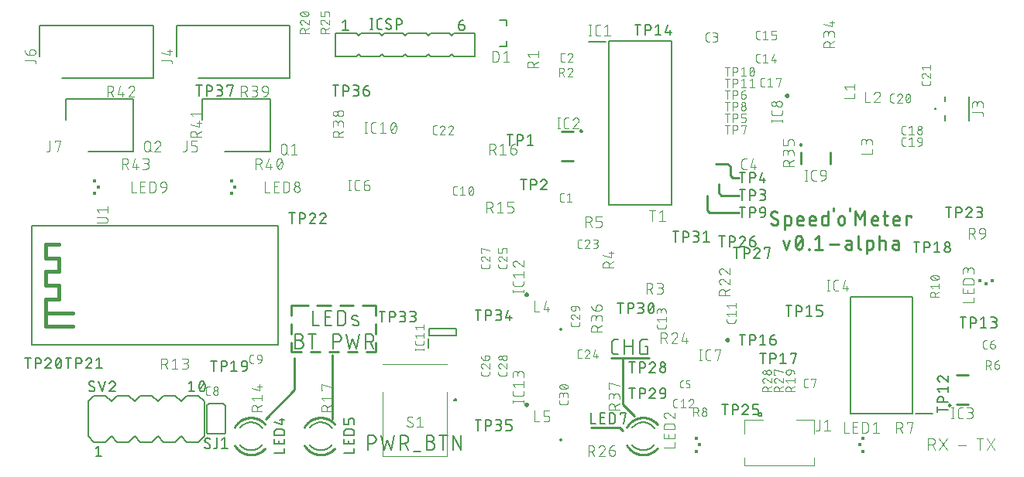
<source format=gbr>
G04 EAGLE Gerber RS-274X export*
G75*
%MOMM*%
%FSLAX34Y34*%
%LPD*%
%AMOC8*
5,1,8,0,0,1.08239X$1,22.5*%
G01*
%ADD10C,0.152400*%
%ADD11C,0.279400*%
%ADD12C,0.254000*%
%ADD13C,0.101600*%
%ADD14C,0.076200*%
%ADD15C,0.127000*%
%ADD16C,0.200000*%
%ADD17C,0.250000*%
%ADD18C,0.100000*%
%ADD19R,0.425000X0.325000*%
%ADD20R,0.350000X0.350000*%
%ADD21R,0.325000X0.425000*%
%ADD22C,0.406400*%
%ADD23C,0.200000*%


D10*
X308737Y136793D02*
X313253Y136793D01*
X313253Y136794D02*
X313386Y136792D01*
X313518Y136786D01*
X313650Y136776D01*
X313782Y136763D01*
X313914Y136745D01*
X314044Y136724D01*
X314175Y136699D01*
X314304Y136670D01*
X314432Y136637D01*
X314560Y136601D01*
X314686Y136561D01*
X314811Y136517D01*
X314935Y136469D01*
X315057Y136418D01*
X315178Y136363D01*
X315297Y136305D01*
X315415Y136243D01*
X315530Y136178D01*
X315644Y136109D01*
X315755Y136038D01*
X315864Y135962D01*
X315971Y135884D01*
X316076Y135803D01*
X316178Y135718D01*
X316278Y135631D01*
X316375Y135541D01*
X316470Y135448D01*
X316561Y135352D01*
X316650Y135254D01*
X316736Y135153D01*
X316819Y135049D01*
X316899Y134943D01*
X316975Y134835D01*
X317049Y134725D01*
X317119Y134612D01*
X317186Y134498D01*
X317249Y134381D01*
X317309Y134263D01*
X317366Y134143D01*
X317419Y134021D01*
X317468Y133898D01*
X317514Y133774D01*
X317556Y133648D01*
X317594Y133521D01*
X317629Y133393D01*
X317660Y133264D01*
X317687Y133135D01*
X317710Y133004D01*
X317730Y132873D01*
X317745Y132741D01*
X317757Y132609D01*
X317765Y132477D01*
X317769Y132344D01*
X317769Y132212D01*
X317765Y132079D01*
X317757Y131947D01*
X317745Y131815D01*
X317730Y131683D01*
X317710Y131552D01*
X317687Y131421D01*
X317660Y131292D01*
X317629Y131163D01*
X317594Y131035D01*
X317556Y130908D01*
X317514Y130782D01*
X317468Y130658D01*
X317419Y130535D01*
X317366Y130413D01*
X317309Y130293D01*
X317249Y130175D01*
X317186Y130058D01*
X317119Y129944D01*
X317049Y129831D01*
X316975Y129721D01*
X316899Y129613D01*
X316819Y129507D01*
X316736Y129403D01*
X316650Y129302D01*
X316561Y129204D01*
X316470Y129108D01*
X316375Y129015D01*
X316278Y128925D01*
X316178Y128838D01*
X316076Y128753D01*
X315971Y128672D01*
X315864Y128594D01*
X315755Y128518D01*
X315644Y128447D01*
X315530Y128378D01*
X315415Y128313D01*
X315297Y128251D01*
X315178Y128193D01*
X315057Y128138D01*
X314935Y128087D01*
X314811Y128039D01*
X314686Y127995D01*
X314560Y127955D01*
X314432Y127919D01*
X314304Y127886D01*
X314175Y127857D01*
X314044Y127832D01*
X313914Y127811D01*
X313782Y127793D01*
X313650Y127780D01*
X313518Y127770D01*
X313386Y127764D01*
X313253Y127762D01*
X308737Y127762D01*
X308737Y144018D01*
X313253Y144018D01*
X313372Y144016D01*
X313492Y144010D01*
X313611Y144000D01*
X313729Y143986D01*
X313848Y143969D01*
X313965Y143947D01*
X314082Y143922D01*
X314197Y143892D01*
X314312Y143859D01*
X314426Y143822D01*
X314538Y143782D01*
X314649Y143737D01*
X314758Y143689D01*
X314866Y143638D01*
X314972Y143583D01*
X315076Y143524D01*
X315178Y143462D01*
X315278Y143397D01*
X315376Y143328D01*
X315472Y143256D01*
X315565Y143181D01*
X315655Y143104D01*
X315743Y143023D01*
X315828Y142939D01*
X315910Y142852D01*
X315990Y142763D01*
X316066Y142671D01*
X316140Y142577D01*
X316210Y142480D01*
X316277Y142382D01*
X316341Y142281D01*
X316401Y142177D01*
X316458Y142072D01*
X316511Y141965D01*
X316561Y141857D01*
X316607Y141747D01*
X316649Y141635D01*
X316688Y141522D01*
X316723Y141408D01*
X316754Y141293D01*
X316782Y141176D01*
X316805Y141059D01*
X316825Y140942D01*
X316841Y140823D01*
X316853Y140704D01*
X316861Y140585D01*
X316865Y140466D01*
X316865Y140346D01*
X316861Y140227D01*
X316853Y140108D01*
X316841Y139989D01*
X316825Y139870D01*
X316805Y139753D01*
X316782Y139636D01*
X316754Y139519D01*
X316723Y139404D01*
X316688Y139290D01*
X316649Y139177D01*
X316607Y139065D01*
X316561Y138955D01*
X316511Y138847D01*
X316458Y138740D01*
X316401Y138635D01*
X316341Y138531D01*
X316277Y138430D01*
X316210Y138332D01*
X316140Y138235D01*
X316066Y138141D01*
X315990Y138049D01*
X315910Y137960D01*
X315828Y137873D01*
X315743Y137789D01*
X315655Y137708D01*
X315565Y137631D01*
X315472Y137556D01*
X315376Y137484D01*
X315278Y137415D01*
X315178Y137350D01*
X315076Y137288D01*
X314972Y137229D01*
X314866Y137174D01*
X314758Y137123D01*
X314649Y137075D01*
X314538Y137030D01*
X314426Y136990D01*
X314312Y136953D01*
X314197Y136920D01*
X314082Y136890D01*
X313965Y136865D01*
X313848Y136843D01*
X313729Y136826D01*
X313611Y136812D01*
X313492Y136802D01*
X313372Y136796D01*
X313253Y136794D01*
X327110Y144018D02*
X327110Y127762D01*
X322594Y144018D02*
X331625Y144018D01*
X350012Y144018D02*
X350012Y127762D01*
X350012Y144018D02*
X354528Y144018D01*
X354661Y144016D01*
X354793Y144010D01*
X354925Y144000D01*
X355057Y143987D01*
X355189Y143969D01*
X355319Y143948D01*
X355450Y143923D01*
X355579Y143894D01*
X355707Y143861D01*
X355835Y143825D01*
X355961Y143785D01*
X356086Y143741D01*
X356210Y143693D01*
X356332Y143642D01*
X356453Y143587D01*
X356572Y143529D01*
X356690Y143467D01*
X356805Y143402D01*
X356919Y143333D01*
X357030Y143262D01*
X357139Y143186D01*
X357246Y143108D01*
X357351Y143027D01*
X357453Y142942D01*
X357553Y142855D01*
X357650Y142765D01*
X357745Y142672D01*
X357836Y142576D01*
X357925Y142478D01*
X358011Y142377D01*
X358094Y142273D01*
X358174Y142167D01*
X358250Y142059D01*
X358324Y141949D01*
X358394Y141836D01*
X358461Y141722D01*
X358524Y141605D01*
X358584Y141487D01*
X358641Y141367D01*
X358694Y141245D01*
X358743Y141122D01*
X358789Y140998D01*
X358831Y140872D01*
X358869Y140745D01*
X358904Y140617D01*
X358935Y140488D01*
X358962Y140359D01*
X358985Y140228D01*
X359005Y140097D01*
X359020Y139965D01*
X359032Y139833D01*
X359040Y139701D01*
X359044Y139568D01*
X359044Y139436D01*
X359040Y139303D01*
X359032Y139171D01*
X359020Y139039D01*
X359005Y138907D01*
X358985Y138776D01*
X358962Y138645D01*
X358935Y138516D01*
X358904Y138387D01*
X358869Y138259D01*
X358831Y138132D01*
X358789Y138006D01*
X358743Y137882D01*
X358694Y137759D01*
X358641Y137637D01*
X358584Y137517D01*
X358524Y137399D01*
X358461Y137282D01*
X358394Y137168D01*
X358324Y137055D01*
X358250Y136945D01*
X358174Y136837D01*
X358094Y136731D01*
X358011Y136627D01*
X357925Y136526D01*
X357836Y136428D01*
X357745Y136332D01*
X357650Y136239D01*
X357553Y136149D01*
X357453Y136062D01*
X357351Y135977D01*
X357246Y135896D01*
X357139Y135818D01*
X357030Y135742D01*
X356919Y135671D01*
X356805Y135602D01*
X356690Y135537D01*
X356572Y135475D01*
X356453Y135417D01*
X356332Y135362D01*
X356210Y135311D01*
X356086Y135263D01*
X355961Y135219D01*
X355835Y135179D01*
X355707Y135143D01*
X355579Y135110D01*
X355450Y135081D01*
X355319Y135056D01*
X355189Y135035D01*
X355057Y135017D01*
X354925Y135004D01*
X354793Y134994D01*
X354661Y134988D01*
X354528Y134986D01*
X354528Y134987D02*
X350012Y134987D01*
X364286Y144018D02*
X367899Y127762D01*
X371511Y138599D01*
X375123Y127762D01*
X378736Y144018D01*
X385323Y144018D02*
X385323Y127762D01*
X385323Y144018D02*
X389839Y144018D01*
X389972Y144016D01*
X390104Y144010D01*
X390236Y144000D01*
X390368Y143987D01*
X390500Y143969D01*
X390630Y143948D01*
X390761Y143923D01*
X390890Y143894D01*
X391018Y143861D01*
X391146Y143825D01*
X391272Y143785D01*
X391397Y143741D01*
X391521Y143693D01*
X391643Y143642D01*
X391764Y143587D01*
X391883Y143529D01*
X392001Y143467D01*
X392116Y143402D01*
X392230Y143333D01*
X392341Y143262D01*
X392450Y143186D01*
X392557Y143108D01*
X392662Y143027D01*
X392764Y142942D01*
X392864Y142855D01*
X392961Y142765D01*
X393056Y142672D01*
X393147Y142576D01*
X393236Y142478D01*
X393322Y142377D01*
X393405Y142273D01*
X393485Y142167D01*
X393561Y142059D01*
X393635Y141949D01*
X393705Y141836D01*
X393772Y141722D01*
X393835Y141605D01*
X393895Y141487D01*
X393952Y141367D01*
X394005Y141245D01*
X394054Y141122D01*
X394100Y140998D01*
X394142Y140872D01*
X394180Y140745D01*
X394215Y140617D01*
X394246Y140488D01*
X394273Y140359D01*
X394296Y140228D01*
X394316Y140097D01*
X394331Y139965D01*
X394343Y139833D01*
X394351Y139701D01*
X394355Y139568D01*
X394355Y139436D01*
X394351Y139303D01*
X394343Y139171D01*
X394331Y139039D01*
X394316Y138907D01*
X394296Y138776D01*
X394273Y138645D01*
X394246Y138516D01*
X394215Y138387D01*
X394180Y138259D01*
X394142Y138132D01*
X394100Y138006D01*
X394054Y137882D01*
X394005Y137759D01*
X393952Y137637D01*
X393895Y137517D01*
X393835Y137399D01*
X393772Y137282D01*
X393705Y137168D01*
X393635Y137055D01*
X393561Y136945D01*
X393485Y136837D01*
X393405Y136731D01*
X393322Y136627D01*
X393236Y136526D01*
X393147Y136428D01*
X393056Y136332D01*
X392961Y136239D01*
X392864Y136149D01*
X392764Y136062D01*
X392662Y135977D01*
X392557Y135896D01*
X392450Y135818D01*
X392341Y135742D01*
X392230Y135671D01*
X392116Y135602D01*
X392001Y135537D01*
X391883Y135475D01*
X391764Y135417D01*
X391643Y135362D01*
X391521Y135311D01*
X391397Y135263D01*
X391272Y135219D01*
X391146Y135179D01*
X391018Y135143D01*
X390890Y135110D01*
X390761Y135081D01*
X390630Y135056D01*
X390500Y135035D01*
X390368Y135017D01*
X390236Y135004D01*
X390104Y134994D01*
X389972Y134988D01*
X389839Y134986D01*
X389839Y134987D02*
X385323Y134987D01*
X390742Y134987D02*
X394355Y127762D01*
X388112Y32893D02*
X388112Y16637D01*
X388112Y32893D02*
X392628Y32893D01*
X392761Y32891D01*
X392893Y32885D01*
X393025Y32875D01*
X393157Y32862D01*
X393289Y32844D01*
X393419Y32823D01*
X393550Y32798D01*
X393679Y32769D01*
X393807Y32736D01*
X393935Y32700D01*
X394061Y32660D01*
X394186Y32616D01*
X394310Y32568D01*
X394432Y32517D01*
X394553Y32462D01*
X394672Y32404D01*
X394790Y32342D01*
X394905Y32277D01*
X395019Y32208D01*
X395130Y32137D01*
X395239Y32061D01*
X395346Y31983D01*
X395451Y31902D01*
X395553Y31817D01*
X395653Y31730D01*
X395750Y31640D01*
X395845Y31547D01*
X395936Y31451D01*
X396025Y31353D01*
X396111Y31252D01*
X396194Y31148D01*
X396274Y31042D01*
X396350Y30934D01*
X396424Y30824D01*
X396494Y30711D01*
X396561Y30597D01*
X396624Y30480D01*
X396684Y30362D01*
X396741Y30242D01*
X396794Y30120D01*
X396843Y29997D01*
X396889Y29873D01*
X396931Y29747D01*
X396969Y29620D01*
X397004Y29492D01*
X397035Y29363D01*
X397062Y29234D01*
X397085Y29103D01*
X397105Y28972D01*
X397120Y28840D01*
X397132Y28708D01*
X397140Y28576D01*
X397144Y28443D01*
X397144Y28311D01*
X397140Y28178D01*
X397132Y28046D01*
X397120Y27914D01*
X397105Y27782D01*
X397085Y27651D01*
X397062Y27520D01*
X397035Y27391D01*
X397004Y27262D01*
X396969Y27134D01*
X396931Y27007D01*
X396889Y26881D01*
X396843Y26757D01*
X396794Y26634D01*
X396741Y26512D01*
X396684Y26392D01*
X396624Y26274D01*
X396561Y26157D01*
X396494Y26043D01*
X396424Y25930D01*
X396350Y25820D01*
X396274Y25712D01*
X396194Y25606D01*
X396111Y25502D01*
X396025Y25401D01*
X395936Y25303D01*
X395845Y25207D01*
X395750Y25114D01*
X395653Y25024D01*
X395553Y24937D01*
X395451Y24852D01*
X395346Y24771D01*
X395239Y24693D01*
X395130Y24617D01*
X395019Y24546D01*
X394905Y24477D01*
X394790Y24412D01*
X394672Y24350D01*
X394553Y24292D01*
X394432Y24237D01*
X394310Y24186D01*
X394186Y24138D01*
X394061Y24094D01*
X393935Y24054D01*
X393807Y24018D01*
X393679Y23985D01*
X393550Y23956D01*
X393419Y23931D01*
X393289Y23910D01*
X393157Y23892D01*
X393025Y23879D01*
X392893Y23869D01*
X392761Y23863D01*
X392628Y23861D01*
X392628Y23862D02*
X388112Y23862D01*
X402386Y32893D02*
X405999Y16637D01*
X409611Y27474D01*
X413223Y16637D01*
X416836Y32893D01*
X423423Y32893D02*
X423423Y16637D01*
X423423Y32893D02*
X427939Y32893D01*
X428072Y32891D01*
X428204Y32885D01*
X428336Y32875D01*
X428468Y32862D01*
X428600Y32844D01*
X428730Y32823D01*
X428861Y32798D01*
X428990Y32769D01*
X429118Y32736D01*
X429246Y32700D01*
X429372Y32660D01*
X429497Y32616D01*
X429621Y32568D01*
X429743Y32517D01*
X429864Y32462D01*
X429983Y32404D01*
X430101Y32342D01*
X430216Y32277D01*
X430330Y32208D01*
X430441Y32137D01*
X430550Y32061D01*
X430657Y31983D01*
X430762Y31902D01*
X430864Y31817D01*
X430964Y31730D01*
X431061Y31640D01*
X431156Y31547D01*
X431247Y31451D01*
X431336Y31353D01*
X431422Y31252D01*
X431505Y31148D01*
X431585Y31042D01*
X431661Y30934D01*
X431735Y30824D01*
X431805Y30711D01*
X431872Y30597D01*
X431935Y30480D01*
X431995Y30362D01*
X432052Y30242D01*
X432105Y30120D01*
X432154Y29997D01*
X432200Y29873D01*
X432242Y29747D01*
X432280Y29620D01*
X432315Y29492D01*
X432346Y29363D01*
X432373Y29234D01*
X432396Y29103D01*
X432416Y28972D01*
X432431Y28840D01*
X432443Y28708D01*
X432451Y28576D01*
X432455Y28443D01*
X432455Y28311D01*
X432451Y28178D01*
X432443Y28046D01*
X432431Y27914D01*
X432416Y27782D01*
X432396Y27651D01*
X432373Y27520D01*
X432346Y27391D01*
X432315Y27262D01*
X432280Y27134D01*
X432242Y27007D01*
X432200Y26881D01*
X432154Y26757D01*
X432105Y26634D01*
X432052Y26512D01*
X431995Y26392D01*
X431935Y26274D01*
X431872Y26157D01*
X431805Y26043D01*
X431735Y25930D01*
X431661Y25820D01*
X431585Y25712D01*
X431505Y25606D01*
X431422Y25502D01*
X431336Y25401D01*
X431247Y25303D01*
X431156Y25207D01*
X431061Y25114D01*
X430964Y25024D01*
X430864Y24937D01*
X430762Y24852D01*
X430657Y24771D01*
X430550Y24693D01*
X430441Y24617D01*
X430330Y24546D01*
X430216Y24477D01*
X430101Y24412D01*
X429983Y24350D01*
X429864Y24292D01*
X429743Y24237D01*
X429621Y24186D01*
X429497Y24138D01*
X429372Y24094D01*
X429246Y24054D01*
X429118Y24018D01*
X428990Y23985D01*
X428861Y23956D01*
X428730Y23931D01*
X428600Y23910D01*
X428468Y23892D01*
X428336Y23879D01*
X428204Y23869D01*
X428072Y23863D01*
X427939Y23861D01*
X427939Y23862D02*
X423423Y23862D01*
X428842Y23862D02*
X432455Y16637D01*
X438303Y14831D02*
X445528Y14831D01*
X452200Y25668D02*
X456716Y25668D01*
X456716Y25669D02*
X456849Y25667D01*
X456981Y25661D01*
X457113Y25651D01*
X457245Y25638D01*
X457377Y25620D01*
X457507Y25599D01*
X457638Y25574D01*
X457767Y25545D01*
X457895Y25512D01*
X458023Y25476D01*
X458149Y25436D01*
X458274Y25392D01*
X458398Y25344D01*
X458520Y25293D01*
X458641Y25238D01*
X458760Y25180D01*
X458878Y25118D01*
X458993Y25053D01*
X459107Y24984D01*
X459218Y24913D01*
X459327Y24837D01*
X459434Y24759D01*
X459539Y24678D01*
X459641Y24593D01*
X459741Y24506D01*
X459838Y24416D01*
X459933Y24323D01*
X460024Y24227D01*
X460113Y24129D01*
X460199Y24028D01*
X460282Y23924D01*
X460362Y23818D01*
X460438Y23710D01*
X460512Y23600D01*
X460582Y23487D01*
X460649Y23373D01*
X460712Y23256D01*
X460772Y23138D01*
X460829Y23018D01*
X460882Y22896D01*
X460931Y22773D01*
X460977Y22649D01*
X461019Y22523D01*
X461057Y22396D01*
X461092Y22268D01*
X461123Y22139D01*
X461150Y22010D01*
X461173Y21879D01*
X461193Y21748D01*
X461208Y21616D01*
X461220Y21484D01*
X461228Y21352D01*
X461232Y21219D01*
X461232Y21087D01*
X461228Y20954D01*
X461220Y20822D01*
X461208Y20690D01*
X461193Y20558D01*
X461173Y20427D01*
X461150Y20296D01*
X461123Y20167D01*
X461092Y20038D01*
X461057Y19910D01*
X461019Y19783D01*
X460977Y19657D01*
X460931Y19533D01*
X460882Y19410D01*
X460829Y19288D01*
X460772Y19168D01*
X460712Y19050D01*
X460649Y18933D01*
X460582Y18819D01*
X460512Y18706D01*
X460438Y18596D01*
X460362Y18488D01*
X460282Y18382D01*
X460199Y18278D01*
X460113Y18177D01*
X460024Y18079D01*
X459933Y17983D01*
X459838Y17890D01*
X459741Y17800D01*
X459641Y17713D01*
X459539Y17628D01*
X459434Y17547D01*
X459327Y17469D01*
X459218Y17393D01*
X459107Y17322D01*
X458993Y17253D01*
X458878Y17188D01*
X458760Y17126D01*
X458641Y17068D01*
X458520Y17013D01*
X458398Y16962D01*
X458274Y16914D01*
X458149Y16870D01*
X458023Y16830D01*
X457895Y16794D01*
X457767Y16761D01*
X457638Y16732D01*
X457507Y16707D01*
X457377Y16686D01*
X457245Y16668D01*
X457113Y16655D01*
X456981Y16645D01*
X456849Y16639D01*
X456716Y16637D01*
X452200Y16637D01*
X452200Y32893D01*
X456716Y32893D01*
X456835Y32891D01*
X456955Y32885D01*
X457074Y32875D01*
X457192Y32861D01*
X457311Y32844D01*
X457428Y32822D01*
X457545Y32797D01*
X457660Y32767D01*
X457775Y32734D01*
X457889Y32697D01*
X458001Y32657D01*
X458112Y32612D01*
X458221Y32564D01*
X458329Y32513D01*
X458435Y32458D01*
X458539Y32399D01*
X458641Y32337D01*
X458741Y32272D01*
X458839Y32203D01*
X458935Y32131D01*
X459028Y32056D01*
X459118Y31979D01*
X459206Y31898D01*
X459291Y31814D01*
X459373Y31727D01*
X459453Y31638D01*
X459529Y31546D01*
X459603Y31452D01*
X459673Y31355D01*
X459740Y31257D01*
X459804Y31156D01*
X459864Y31052D01*
X459921Y30947D01*
X459974Y30840D01*
X460024Y30732D01*
X460070Y30622D01*
X460112Y30510D01*
X460151Y30397D01*
X460186Y30283D01*
X460217Y30168D01*
X460245Y30051D01*
X460268Y29934D01*
X460288Y29817D01*
X460304Y29698D01*
X460316Y29579D01*
X460324Y29460D01*
X460328Y29341D01*
X460328Y29221D01*
X460324Y29102D01*
X460316Y28983D01*
X460304Y28864D01*
X460288Y28745D01*
X460268Y28628D01*
X460245Y28511D01*
X460217Y28394D01*
X460186Y28279D01*
X460151Y28165D01*
X460112Y28052D01*
X460070Y27940D01*
X460024Y27830D01*
X459974Y27722D01*
X459921Y27615D01*
X459864Y27510D01*
X459804Y27406D01*
X459740Y27305D01*
X459673Y27207D01*
X459603Y27110D01*
X459529Y27016D01*
X459453Y26924D01*
X459373Y26835D01*
X459291Y26748D01*
X459206Y26664D01*
X459118Y26583D01*
X459028Y26506D01*
X458935Y26431D01*
X458839Y26359D01*
X458741Y26290D01*
X458641Y26225D01*
X458539Y26163D01*
X458435Y26104D01*
X458329Y26049D01*
X458221Y25998D01*
X458112Y25950D01*
X458001Y25905D01*
X457889Y25865D01*
X457775Y25828D01*
X457660Y25795D01*
X457545Y25765D01*
X457428Y25740D01*
X457311Y25718D01*
X457192Y25701D01*
X457074Y25687D01*
X456955Y25677D01*
X456835Y25671D01*
X456716Y25669D01*
X470573Y32893D02*
X470573Y16637D01*
X466057Y32893D02*
X475088Y32893D01*
X481167Y32893D02*
X481167Y16637D01*
X490199Y16637D02*
X481167Y32893D01*
X490199Y32893D02*
X490199Y16637D01*
D11*
X833165Y263017D02*
X833279Y263019D01*
X833392Y263025D01*
X833506Y263034D01*
X833618Y263048D01*
X833731Y263065D01*
X833843Y263087D01*
X833953Y263112D01*
X834063Y263140D01*
X834172Y263173D01*
X834280Y263209D01*
X834387Y263249D01*
X834492Y263293D01*
X834595Y263340D01*
X834697Y263390D01*
X834797Y263444D01*
X834895Y263502D01*
X834991Y263563D01*
X835085Y263627D01*
X835177Y263694D01*
X835267Y263764D01*
X835354Y263837D01*
X835438Y263913D01*
X835520Y263992D01*
X835599Y264074D01*
X835675Y264159D01*
X835748Y264245D01*
X835818Y264335D01*
X835886Y264427D01*
X835949Y264521D01*
X836010Y264617D01*
X836068Y264715D01*
X836122Y264815D01*
X836172Y264917D01*
X836219Y265020D01*
X836263Y265125D01*
X836303Y265232D01*
X836339Y265340D01*
X836372Y265449D01*
X836400Y265559D01*
X836425Y265669D01*
X836447Y265781D01*
X836464Y265894D01*
X836478Y266006D01*
X836487Y266120D01*
X836493Y266233D01*
X836495Y266347D01*
X833165Y263017D02*
X832997Y263019D01*
X832829Y263025D01*
X832661Y263035D01*
X832493Y263049D01*
X832325Y263067D01*
X832159Y263089D01*
X831992Y263115D01*
X831827Y263145D01*
X831662Y263179D01*
X831498Y263217D01*
X831335Y263259D01*
X831173Y263305D01*
X831012Y263355D01*
X830852Y263408D01*
X830694Y263465D01*
X830537Y263526D01*
X830382Y263591D01*
X830228Y263659D01*
X830076Y263732D01*
X829926Y263807D01*
X829777Y263887D01*
X829630Y263969D01*
X829486Y264056D01*
X829344Y264145D01*
X829203Y264239D01*
X829065Y264335D01*
X828930Y264435D01*
X828797Y264538D01*
X828666Y264644D01*
X828538Y264753D01*
X828412Y264865D01*
X828290Y264980D01*
X828170Y265098D01*
X828586Y274673D02*
X828588Y274787D01*
X828594Y274900D01*
X828603Y275014D01*
X828617Y275126D01*
X828634Y275239D01*
X828656Y275351D01*
X828681Y275461D01*
X828709Y275571D01*
X828742Y275680D01*
X828778Y275788D01*
X828818Y275895D01*
X828862Y276000D01*
X828909Y276103D01*
X828959Y276205D01*
X829013Y276305D01*
X829071Y276403D01*
X829132Y276499D01*
X829195Y276593D01*
X829263Y276685D01*
X829333Y276775D01*
X829406Y276861D01*
X829482Y276946D01*
X829561Y277028D01*
X829643Y277107D01*
X829728Y277183D01*
X829814Y277256D01*
X829904Y277326D01*
X829996Y277394D01*
X830090Y277457D01*
X830186Y277518D01*
X830284Y277576D01*
X830384Y277630D01*
X830486Y277680D01*
X830589Y277727D01*
X830694Y277771D01*
X830801Y277811D01*
X830909Y277847D01*
X831018Y277880D01*
X831128Y277908D01*
X831238Y277933D01*
X831350Y277955D01*
X831463Y277972D01*
X831575Y277986D01*
X831689Y277995D01*
X831802Y278001D01*
X831916Y278003D01*
X832071Y278001D01*
X832225Y277995D01*
X832379Y277986D01*
X832533Y277972D01*
X832687Y277955D01*
X832840Y277934D01*
X832992Y277910D01*
X833144Y277881D01*
X833295Y277849D01*
X833446Y277813D01*
X833595Y277773D01*
X833743Y277730D01*
X833891Y277683D01*
X834037Y277632D01*
X834181Y277578D01*
X834325Y277520D01*
X834466Y277458D01*
X834607Y277394D01*
X834745Y277325D01*
X834882Y277254D01*
X835017Y277178D01*
X835150Y277100D01*
X835282Y277018D01*
X835411Y276933D01*
X835538Y276845D01*
X835662Y276754D01*
X830251Y271759D02*
X830154Y271818D01*
X830060Y271881D01*
X829967Y271946D01*
X829877Y272015D01*
X829789Y272086D01*
X829704Y272161D01*
X829621Y272238D01*
X829541Y272318D01*
X829463Y272400D01*
X829389Y272486D01*
X829317Y272573D01*
X829248Y272663D01*
X829182Y272755D01*
X829120Y272850D01*
X829060Y272946D01*
X829004Y273044D01*
X828951Y273145D01*
X828902Y273247D01*
X828856Y273350D01*
X828813Y273455D01*
X828774Y273561D01*
X828738Y273669D01*
X828707Y273778D01*
X828679Y273887D01*
X828654Y273998D01*
X828633Y274109D01*
X828616Y274221D01*
X828603Y274334D01*
X828594Y274447D01*
X828588Y274560D01*
X828586Y274673D01*
X834830Y269261D02*
X834927Y269202D01*
X835021Y269139D01*
X835114Y269074D01*
X835204Y269005D01*
X835292Y268934D01*
X835377Y268859D01*
X835460Y268782D01*
X835540Y268702D01*
X835618Y268620D01*
X835692Y268534D01*
X835764Y268447D01*
X835833Y268357D01*
X835899Y268265D01*
X835961Y268170D01*
X836021Y268074D01*
X836077Y267976D01*
X836130Y267875D01*
X836179Y267773D01*
X836226Y267670D01*
X836268Y267565D01*
X836307Y267459D01*
X836343Y267351D01*
X836374Y267242D01*
X836402Y267133D01*
X836427Y267022D01*
X836448Y266911D01*
X836465Y266799D01*
X836478Y266686D01*
X836487Y266573D01*
X836493Y266460D01*
X836495Y266347D01*
X834830Y269261D02*
X830251Y271759D01*
X843702Y273008D02*
X843702Y258022D01*
X843702Y273008D02*
X847865Y273008D01*
X847963Y273006D01*
X848061Y273000D01*
X848159Y272991D01*
X848256Y272977D01*
X848352Y272960D01*
X848448Y272939D01*
X848543Y272914D01*
X848637Y272886D01*
X848730Y272854D01*
X848821Y272818D01*
X848911Y272779D01*
X848999Y272736D01*
X849086Y272690D01*
X849170Y272640D01*
X849253Y272587D01*
X849333Y272531D01*
X849411Y272472D01*
X849487Y272410D01*
X849561Y272344D01*
X849631Y272276D01*
X849699Y272206D01*
X849764Y272132D01*
X849827Y272057D01*
X849886Y271978D01*
X849942Y271898D01*
X849995Y271815D01*
X850044Y271731D01*
X850091Y271644D01*
X850134Y271556D01*
X850173Y271466D01*
X850209Y271375D01*
X850241Y271282D01*
X850269Y271188D01*
X850294Y271093D01*
X850315Y270997D01*
X850332Y270901D01*
X850346Y270804D01*
X850355Y270706D01*
X850361Y270608D01*
X850363Y270510D01*
X850362Y270510D02*
X850362Y265515D01*
X850363Y265515D02*
X850361Y265417D01*
X850355Y265319D01*
X850346Y265221D01*
X850332Y265124D01*
X850315Y265028D01*
X850294Y264932D01*
X850269Y264837D01*
X850241Y264743D01*
X850209Y264650D01*
X850173Y264559D01*
X850134Y264469D01*
X850091Y264381D01*
X850044Y264294D01*
X849995Y264210D01*
X849942Y264127D01*
X849886Y264047D01*
X849827Y263968D01*
X849764Y263893D01*
X849699Y263819D01*
X849631Y263749D01*
X849561Y263681D01*
X849487Y263615D01*
X849411Y263553D01*
X849333Y263494D01*
X849253Y263438D01*
X849170Y263385D01*
X849086Y263335D01*
X848999Y263289D01*
X848911Y263246D01*
X848821Y263207D01*
X848730Y263171D01*
X848637Y263139D01*
X848543Y263111D01*
X848448Y263086D01*
X848352Y263065D01*
X848256Y263048D01*
X848159Y263034D01*
X848061Y263025D01*
X847963Y263019D01*
X847865Y263017D01*
X843702Y263017D01*
X859636Y263017D02*
X863799Y263017D01*
X859636Y263017D02*
X859538Y263019D01*
X859440Y263025D01*
X859342Y263034D01*
X859245Y263048D01*
X859149Y263065D01*
X859053Y263086D01*
X858958Y263111D01*
X858864Y263139D01*
X858771Y263171D01*
X858680Y263207D01*
X858590Y263246D01*
X858502Y263289D01*
X858415Y263336D01*
X858331Y263385D01*
X858248Y263438D01*
X858168Y263494D01*
X858090Y263553D01*
X858014Y263616D01*
X857940Y263681D01*
X857870Y263749D01*
X857802Y263819D01*
X857737Y263893D01*
X857674Y263969D01*
X857615Y264047D01*
X857559Y264127D01*
X857506Y264210D01*
X857457Y264294D01*
X857410Y264381D01*
X857367Y264469D01*
X857328Y264559D01*
X857292Y264650D01*
X857260Y264743D01*
X857232Y264837D01*
X857207Y264932D01*
X857186Y265028D01*
X857169Y265124D01*
X857155Y265221D01*
X857146Y265319D01*
X857140Y265417D01*
X857138Y265515D01*
X857139Y265515D02*
X857139Y269677D01*
X857141Y269791D01*
X857147Y269904D01*
X857156Y270018D01*
X857170Y270130D01*
X857187Y270243D01*
X857209Y270355D01*
X857234Y270465D01*
X857262Y270575D01*
X857295Y270684D01*
X857331Y270792D01*
X857371Y270899D01*
X857415Y271004D01*
X857462Y271107D01*
X857512Y271209D01*
X857566Y271309D01*
X857624Y271407D01*
X857685Y271503D01*
X857748Y271597D01*
X857816Y271689D01*
X857886Y271779D01*
X857959Y271865D01*
X858035Y271950D01*
X858114Y272032D01*
X858196Y272111D01*
X858281Y272187D01*
X858367Y272260D01*
X858457Y272330D01*
X858549Y272398D01*
X858643Y272461D01*
X858739Y272522D01*
X858837Y272580D01*
X858937Y272634D01*
X859039Y272684D01*
X859142Y272731D01*
X859247Y272775D01*
X859354Y272815D01*
X859462Y272851D01*
X859571Y272884D01*
X859681Y272912D01*
X859791Y272937D01*
X859903Y272959D01*
X860016Y272976D01*
X860128Y272990D01*
X860242Y272999D01*
X860355Y273005D01*
X860469Y273007D01*
X860583Y273005D01*
X860696Y272999D01*
X860810Y272990D01*
X860922Y272976D01*
X861035Y272959D01*
X861147Y272937D01*
X861257Y272912D01*
X861367Y272884D01*
X861476Y272851D01*
X861584Y272815D01*
X861691Y272775D01*
X861796Y272731D01*
X861899Y272684D01*
X862001Y272634D01*
X862101Y272580D01*
X862199Y272522D01*
X862295Y272461D01*
X862389Y272398D01*
X862481Y272330D01*
X862571Y272260D01*
X862657Y272187D01*
X862742Y272111D01*
X862824Y272032D01*
X862903Y271950D01*
X862979Y271865D01*
X863052Y271779D01*
X863122Y271689D01*
X863190Y271597D01*
X863253Y271503D01*
X863314Y271407D01*
X863372Y271309D01*
X863426Y271209D01*
X863476Y271107D01*
X863523Y271004D01*
X863567Y270899D01*
X863607Y270792D01*
X863643Y270684D01*
X863676Y270575D01*
X863704Y270465D01*
X863729Y270355D01*
X863751Y270243D01*
X863768Y270130D01*
X863782Y270018D01*
X863791Y269904D01*
X863797Y269791D01*
X863799Y269677D01*
X863799Y268012D01*
X857139Y268012D01*
X873183Y263017D02*
X877346Y263017D01*
X873183Y263017D02*
X873085Y263019D01*
X872987Y263025D01*
X872889Y263034D01*
X872792Y263048D01*
X872696Y263065D01*
X872600Y263086D01*
X872505Y263111D01*
X872411Y263139D01*
X872318Y263171D01*
X872227Y263207D01*
X872137Y263246D01*
X872049Y263289D01*
X871962Y263336D01*
X871878Y263385D01*
X871795Y263438D01*
X871715Y263494D01*
X871637Y263553D01*
X871561Y263616D01*
X871487Y263681D01*
X871417Y263749D01*
X871349Y263819D01*
X871284Y263893D01*
X871221Y263969D01*
X871162Y264047D01*
X871106Y264127D01*
X871053Y264210D01*
X871004Y264294D01*
X870957Y264381D01*
X870914Y264469D01*
X870875Y264559D01*
X870839Y264650D01*
X870807Y264743D01*
X870779Y264837D01*
X870754Y264932D01*
X870733Y265028D01*
X870716Y265124D01*
X870702Y265221D01*
X870693Y265319D01*
X870687Y265417D01*
X870685Y265515D01*
X870686Y265515D02*
X870686Y269677D01*
X870688Y269791D01*
X870694Y269904D01*
X870703Y270018D01*
X870717Y270130D01*
X870734Y270243D01*
X870756Y270355D01*
X870781Y270465D01*
X870809Y270575D01*
X870842Y270684D01*
X870878Y270792D01*
X870918Y270899D01*
X870962Y271004D01*
X871009Y271107D01*
X871059Y271209D01*
X871113Y271309D01*
X871171Y271407D01*
X871232Y271503D01*
X871295Y271597D01*
X871363Y271689D01*
X871433Y271779D01*
X871506Y271865D01*
X871582Y271950D01*
X871661Y272032D01*
X871743Y272111D01*
X871828Y272187D01*
X871914Y272260D01*
X872004Y272330D01*
X872096Y272398D01*
X872190Y272461D01*
X872286Y272522D01*
X872384Y272580D01*
X872484Y272634D01*
X872586Y272684D01*
X872689Y272731D01*
X872794Y272775D01*
X872901Y272815D01*
X873009Y272851D01*
X873118Y272884D01*
X873228Y272912D01*
X873338Y272937D01*
X873450Y272959D01*
X873563Y272976D01*
X873675Y272990D01*
X873789Y272999D01*
X873902Y273005D01*
X874016Y273007D01*
X874130Y273005D01*
X874243Y272999D01*
X874357Y272990D01*
X874469Y272976D01*
X874582Y272959D01*
X874694Y272937D01*
X874804Y272912D01*
X874914Y272884D01*
X875023Y272851D01*
X875131Y272815D01*
X875238Y272775D01*
X875343Y272731D01*
X875446Y272684D01*
X875548Y272634D01*
X875648Y272580D01*
X875746Y272522D01*
X875842Y272461D01*
X875936Y272398D01*
X876028Y272330D01*
X876118Y272260D01*
X876204Y272187D01*
X876289Y272111D01*
X876371Y272032D01*
X876450Y271950D01*
X876526Y271865D01*
X876599Y271779D01*
X876669Y271689D01*
X876737Y271597D01*
X876800Y271503D01*
X876861Y271407D01*
X876919Y271309D01*
X876973Y271209D01*
X877023Y271107D01*
X877070Y271004D01*
X877114Y270899D01*
X877154Y270792D01*
X877190Y270684D01*
X877223Y270575D01*
X877251Y270465D01*
X877276Y270355D01*
X877298Y270243D01*
X877315Y270130D01*
X877329Y270018D01*
X877338Y269904D01*
X877344Y269791D01*
X877346Y269677D01*
X877346Y268012D01*
X870686Y268012D01*
X890783Y263017D02*
X890783Y278003D01*
X890783Y263017D02*
X886620Y263017D01*
X886522Y263019D01*
X886424Y263025D01*
X886326Y263034D01*
X886229Y263048D01*
X886133Y263065D01*
X886037Y263086D01*
X885942Y263111D01*
X885848Y263139D01*
X885755Y263171D01*
X885664Y263207D01*
X885574Y263246D01*
X885486Y263289D01*
X885399Y263336D01*
X885315Y263385D01*
X885232Y263438D01*
X885152Y263494D01*
X885074Y263553D01*
X884998Y263616D01*
X884924Y263681D01*
X884854Y263749D01*
X884786Y263819D01*
X884721Y263893D01*
X884658Y263969D01*
X884599Y264047D01*
X884543Y264127D01*
X884490Y264210D01*
X884441Y264294D01*
X884394Y264381D01*
X884351Y264469D01*
X884312Y264559D01*
X884276Y264650D01*
X884244Y264743D01*
X884216Y264837D01*
X884191Y264932D01*
X884170Y265028D01*
X884153Y265124D01*
X884139Y265221D01*
X884130Y265319D01*
X884124Y265417D01*
X884122Y265515D01*
X884122Y270510D01*
X884124Y270608D01*
X884130Y270706D01*
X884139Y270804D01*
X884153Y270901D01*
X884170Y270997D01*
X884191Y271093D01*
X884216Y271188D01*
X884244Y271282D01*
X884276Y271375D01*
X884312Y271466D01*
X884351Y271556D01*
X884394Y271644D01*
X884441Y271731D01*
X884490Y271815D01*
X884543Y271898D01*
X884599Y271978D01*
X884658Y272057D01*
X884721Y272132D01*
X884786Y272206D01*
X884854Y272276D01*
X884924Y272344D01*
X884998Y272410D01*
X885074Y272472D01*
X885152Y272531D01*
X885232Y272587D01*
X885315Y272640D01*
X885399Y272690D01*
X885486Y272736D01*
X885574Y272779D01*
X885664Y272818D01*
X885755Y272854D01*
X885848Y272886D01*
X885942Y272914D01*
X886037Y272939D01*
X886133Y272960D01*
X886229Y272977D01*
X886326Y272991D01*
X886424Y273000D01*
X886522Y273006D01*
X886620Y273008D01*
X890783Y273008D01*
X896942Y278003D02*
X896942Y281333D01*
X902469Y269677D02*
X902469Y266347D01*
X902469Y269677D02*
X902471Y269791D01*
X902477Y269904D01*
X902486Y270018D01*
X902500Y270130D01*
X902517Y270243D01*
X902539Y270355D01*
X902564Y270465D01*
X902592Y270575D01*
X902625Y270684D01*
X902661Y270792D01*
X902701Y270899D01*
X902745Y271004D01*
X902792Y271107D01*
X902842Y271209D01*
X902896Y271309D01*
X902954Y271407D01*
X903015Y271503D01*
X903078Y271597D01*
X903146Y271689D01*
X903216Y271779D01*
X903289Y271865D01*
X903365Y271950D01*
X903444Y272032D01*
X903526Y272111D01*
X903611Y272187D01*
X903697Y272260D01*
X903787Y272330D01*
X903879Y272398D01*
X903973Y272461D01*
X904069Y272522D01*
X904167Y272580D01*
X904267Y272634D01*
X904369Y272684D01*
X904472Y272731D01*
X904577Y272775D01*
X904684Y272815D01*
X904792Y272851D01*
X904901Y272884D01*
X905011Y272912D01*
X905121Y272937D01*
X905233Y272959D01*
X905346Y272976D01*
X905458Y272990D01*
X905572Y272999D01*
X905685Y273005D01*
X905799Y273007D01*
X905913Y273005D01*
X906026Y272999D01*
X906140Y272990D01*
X906252Y272976D01*
X906365Y272959D01*
X906477Y272937D01*
X906587Y272912D01*
X906697Y272884D01*
X906806Y272851D01*
X906914Y272815D01*
X907021Y272775D01*
X907126Y272731D01*
X907229Y272684D01*
X907331Y272634D01*
X907431Y272580D01*
X907529Y272522D01*
X907625Y272461D01*
X907719Y272398D01*
X907811Y272330D01*
X907901Y272260D01*
X907987Y272187D01*
X908072Y272111D01*
X908154Y272032D01*
X908233Y271950D01*
X908309Y271865D01*
X908382Y271779D01*
X908452Y271689D01*
X908520Y271597D01*
X908583Y271503D01*
X908644Y271407D01*
X908702Y271309D01*
X908756Y271209D01*
X908806Y271107D01*
X908853Y271004D01*
X908897Y270899D01*
X908937Y270792D01*
X908973Y270684D01*
X909006Y270575D01*
X909034Y270465D01*
X909059Y270355D01*
X909081Y270243D01*
X909098Y270130D01*
X909112Y270018D01*
X909121Y269904D01*
X909127Y269791D01*
X909129Y269677D01*
X909130Y269677D02*
X909130Y266347D01*
X909129Y266347D02*
X909127Y266233D01*
X909121Y266120D01*
X909112Y266006D01*
X909098Y265894D01*
X909081Y265781D01*
X909059Y265669D01*
X909034Y265559D01*
X909006Y265449D01*
X908973Y265340D01*
X908937Y265232D01*
X908897Y265125D01*
X908853Y265020D01*
X908806Y264917D01*
X908756Y264815D01*
X908702Y264715D01*
X908644Y264617D01*
X908583Y264521D01*
X908520Y264427D01*
X908452Y264335D01*
X908382Y264245D01*
X908309Y264159D01*
X908233Y264074D01*
X908154Y263992D01*
X908072Y263913D01*
X907987Y263837D01*
X907901Y263764D01*
X907811Y263694D01*
X907719Y263626D01*
X907625Y263563D01*
X907529Y263502D01*
X907431Y263444D01*
X907331Y263390D01*
X907229Y263340D01*
X907126Y263293D01*
X907021Y263249D01*
X906914Y263209D01*
X906806Y263173D01*
X906697Y263140D01*
X906587Y263112D01*
X906477Y263087D01*
X906365Y263065D01*
X906252Y263048D01*
X906140Y263034D01*
X906026Y263025D01*
X905913Y263019D01*
X905799Y263017D01*
X905685Y263019D01*
X905572Y263025D01*
X905458Y263034D01*
X905346Y263048D01*
X905233Y263065D01*
X905121Y263087D01*
X905011Y263112D01*
X904901Y263140D01*
X904792Y263173D01*
X904684Y263209D01*
X904577Y263249D01*
X904472Y263293D01*
X904369Y263340D01*
X904267Y263390D01*
X904167Y263444D01*
X904069Y263502D01*
X903973Y263563D01*
X903879Y263626D01*
X903787Y263694D01*
X903697Y263764D01*
X903611Y263837D01*
X903526Y263913D01*
X903444Y263992D01*
X903365Y264074D01*
X903289Y264159D01*
X903216Y264245D01*
X903146Y264335D01*
X903078Y264427D01*
X903015Y264521D01*
X902954Y264617D01*
X902896Y264715D01*
X902842Y264815D01*
X902792Y264917D01*
X902745Y265020D01*
X902701Y265125D01*
X902661Y265232D01*
X902625Y265340D01*
X902592Y265449D01*
X902564Y265559D01*
X902539Y265669D01*
X902517Y265781D01*
X902500Y265894D01*
X902486Y266006D01*
X902477Y266120D01*
X902471Y266233D01*
X902469Y266347D01*
X914657Y278003D02*
X914657Y281333D01*
X921125Y278003D02*
X921125Y263017D01*
X926120Y269677D02*
X921125Y278003D01*
X926120Y269677D02*
X931115Y278003D01*
X931115Y263017D01*
X941440Y263017D02*
X945602Y263017D01*
X941440Y263017D02*
X941342Y263019D01*
X941244Y263025D01*
X941146Y263034D01*
X941049Y263048D01*
X940953Y263065D01*
X940857Y263086D01*
X940762Y263111D01*
X940668Y263139D01*
X940575Y263171D01*
X940484Y263207D01*
X940394Y263246D01*
X940306Y263289D01*
X940219Y263336D01*
X940135Y263385D01*
X940052Y263438D01*
X939972Y263494D01*
X939894Y263553D01*
X939818Y263616D01*
X939744Y263681D01*
X939674Y263749D01*
X939606Y263819D01*
X939541Y263893D01*
X939478Y263969D01*
X939419Y264047D01*
X939363Y264127D01*
X939310Y264210D01*
X939261Y264294D01*
X939214Y264381D01*
X939171Y264469D01*
X939132Y264559D01*
X939096Y264650D01*
X939064Y264743D01*
X939036Y264837D01*
X939011Y264932D01*
X938990Y265028D01*
X938973Y265124D01*
X938959Y265221D01*
X938950Y265319D01*
X938944Y265417D01*
X938942Y265515D01*
X938942Y269677D01*
X938944Y269791D01*
X938950Y269904D01*
X938959Y270018D01*
X938973Y270130D01*
X938990Y270243D01*
X939012Y270355D01*
X939037Y270465D01*
X939065Y270575D01*
X939098Y270684D01*
X939134Y270792D01*
X939174Y270899D01*
X939218Y271004D01*
X939265Y271107D01*
X939315Y271209D01*
X939369Y271309D01*
X939427Y271407D01*
X939488Y271503D01*
X939551Y271597D01*
X939619Y271689D01*
X939689Y271779D01*
X939762Y271865D01*
X939838Y271950D01*
X939917Y272032D01*
X939999Y272111D01*
X940084Y272187D01*
X940170Y272260D01*
X940260Y272330D01*
X940352Y272398D01*
X940446Y272461D01*
X940542Y272522D01*
X940640Y272580D01*
X940740Y272634D01*
X940842Y272684D01*
X940945Y272731D01*
X941050Y272775D01*
X941157Y272815D01*
X941265Y272851D01*
X941374Y272884D01*
X941484Y272912D01*
X941594Y272937D01*
X941706Y272959D01*
X941819Y272976D01*
X941931Y272990D01*
X942045Y272999D01*
X942158Y273005D01*
X942272Y273007D01*
X942386Y273005D01*
X942499Y272999D01*
X942613Y272990D01*
X942725Y272976D01*
X942838Y272959D01*
X942950Y272937D01*
X943060Y272912D01*
X943170Y272884D01*
X943279Y272851D01*
X943387Y272815D01*
X943494Y272775D01*
X943599Y272731D01*
X943702Y272684D01*
X943804Y272634D01*
X943904Y272580D01*
X944002Y272522D01*
X944098Y272461D01*
X944192Y272398D01*
X944284Y272330D01*
X944374Y272260D01*
X944460Y272187D01*
X944545Y272111D01*
X944627Y272032D01*
X944706Y271950D01*
X944782Y271865D01*
X944855Y271779D01*
X944925Y271689D01*
X944993Y271597D01*
X945056Y271503D01*
X945117Y271407D01*
X945175Y271309D01*
X945229Y271209D01*
X945279Y271107D01*
X945326Y271004D01*
X945370Y270899D01*
X945410Y270792D01*
X945446Y270684D01*
X945479Y270575D01*
X945507Y270465D01*
X945532Y270355D01*
X945554Y270243D01*
X945571Y270130D01*
X945585Y270018D01*
X945594Y269904D01*
X945600Y269791D01*
X945602Y269677D01*
X945602Y268012D01*
X938942Y268012D01*
X951062Y273008D02*
X956058Y273008D01*
X952727Y278003D02*
X952727Y265515D01*
X952729Y265417D01*
X952735Y265319D01*
X952744Y265221D01*
X952758Y265124D01*
X952775Y265028D01*
X952796Y264932D01*
X952821Y264837D01*
X952849Y264743D01*
X952881Y264650D01*
X952917Y264559D01*
X952956Y264469D01*
X952999Y264381D01*
X953046Y264294D01*
X953095Y264210D01*
X953148Y264127D01*
X953204Y264047D01*
X953263Y263969D01*
X953326Y263893D01*
X953391Y263819D01*
X953459Y263749D01*
X953529Y263681D01*
X953603Y263616D01*
X953679Y263553D01*
X953757Y263494D01*
X953837Y263438D01*
X953920Y263385D01*
X954004Y263336D01*
X954091Y263289D01*
X954179Y263246D01*
X954269Y263207D01*
X954360Y263171D01*
X954453Y263139D01*
X954547Y263111D01*
X954642Y263086D01*
X954738Y263065D01*
X954834Y263048D01*
X954931Y263034D01*
X955029Y263025D01*
X955127Y263019D01*
X955225Y263017D01*
X956058Y263017D01*
X964886Y263017D02*
X969049Y263017D01*
X964886Y263017D02*
X964788Y263019D01*
X964690Y263025D01*
X964592Y263034D01*
X964495Y263048D01*
X964399Y263065D01*
X964303Y263086D01*
X964208Y263111D01*
X964114Y263139D01*
X964021Y263171D01*
X963930Y263207D01*
X963840Y263246D01*
X963752Y263289D01*
X963665Y263336D01*
X963581Y263385D01*
X963498Y263438D01*
X963418Y263494D01*
X963340Y263553D01*
X963264Y263616D01*
X963190Y263681D01*
X963120Y263749D01*
X963052Y263819D01*
X962987Y263893D01*
X962924Y263969D01*
X962865Y264047D01*
X962809Y264127D01*
X962756Y264210D01*
X962707Y264294D01*
X962660Y264381D01*
X962617Y264469D01*
X962578Y264559D01*
X962542Y264650D01*
X962510Y264743D01*
X962482Y264837D01*
X962457Y264932D01*
X962436Y265028D01*
X962419Y265124D01*
X962405Y265221D01*
X962396Y265319D01*
X962390Y265417D01*
X962388Y265515D01*
X962389Y265515D02*
X962389Y269677D01*
X962391Y269791D01*
X962397Y269904D01*
X962406Y270018D01*
X962420Y270130D01*
X962437Y270243D01*
X962459Y270355D01*
X962484Y270465D01*
X962512Y270575D01*
X962545Y270684D01*
X962581Y270792D01*
X962621Y270899D01*
X962665Y271004D01*
X962712Y271107D01*
X962762Y271209D01*
X962816Y271309D01*
X962874Y271407D01*
X962935Y271503D01*
X962998Y271597D01*
X963066Y271689D01*
X963136Y271779D01*
X963209Y271865D01*
X963285Y271950D01*
X963364Y272032D01*
X963446Y272111D01*
X963531Y272187D01*
X963617Y272260D01*
X963707Y272330D01*
X963799Y272398D01*
X963893Y272461D01*
X963989Y272522D01*
X964087Y272580D01*
X964187Y272634D01*
X964289Y272684D01*
X964392Y272731D01*
X964497Y272775D01*
X964604Y272815D01*
X964712Y272851D01*
X964821Y272884D01*
X964931Y272912D01*
X965041Y272937D01*
X965153Y272959D01*
X965266Y272976D01*
X965378Y272990D01*
X965492Y272999D01*
X965605Y273005D01*
X965719Y273007D01*
X965833Y273005D01*
X965946Y272999D01*
X966060Y272990D01*
X966172Y272976D01*
X966285Y272959D01*
X966397Y272937D01*
X966507Y272912D01*
X966617Y272884D01*
X966726Y272851D01*
X966834Y272815D01*
X966941Y272775D01*
X967046Y272731D01*
X967149Y272684D01*
X967251Y272634D01*
X967351Y272580D01*
X967449Y272522D01*
X967545Y272461D01*
X967639Y272398D01*
X967731Y272330D01*
X967821Y272260D01*
X967907Y272187D01*
X967992Y272111D01*
X968074Y272032D01*
X968153Y271950D01*
X968229Y271865D01*
X968302Y271779D01*
X968372Y271689D01*
X968440Y271597D01*
X968503Y271503D01*
X968564Y271407D01*
X968622Y271309D01*
X968676Y271209D01*
X968726Y271107D01*
X968773Y271004D01*
X968817Y270899D01*
X968857Y270792D01*
X968893Y270684D01*
X968926Y270575D01*
X968954Y270465D01*
X968979Y270355D01*
X969001Y270243D01*
X969018Y270130D01*
X969032Y270018D01*
X969041Y269904D01*
X969047Y269791D01*
X969049Y269677D01*
X969049Y268012D01*
X962389Y268012D01*
X976585Y263017D02*
X976585Y273008D01*
X981580Y273008D01*
X981580Y271343D01*
X845271Y236347D02*
X841941Y246338D01*
X848601Y246338D02*
X845271Y236347D01*
X855176Y243840D02*
X855180Y244135D01*
X855190Y244429D01*
X855208Y244724D01*
X855232Y245018D01*
X855264Y245311D01*
X855302Y245603D01*
X855348Y245894D01*
X855401Y246184D01*
X855460Y246473D01*
X855526Y246760D01*
X855599Y247046D01*
X855679Y247330D01*
X855766Y247612D01*
X855859Y247891D01*
X855959Y248169D01*
X856066Y248443D01*
X856179Y248716D01*
X856299Y248985D01*
X856425Y249252D01*
X856463Y249355D01*
X856504Y249456D01*
X856548Y249555D01*
X856596Y249654D01*
X856647Y249750D01*
X856702Y249844D01*
X856760Y249937D01*
X856821Y250027D01*
X856886Y250115D01*
X856953Y250201D01*
X857024Y250284D01*
X857097Y250365D01*
X857173Y250443D01*
X857252Y250519D01*
X857334Y250591D01*
X857418Y250661D01*
X857505Y250727D01*
X857593Y250791D01*
X857684Y250851D01*
X857778Y250908D01*
X857873Y250962D01*
X857970Y251012D01*
X858068Y251059D01*
X858168Y251102D01*
X858270Y251142D01*
X858373Y251178D01*
X858477Y251210D01*
X858583Y251239D01*
X858689Y251264D01*
X858796Y251285D01*
X858904Y251302D01*
X859012Y251316D01*
X859121Y251325D01*
X859230Y251331D01*
X859339Y251333D01*
X859448Y251331D01*
X859557Y251325D01*
X859666Y251316D01*
X859774Y251302D01*
X859882Y251285D01*
X859989Y251264D01*
X860095Y251239D01*
X860201Y251210D01*
X860305Y251178D01*
X860408Y251142D01*
X860510Y251102D01*
X860610Y251059D01*
X860708Y251012D01*
X860805Y250962D01*
X860900Y250908D01*
X860994Y250851D01*
X861085Y250791D01*
X861173Y250727D01*
X861260Y250661D01*
X861344Y250591D01*
X861426Y250519D01*
X861505Y250443D01*
X861581Y250365D01*
X861654Y250284D01*
X861725Y250201D01*
X861792Y250115D01*
X861857Y250027D01*
X861918Y249937D01*
X861976Y249844D01*
X862031Y249750D01*
X862082Y249654D01*
X862130Y249555D01*
X862174Y249456D01*
X862215Y249355D01*
X862253Y249252D01*
X862379Y248985D01*
X862499Y248716D01*
X862612Y248443D01*
X862719Y248169D01*
X862819Y247891D01*
X862912Y247612D01*
X862999Y247330D01*
X863079Y247046D01*
X863152Y246760D01*
X863218Y246473D01*
X863277Y246184D01*
X863330Y245894D01*
X863376Y245603D01*
X863414Y245311D01*
X863446Y245018D01*
X863470Y244724D01*
X863488Y244429D01*
X863498Y244135D01*
X863502Y243840D01*
X855176Y243840D02*
X855180Y243545D01*
X855190Y243251D01*
X855208Y242956D01*
X855232Y242662D01*
X855264Y242369D01*
X855302Y242077D01*
X855348Y241786D01*
X855401Y241496D01*
X855460Y241207D01*
X855526Y240920D01*
X855599Y240634D01*
X855679Y240350D01*
X855766Y240068D01*
X855859Y239789D01*
X855959Y239511D01*
X856066Y239237D01*
X856179Y238964D01*
X856299Y238695D01*
X856425Y238428D01*
X856463Y238325D01*
X856504Y238224D01*
X856548Y238125D01*
X856596Y238026D01*
X856647Y237930D01*
X856702Y237836D01*
X856760Y237743D01*
X856821Y237653D01*
X856886Y237565D01*
X856953Y237479D01*
X857024Y237396D01*
X857097Y237315D01*
X857173Y237237D01*
X857252Y237161D01*
X857334Y237089D01*
X857418Y237019D01*
X857505Y236953D01*
X857593Y236889D01*
X857684Y236829D01*
X857778Y236772D01*
X857873Y236718D01*
X857970Y236668D01*
X858068Y236621D01*
X858168Y236578D01*
X858270Y236538D01*
X858373Y236502D01*
X858477Y236470D01*
X858583Y236441D01*
X858689Y236416D01*
X858796Y236395D01*
X858904Y236378D01*
X859012Y236364D01*
X859121Y236355D01*
X859230Y236349D01*
X859339Y236347D01*
X862253Y238428D02*
X862379Y238695D01*
X862499Y238964D01*
X862612Y239237D01*
X862719Y239511D01*
X862819Y239789D01*
X862912Y240068D01*
X862999Y240350D01*
X863079Y240634D01*
X863152Y240920D01*
X863218Y241207D01*
X863277Y241496D01*
X863330Y241786D01*
X863376Y242077D01*
X863414Y242369D01*
X863446Y242662D01*
X863470Y242956D01*
X863488Y243251D01*
X863498Y243545D01*
X863502Y243840D01*
X862253Y238428D02*
X862215Y238325D01*
X862174Y238224D01*
X862130Y238125D01*
X862082Y238026D01*
X862031Y237930D01*
X861976Y237836D01*
X861918Y237743D01*
X861857Y237653D01*
X861792Y237565D01*
X861725Y237479D01*
X861654Y237396D01*
X861581Y237315D01*
X861505Y237237D01*
X861426Y237161D01*
X861344Y237089D01*
X861260Y237019D01*
X861173Y236953D01*
X861085Y236889D01*
X860993Y236829D01*
X860900Y236772D01*
X860805Y236718D01*
X860708Y236668D01*
X860610Y236621D01*
X860510Y236578D01*
X860408Y236538D01*
X860305Y236502D01*
X860201Y236470D01*
X860095Y236441D01*
X859989Y236416D01*
X859882Y236395D01*
X859774Y236378D01*
X859666Y236364D01*
X859557Y236355D01*
X859448Y236349D01*
X859339Y236347D01*
X856009Y239677D02*
X862669Y248003D01*
X869865Y237180D02*
X869865Y236347D01*
X869865Y237180D02*
X870697Y237180D01*
X870697Y236347D01*
X869865Y236347D01*
X877060Y248003D02*
X881223Y251333D01*
X881223Y236347D01*
X877060Y236347D02*
X885386Y236347D01*
X892901Y242175D02*
X902892Y242175D01*
X913001Y242175D02*
X916747Y242175D01*
X913001Y242175D02*
X912895Y242173D01*
X912788Y242167D01*
X912682Y242158D01*
X912577Y242144D01*
X912472Y242127D01*
X912367Y242105D01*
X912264Y242080D01*
X912161Y242051D01*
X912060Y242019D01*
X911960Y241983D01*
X911861Y241943D01*
X911764Y241899D01*
X911669Y241853D01*
X911575Y241802D01*
X911483Y241748D01*
X911393Y241691D01*
X911305Y241631D01*
X911220Y241567D01*
X911137Y241501D01*
X911056Y241431D01*
X910978Y241359D01*
X910903Y241284D01*
X910831Y241206D01*
X910761Y241125D01*
X910695Y241042D01*
X910631Y240957D01*
X910571Y240869D01*
X910514Y240779D01*
X910460Y240687D01*
X910409Y240593D01*
X910363Y240498D01*
X910319Y240401D01*
X910279Y240302D01*
X910243Y240202D01*
X910211Y240101D01*
X910182Y239998D01*
X910157Y239895D01*
X910135Y239790D01*
X910118Y239685D01*
X910104Y239580D01*
X910095Y239474D01*
X910089Y239367D01*
X910087Y239261D01*
X910089Y239155D01*
X910095Y239048D01*
X910104Y238942D01*
X910118Y238837D01*
X910135Y238732D01*
X910157Y238627D01*
X910182Y238524D01*
X910211Y238421D01*
X910243Y238320D01*
X910279Y238220D01*
X910319Y238121D01*
X910363Y238024D01*
X910409Y237929D01*
X910460Y237835D01*
X910514Y237743D01*
X910571Y237653D01*
X910631Y237565D01*
X910695Y237480D01*
X910761Y237397D01*
X910831Y237316D01*
X910903Y237238D01*
X910978Y237163D01*
X911056Y237091D01*
X911137Y237021D01*
X911220Y236955D01*
X911305Y236891D01*
X911393Y236831D01*
X911483Y236774D01*
X911575Y236720D01*
X911669Y236669D01*
X911764Y236623D01*
X911861Y236579D01*
X911960Y236539D01*
X912060Y236503D01*
X912161Y236471D01*
X912264Y236442D01*
X912367Y236417D01*
X912472Y236395D01*
X912577Y236378D01*
X912682Y236364D01*
X912788Y236355D01*
X912895Y236349D01*
X913001Y236347D01*
X916747Y236347D01*
X916747Y243840D01*
X916748Y243840D02*
X916746Y243938D01*
X916740Y244036D01*
X916731Y244134D01*
X916717Y244231D01*
X916700Y244327D01*
X916679Y244423D01*
X916654Y244518D01*
X916626Y244612D01*
X916594Y244705D01*
X916558Y244796D01*
X916519Y244886D01*
X916476Y244974D01*
X916429Y245061D01*
X916380Y245145D01*
X916327Y245228D01*
X916271Y245308D01*
X916212Y245387D01*
X916149Y245462D01*
X916084Y245536D01*
X916016Y245606D01*
X915946Y245674D01*
X915872Y245740D01*
X915796Y245802D01*
X915718Y245861D01*
X915638Y245917D01*
X915555Y245970D01*
X915471Y246020D01*
X915384Y246066D01*
X915296Y246109D01*
X915206Y246148D01*
X915115Y246184D01*
X915022Y246216D01*
X914928Y246244D01*
X914833Y246269D01*
X914737Y246290D01*
X914641Y246307D01*
X914544Y246321D01*
X914446Y246330D01*
X914348Y246336D01*
X914250Y246338D01*
X914249Y246338D02*
X910919Y246338D01*
X924358Y251333D02*
X924358Y238845D01*
X924360Y238747D01*
X924366Y238649D01*
X924375Y238551D01*
X924389Y238454D01*
X924406Y238358D01*
X924427Y238262D01*
X924452Y238167D01*
X924480Y238073D01*
X924512Y237980D01*
X924548Y237889D01*
X924587Y237799D01*
X924630Y237711D01*
X924677Y237624D01*
X924726Y237540D01*
X924779Y237457D01*
X924835Y237377D01*
X924894Y237299D01*
X924957Y237223D01*
X925022Y237149D01*
X925090Y237079D01*
X925160Y237011D01*
X925234Y236946D01*
X925310Y236883D01*
X925388Y236824D01*
X925468Y236768D01*
X925551Y236715D01*
X925635Y236666D01*
X925722Y236619D01*
X925810Y236576D01*
X925900Y236537D01*
X925991Y236501D01*
X926084Y236469D01*
X926178Y236441D01*
X926273Y236416D01*
X926369Y236395D01*
X926465Y236378D01*
X926562Y236364D01*
X926660Y236355D01*
X926758Y236349D01*
X926856Y236347D01*
X933233Y231352D02*
X933233Y246338D01*
X937396Y246338D01*
X937494Y246336D01*
X937592Y246330D01*
X937690Y246321D01*
X937787Y246307D01*
X937883Y246290D01*
X937979Y246269D01*
X938074Y246244D01*
X938168Y246216D01*
X938261Y246184D01*
X938352Y246148D01*
X938442Y246109D01*
X938530Y246066D01*
X938617Y246020D01*
X938701Y245970D01*
X938784Y245917D01*
X938864Y245861D01*
X938942Y245802D01*
X939018Y245740D01*
X939092Y245674D01*
X939162Y245606D01*
X939230Y245536D01*
X939295Y245462D01*
X939358Y245387D01*
X939417Y245308D01*
X939473Y245228D01*
X939526Y245145D01*
X939575Y245061D01*
X939622Y244974D01*
X939665Y244886D01*
X939704Y244796D01*
X939740Y244705D01*
X939772Y244612D01*
X939800Y244518D01*
X939825Y244423D01*
X939846Y244327D01*
X939863Y244231D01*
X939877Y244134D01*
X939886Y244036D01*
X939892Y243938D01*
X939894Y243840D01*
X939894Y238845D01*
X939892Y238747D01*
X939886Y238649D01*
X939877Y238551D01*
X939863Y238454D01*
X939846Y238358D01*
X939825Y238262D01*
X939800Y238167D01*
X939772Y238073D01*
X939740Y237980D01*
X939704Y237889D01*
X939665Y237799D01*
X939622Y237711D01*
X939575Y237624D01*
X939526Y237540D01*
X939473Y237457D01*
X939417Y237377D01*
X939358Y237298D01*
X939295Y237223D01*
X939230Y237149D01*
X939162Y237079D01*
X939092Y237011D01*
X939018Y236945D01*
X938942Y236883D01*
X938864Y236824D01*
X938784Y236768D01*
X938701Y236715D01*
X938617Y236665D01*
X938530Y236619D01*
X938442Y236576D01*
X938352Y236537D01*
X938261Y236501D01*
X938168Y236469D01*
X938074Y236441D01*
X937979Y236416D01*
X937883Y236395D01*
X937787Y236378D01*
X937690Y236364D01*
X937592Y236355D01*
X937494Y236349D01*
X937396Y236347D01*
X933233Y236347D01*
X947191Y236347D02*
X947191Y251333D01*
X947191Y246338D02*
X951354Y246338D01*
X951452Y246336D01*
X951550Y246330D01*
X951648Y246321D01*
X951745Y246307D01*
X951841Y246290D01*
X951937Y246269D01*
X952032Y246244D01*
X952126Y246216D01*
X952219Y246184D01*
X952310Y246148D01*
X952400Y246109D01*
X952488Y246066D01*
X952575Y246020D01*
X952659Y245970D01*
X952742Y245917D01*
X952822Y245861D01*
X952900Y245802D01*
X952976Y245740D01*
X953050Y245674D01*
X953120Y245606D01*
X953188Y245536D01*
X953253Y245462D01*
X953316Y245387D01*
X953375Y245308D01*
X953431Y245228D01*
X953484Y245145D01*
X953533Y245061D01*
X953580Y244974D01*
X953623Y244886D01*
X953662Y244796D01*
X953698Y244705D01*
X953730Y244612D01*
X953758Y244518D01*
X953783Y244423D01*
X953804Y244327D01*
X953821Y244231D01*
X953835Y244134D01*
X953844Y244036D01*
X953850Y243938D01*
X953852Y243840D01*
X953852Y236347D01*
X964063Y242175D02*
X967809Y242175D01*
X964063Y242175D02*
X963957Y242173D01*
X963850Y242167D01*
X963744Y242158D01*
X963639Y242144D01*
X963534Y242127D01*
X963429Y242105D01*
X963326Y242080D01*
X963223Y242051D01*
X963122Y242019D01*
X963022Y241983D01*
X962923Y241943D01*
X962826Y241899D01*
X962731Y241853D01*
X962637Y241802D01*
X962545Y241748D01*
X962455Y241691D01*
X962367Y241631D01*
X962282Y241567D01*
X962199Y241501D01*
X962118Y241431D01*
X962040Y241359D01*
X961965Y241284D01*
X961893Y241206D01*
X961823Y241125D01*
X961757Y241042D01*
X961693Y240957D01*
X961633Y240869D01*
X961576Y240779D01*
X961522Y240687D01*
X961471Y240593D01*
X961425Y240498D01*
X961381Y240401D01*
X961341Y240302D01*
X961305Y240202D01*
X961273Y240101D01*
X961244Y239998D01*
X961219Y239895D01*
X961197Y239790D01*
X961180Y239685D01*
X961166Y239580D01*
X961157Y239474D01*
X961151Y239367D01*
X961149Y239261D01*
X961151Y239155D01*
X961157Y239048D01*
X961166Y238942D01*
X961180Y238837D01*
X961197Y238732D01*
X961219Y238627D01*
X961244Y238524D01*
X961273Y238421D01*
X961305Y238320D01*
X961341Y238220D01*
X961381Y238121D01*
X961425Y238024D01*
X961471Y237929D01*
X961522Y237835D01*
X961576Y237743D01*
X961633Y237653D01*
X961693Y237565D01*
X961757Y237480D01*
X961823Y237397D01*
X961893Y237316D01*
X961965Y237238D01*
X962040Y237163D01*
X962118Y237091D01*
X962199Y237021D01*
X962282Y236955D01*
X962367Y236891D01*
X962455Y236831D01*
X962545Y236774D01*
X962637Y236720D01*
X962731Y236669D01*
X962826Y236623D01*
X962923Y236579D01*
X963022Y236539D01*
X963122Y236503D01*
X963223Y236471D01*
X963326Y236442D01*
X963429Y236417D01*
X963534Y236395D01*
X963639Y236378D01*
X963744Y236364D01*
X963850Y236355D01*
X963957Y236349D01*
X964063Y236347D01*
X967809Y236347D01*
X967809Y243840D01*
X967807Y243938D01*
X967801Y244036D01*
X967792Y244134D01*
X967778Y244231D01*
X967761Y244327D01*
X967740Y244423D01*
X967715Y244518D01*
X967687Y244612D01*
X967655Y244705D01*
X967619Y244796D01*
X967580Y244886D01*
X967537Y244974D01*
X967490Y245061D01*
X967441Y245145D01*
X967388Y245228D01*
X967332Y245308D01*
X967273Y245387D01*
X967210Y245462D01*
X967145Y245536D01*
X967077Y245606D01*
X967007Y245674D01*
X966933Y245740D01*
X966857Y245802D01*
X966779Y245861D01*
X966699Y245917D01*
X966616Y245970D01*
X966532Y246020D01*
X966445Y246066D01*
X966357Y246109D01*
X966267Y246148D01*
X966176Y246184D01*
X966083Y246216D01*
X965989Y246244D01*
X965894Y246269D01*
X965798Y246290D01*
X965702Y246307D01*
X965605Y246321D01*
X965507Y246330D01*
X965409Y246336D01*
X965311Y246338D01*
X961981Y246338D01*
D12*
X307975Y117475D02*
X307975Y82550D01*
X276225Y50800D01*
X349250Y50800D02*
X349250Y120650D01*
D10*
X327787Y153162D02*
X327787Y169418D01*
X327787Y153162D02*
X335012Y153162D01*
X341334Y153162D02*
X348559Y153162D01*
X341334Y153162D02*
X341334Y169418D01*
X348559Y169418D01*
X346753Y162193D02*
X341334Y162193D01*
X354851Y169418D02*
X354851Y153162D01*
X354851Y169418D02*
X359367Y169418D01*
X359498Y169416D01*
X359630Y169410D01*
X359761Y169401D01*
X359891Y169387D01*
X360022Y169370D01*
X360151Y169349D01*
X360280Y169325D01*
X360408Y169296D01*
X360536Y169264D01*
X360662Y169228D01*
X360787Y169189D01*
X360912Y169146D01*
X361034Y169099D01*
X361156Y169049D01*
X361276Y168995D01*
X361394Y168938D01*
X361510Y168877D01*
X361625Y168813D01*
X361738Y168746D01*
X361849Y168675D01*
X361957Y168601D01*
X362064Y168524D01*
X362168Y168444D01*
X362270Y168361D01*
X362369Y168276D01*
X362466Y168187D01*
X362560Y168095D01*
X362652Y168001D01*
X362741Y167904D01*
X362826Y167805D01*
X362909Y167703D01*
X362989Y167599D01*
X363066Y167492D01*
X363140Y167384D01*
X363211Y167273D01*
X363278Y167160D01*
X363342Y167045D01*
X363403Y166929D01*
X363460Y166811D01*
X363514Y166691D01*
X363564Y166569D01*
X363611Y166447D01*
X363654Y166322D01*
X363693Y166197D01*
X363729Y166071D01*
X363761Y165943D01*
X363790Y165815D01*
X363814Y165686D01*
X363835Y165557D01*
X363852Y165426D01*
X363866Y165296D01*
X363875Y165165D01*
X363881Y165033D01*
X363883Y164902D01*
X363882Y164902D02*
X363882Y157678D01*
X363883Y157678D02*
X363881Y157547D01*
X363875Y157415D01*
X363866Y157284D01*
X363852Y157154D01*
X363835Y157023D01*
X363814Y156894D01*
X363790Y156765D01*
X363761Y156637D01*
X363729Y156509D01*
X363693Y156383D01*
X363654Y156258D01*
X363611Y156133D01*
X363564Y156011D01*
X363514Y155889D01*
X363460Y155769D01*
X363403Y155651D01*
X363342Y155535D01*
X363278Y155420D01*
X363211Y155307D01*
X363140Y155196D01*
X363066Y155088D01*
X362989Y154981D01*
X362909Y154877D01*
X362826Y154775D01*
X362741Y154676D01*
X362652Y154579D01*
X362560Y154485D01*
X362466Y154393D01*
X362369Y154304D01*
X362270Y154219D01*
X362168Y154136D01*
X362064Y154056D01*
X361957Y153979D01*
X361849Y153905D01*
X361738Y153834D01*
X361625Y153767D01*
X361510Y153703D01*
X361394Y153642D01*
X361276Y153585D01*
X361156Y153531D01*
X361034Y153481D01*
X360912Y153434D01*
X360787Y153391D01*
X360662Y153352D01*
X360536Y153316D01*
X360408Y153284D01*
X360280Y153255D01*
X360151Y153231D01*
X360021Y153210D01*
X359891Y153193D01*
X359761Y153179D01*
X359630Y153170D01*
X359498Y153164D01*
X359367Y153162D01*
X354851Y153162D01*
X372219Y159484D02*
X376735Y157678D01*
X372219Y159484D02*
X372131Y159521D01*
X372045Y159562D01*
X371960Y159606D01*
X371877Y159654D01*
X371797Y159705D01*
X371718Y159759D01*
X371642Y159817D01*
X371568Y159877D01*
X371496Y159941D01*
X371428Y160007D01*
X371362Y160077D01*
X371299Y160148D01*
X371238Y160223D01*
X371181Y160299D01*
X371128Y160378D01*
X371077Y160459D01*
X371030Y160542D01*
X370986Y160627D01*
X370946Y160714D01*
X370909Y160802D01*
X370876Y160892D01*
X370846Y160983D01*
X370821Y161075D01*
X370799Y161168D01*
X370781Y161262D01*
X370766Y161356D01*
X370756Y161451D01*
X370750Y161547D01*
X370747Y161642D01*
X370748Y161738D01*
X370754Y161833D01*
X370763Y161929D01*
X370776Y162023D01*
X370792Y162117D01*
X370813Y162211D01*
X370838Y162303D01*
X370866Y162394D01*
X370898Y162484D01*
X370933Y162573D01*
X370972Y162660D01*
X371015Y162746D01*
X371061Y162830D01*
X371111Y162911D01*
X371163Y162991D01*
X371219Y163069D01*
X371279Y163144D01*
X371341Y163216D01*
X371406Y163286D01*
X371474Y163354D01*
X371544Y163418D01*
X371617Y163480D01*
X371693Y163538D01*
X371771Y163594D01*
X371851Y163646D01*
X371933Y163695D01*
X372017Y163740D01*
X372103Y163782D01*
X372190Y163821D01*
X372279Y163856D01*
X372370Y163887D01*
X372461Y163914D01*
X372554Y163938D01*
X372647Y163958D01*
X372741Y163974D01*
X372836Y163986D01*
X372931Y163995D01*
X373027Y163999D01*
X373122Y164000D01*
X373369Y163993D01*
X373615Y163981D01*
X373861Y163963D01*
X374107Y163938D01*
X374351Y163908D01*
X374595Y163872D01*
X374838Y163831D01*
X375080Y163783D01*
X375321Y163729D01*
X375560Y163670D01*
X375798Y163605D01*
X376034Y163534D01*
X376269Y163458D01*
X376502Y163376D01*
X376732Y163288D01*
X376960Y163195D01*
X377187Y163097D01*
X376735Y157677D02*
X376823Y157640D01*
X376909Y157599D01*
X376994Y157555D01*
X377077Y157507D01*
X377157Y157456D01*
X377236Y157402D01*
X377312Y157344D01*
X377386Y157284D01*
X377458Y157220D01*
X377526Y157154D01*
X377592Y157084D01*
X377655Y157013D01*
X377716Y156938D01*
X377773Y156862D01*
X377826Y156783D01*
X377877Y156702D01*
X377924Y156619D01*
X377968Y156534D01*
X378008Y156447D01*
X378045Y156359D01*
X378078Y156269D01*
X378108Y156178D01*
X378133Y156086D01*
X378155Y155993D01*
X378173Y155899D01*
X378188Y155805D01*
X378198Y155710D01*
X378204Y155614D01*
X378207Y155519D01*
X378206Y155423D01*
X378200Y155328D01*
X378191Y155232D01*
X378178Y155138D01*
X378162Y155044D01*
X378141Y154950D01*
X378116Y154858D01*
X378088Y154767D01*
X378056Y154677D01*
X378021Y154588D01*
X377982Y154501D01*
X377939Y154415D01*
X377893Y154331D01*
X377843Y154250D01*
X377791Y154170D01*
X377735Y154092D01*
X377675Y154017D01*
X377613Y153945D01*
X377548Y153875D01*
X377480Y153807D01*
X377410Y153743D01*
X377337Y153681D01*
X377261Y153623D01*
X377183Y153567D01*
X377103Y153515D01*
X377021Y153466D01*
X376937Y153421D01*
X376851Y153379D01*
X376764Y153340D01*
X376675Y153305D01*
X376584Y153274D01*
X376493Y153247D01*
X376400Y153223D01*
X376307Y153203D01*
X376213Y153187D01*
X376118Y153175D01*
X376023Y153166D01*
X375927Y153162D01*
X375832Y153161D01*
X375831Y153162D02*
X375469Y153171D01*
X375107Y153189D01*
X374746Y153216D01*
X374386Y153251D01*
X374026Y153294D01*
X373667Y153346D01*
X373310Y153407D01*
X372955Y153476D01*
X372601Y153553D01*
X372249Y153639D01*
X371899Y153733D01*
X371551Y153836D01*
X371206Y153946D01*
X370864Y154065D01*
D12*
X322700Y174625D02*
X307975Y174625D01*
X332700Y174625D02*
X347425Y174625D01*
X357425Y174625D02*
X372150Y174625D01*
X382150Y174625D02*
X396875Y174625D01*
X396875Y164358D01*
X396875Y154358D02*
X396875Y144092D01*
X396875Y134092D02*
X396875Y123825D01*
X386460Y123825D01*
X376460Y123825D02*
X366045Y123825D01*
X356045Y123825D02*
X345630Y123825D01*
X335630Y123825D02*
X325215Y123825D01*
X315215Y123825D02*
X304800Y123825D01*
X304800Y134092D01*
X304800Y144092D02*
X304800Y154358D01*
X304800Y164358D02*
X304800Y174625D01*
X307975Y174625D01*
X631825Y41275D02*
X660400Y41275D01*
X663575Y41275D01*
X666750Y38100D01*
X768350Y330200D02*
X781050Y330200D01*
X784225Y327025D01*
X784225Y323850D01*
X784225Y317500D01*
X787400Y314325D01*
X793750Y314325D01*
X771525Y307975D02*
X771525Y298450D01*
X774700Y295275D01*
X793750Y295275D01*
X758825Y295275D02*
X758825Y279400D01*
X762000Y276225D01*
X793750Y276225D01*
D10*
X662037Y121412D02*
X658424Y121412D01*
X658306Y121414D01*
X658188Y121420D01*
X658070Y121429D01*
X657953Y121443D01*
X657836Y121460D01*
X657719Y121481D01*
X657604Y121506D01*
X657489Y121535D01*
X657375Y121568D01*
X657263Y121604D01*
X657152Y121644D01*
X657042Y121687D01*
X656933Y121734D01*
X656826Y121784D01*
X656721Y121839D01*
X656618Y121896D01*
X656517Y121957D01*
X656417Y122021D01*
X656320Y122088D01*
X656225Y122158D01*
X656133Y122232D01*
X656042Y122308D01*
X655955Y122388D01*
X655870Y122470D01*
X655788Y122555D01*
X655708Y122642D01*
X655632Y122733D01*
X655558Y122825D01*
X655488Y122920D01*
X655421Y123017D01*
X655357Y123117D01*
X655296Y123218D01*
X655239Y123321D01*
X655184Y123426D01*
X655134Y123533D01*
X655087Y123642D01*
X655044Y123752D01*
X655004Y123863D01*
X654968Y123975D01*
X654935Y124089D01*
X654906Y124204D01*
X654881Y124319D01*
X654860Y124436D01*
X654843Y124553D01*
X654829Y124670D01*
X654820Y124788D01*
X654814Y124906D01*
X654812Y125024D01*
X654812Y134056D01*
X654814Y134174D01*
X654820Y134292D01*
X654829Y134410D01*
X654843Y134527D01*
X654860Y134644D01*
X654881Y134761D01*
X654906Y134876D01*
X654935Y134991D01*
X654968Y135105D01*
X655004Y135217D01*
X655044Y135328D01*
X655087Y135438D01*
X655134Y135547D01*
X655184Y135654D01*
X655238Y135759D01*
X655296Y135862D01*
X655357Y135963D01*
X655421Y136063D01*
X655488Y136160D01*
X655558Y136255D01*
X655632Y136347D01*
X655708Y136438D01*
X655788Y136525D01*
X655870Y136610D01*
X655955Y136692D01*
X656042Y136772D01*
X656133Y136848D01*
X656225Y136922D01*
X656320Y136992D01*
X656417Y137059D01*
X656517Y137123D01*
X656618Y137184D01*
X656721Y137241D01*
X656826Y137295D01*
X656933Y137346D01*
X657042Y137393D01*
X657152Y137436D01*
X657263Y137476D01*
X657375Y137512D01*
X657489Y137545D01*
X657604Y137574D01*
X657719Y137599D01*
X657836Y137620D01*
X657953Y137637D01*
X658070Y137651D01*
X658188Y137660D01*
X658306Y137666D01*
X658424Y137668D01*
X662037Y137668D01*
X668399Y137668D02*
X668399Y121412D01*
X668399Y130443D02*
X677430Y130443D01*
X677430Y137668D02*
X677430Y121412D01*
X691394Y130443D02*
X694103Y130443D01*
X694103Y121412D01*
X688684Y121412D01*
X688566Y121414D01*
X688448Y121420D01*
X688330Y121429D01*
X688213Y121443D01*
X688096Y121460D01*
X687979Y121481D01*
X687864Y121506D01*
X687749Y121535D01*
X687635Y121568D01*
X687523Y121604D01*
X687412Y121644D01*
X687302Y121687D01*
X687193Y121734D01*
X687086Y121784D01*
X686981Y121839D01*
X686878Y121896D01*
X686777Y121957D01*
X686677Y122021D01*
X686580Y122088D01*
X686485Y122158D01*
X686393Y122232D01*
X686302Y122308D01*
X686215Y122388D01*
X686130Y122470D01*
X686048Y122555D01*
X685968Y122642D01*
X685892Y122733D01*
X685818Y122825D01*
X685748Y122920D01*
X685681Y123017D01*
X685617Y123117D01*
X685556Y123218D01*
X685499Y123321D01*
X685444Y123426D01*
X685394Y123533D01*
X685347Y123642D01*
X685304Y123752D01*
X685264Y123863D01*
X685228Y123975D01*
X685195Y124089D01*
X685166Y124204D01*
X685141Y124319D01*
X685120Y124436D01*
X685103Y124553D01*
X685089Y124670D01*
X685080Y124788D01*
X685074Y124906D01*
X685072Y125024D01*
X685072Y134056D01*
X685074Y134174D01*
X685080Y134292D01*
X685089Y134410D01*
X685103Y134527D01*
X685120Y134644D01*
X685141Y134761D01*
X685166Y134876D01*
X685195Y134991D01*
X685228Y135105D01*
X685264Y135217D01*
X685304Y135328D01*
X685347Y135438D01*
X685394Y135547D01*
X685444Y135654D01*
X685498Y135759D01*
X685556Y135862D01*
X685617Y135963D01*
X685681Y136063D01*
X685748Y136160D01*
X685818Y136255D01*
X685892Y136347D01*
X685968Y136438D01*
X686048Y136525D01*
X686130Y136610D01*
X686215Y136692D01*
X686302Y136772D01*
X686393Y136848D01*
X686485Y136922D01*
X686580Y136992D01*
X686677Y137059D01*
X686777Y137123D01*
X686878Y137184D01*
X686981Y137241D01*
X687086Y137295D01*
X687193Y137346D01*
X687302Y137393D01*
X687412Y137436D01*
X687523Y137476D01*
X687635Y137512D01*
X687749Y137545D01*
X687864Y137574D01*
X687979Y137599D01*
X688096Y137620D01*
X688213Y137637D01*
X688330Y137651D01*
X688448Y137660D01*
X688566Y137666D01*
X688684Y137668D01*
X694103Y137668D01*
D12*
X666750Y117475D02*
X654050Y117475D01*
X666750Y117475D02*
X695325Y117475D01*
X666750Y117475D02*
X666750Y76200D01*
X666750Y66675D01*
X679450Y53975D01*
D13*
X1000633Y29591D02*
X1000633Y16383D01*
X1000633Y29591D02*
X1004302Y29591D01*
X1004422Y29589D01*
X1004542Y29583D01*
X1004662Y29573D01*
X1004781Y29560D01*
X1004900Y29542D01*
X1005018Y29521D01*
X1005135Y29495D01*
X1005252Y29466D01*
X1005367Y29433D01*
X1005481Y29396D01*
X1005594Y29356D01*
X1005706Y29312D01*
X1005816Y29264D01*
X1005925Y29213D01*
X1006032Y29158D01*
X1006137Y29099D01*
X1006239Y29038D01*
X1006340Y28973D01*
X1006439Y28904D01*
X1006536Y28833D01*
X1006630Y28758D01*
X1006721Y28681D01*
X1006810Y28600D01*
X1006896Y28516D01*
X1006980Y28430D01*
X1007061Y28341D01*
X1007138Y28250D01*
X1007213Y28156D01*
X1007284Y28059D01*
X1007353Y27960D01*
X1007418Y27859D01*
X1007479Y27757D01*
X1007538Y27652D01*
X1007593Y27545D01*
X1007644Y27436D01*
X1007692Y27326D01*
X1007736Y27214D01*
X1007776Y27101D01*
X1007813Y26987D01*
X1007846Y26872D01*
X1007875Y26755D01*
X1007901Y26638D01*
X1007922Y26520D01*
X1007940Y26401D01*
X1007953Y26282D01*
X1007963Y26162D01*
X1007969Y26042D01*
X1007971Y25922D01*
X1007969Y25802D01*
X1007963Y25682D01*
X1007953Y25562D01*
X1007940Y25443D01*
X1007922Y25324D01*
X1007901Y25206D01*
X1007875Y25089D01*
X1007846Y24972D01*
X1007813Y24857D01*
X1007776Y24743D01*
X1007736Y24630D01*
X1007692Y24518D01*
X1007644Y24408D01*
X1007593Y24299D01*
X1007538Y24192D01*
X1007479Y24088D01*
X1007418Y23985D01*
X1007353Y23884D01*
X1007284Y23785D01*
X1007213Y23688D01*
X1007138Y23594D01*
X1007061Y23503D01*
X1006980Y23414D01*
X1006896Y23328D01*
X1006810Y23244D01*
X1006721Y23163D01*
X1006630Y23086D01*
X1006536Y23011D01*
X1006439Y22940D01*
X1006340Y22871D01*
X1006239Y22806D01*
X1006137Y22745D01*
X1006032Y22686D01*
X1005925Y22631D01*
X1005816Y22580D01*
X1005706Y22532D01*
X1005594Y22488D01*
X1005481Y22448D01*
X1005367Y22411D01*
X1005252Y22378D01*
X1005135Y22349D01*
X1005018Y22323D01*
X1004900Y22302D01*
X1004781Y22284D01*
X1004662Y22271D01*
X1004542Y22261D01*
X1004422Y22255D01*
X1004302Y22253D01*
X1000633Y22253D01*
X1005036Y22253D02*
X1007971Y16383D01*
X1012623Y16383D02*
X1021428Y29591D01*
X1012623Y29591D02*
X1021428Y16383D01*
X1033105Y21519D02*
X1041911Y21519D01*
X1057137Y16383D02*
X1057137Y29591D01*
X1053468Y29591D02*
X1060806Y29591D01*
X1073488Y29591D02*
X1064683Y16383D01*
X1073488Y16383D02*
X1064683Y29591D01*
D14*
X263258Y111656D02*
X261169Y111656D01*
X261080Y111658D01*
X260992Y111664D01*
X260904Y111673D01*
X260816Y111686D01*
X260729Y111703D01*
X260643Y111723D01*
X260558Y111748D01*
X260473Y111775D01*
X260390Y111807D01*
X260309Y111841D01*
X260229Y111880D01*
X260151Y111921D01*
X260074Y111966D01*
X260000Y112014D01*
X259927Y112065D01*
X259857Y112119D01*
X259790Y112177D01*
X259724Y112237D01*
X259662Y112299D01*
X259602Y112365D01*
X259544Y112432D01*
X259490Y112502D01*
X259439Y112575D01*
X259391Y112649D01*
X259346Y112726D01*
X259305Y112804D01*
X259266Y112884D01*
X259232Y112965D01*
X259200Y113048D01*
X259173Y113133D01*
X259148Y113218D01*
X259128Y113304D01*
X259111Y113391D01*
X259098Y113479D01*
X259089Y113567D01*
X259083Y113655D01*
X259081Y113744D01*
X259081Y118966D01*
X259083Y119057D01*
X259089Y119148D01*
X259099Y119239D01*
X259113Y119329D01*
X259130Y119418D01*
X259152Y119506D01*
X259178Y119594D01*
X259207Y119680D01*
X259240Y119765D01*
X259277Y119848D01*
X259317Y119930D01*
X259361Y120010D01*
X259408Y120088D01*
X259459Y120164D01*
X259512Y120237D01*
X259569Y120308D01*
X259630Y120377D01*
X259693Y120442D01*
X259758Y120505D01*
X259827Y120565D01*
X259898Y120623D01*
X259971Y120676D01*
X260047Y120727D01*
X260125Y120774D01*
X260205Y120818D01*
X260287Y120858D01*
X260370Y120895D01*
X260455Y120928D01*
X260541Y120957D01*
X260629Y120983D01*
X260717Y121005D01*
X260806Y121022D01*
X260896Y121036D01*
X260987Y121046D01*
X261078Y121052D01*
X261169Y121054D01*
X263258Y121054D01*
X268815Y115833D02*
X271948Y115833D01*
X268815Y115833D02*
X268726Y115835D01*
X268638Y115841D01*
X268550Y115850D01*
X268462Y115863D01*
X268375Y115880D01*
X268289Y115900D01*
X268204Y115925D01*
X268119Y115952D01*
X268036Y115984D01*
X267955Y116018D01*
X267875Y116057D01*
X267797Y116098D01*
X267720Y116143D01*
X267646Y116191D01*
X267573Y116242D01*
X267503Y116296D01*
X267436Y116354D01*
X267370Y116414D01*
X267308Y116476D01*
X267248Y116542D01*
X267190Y116609D01*
X267136Y116679D01*
X267085Y116752D01*
X267037Y116826D01*
X266992Y116903D01*
X266951Y116981D01*
X266912Y117061D01*
X266878Y117142D01*
X266846Y117225D01*
X266819Y117310D01*
X266794Y117395D01*
X266774Y117481D01*
X266757Y117568D01*
X266744Y117656D01*
X266735Y117744D01*
X266729Y117832D01*
X266727Y117921D01*
X266727Y118443D01*
X266726Y118443D02*
X266728Y118544D01*
X266734Y118645D01*
X266744Y118746D01*
X266757Y118846D01*
X266775Y118946D01*
X266796Y119045D01*
X266822Y119143D01*
X266851Y119240D01*
X266883Y119336D01*
X266920Y119430D01*
X266960Y119523D01*
X267004Y119615D01*
X267051Y119704D01*
X267102Y119792D01*
X267156Y119878D01*
X267213Y119961D01*
X267273Y120043D01*
X267337Y120121D01*
X267403Y120198D01*
X267473Y120271D01*
X267545Y120342D01*
X267620Y120410D01*
X267698Y120475D01*
X267778Y120537D01*
X267860Y120596D01*
X267945Y120652D01*
X268032Y120704D01*
X268120Y120753D01*
X268211Y120799D01*
X268303Y120840D01*
X268397Y120879D01*
X268492Y120913D01*
X268588Y120944D01*
X268686Y120971D01*
X268784Y120995D01*
X268884Y121014D01*
X268984Y121030D01*
X269084Y121042D01*
X269185Y121050D01*
X269286Y121054D01*
X269388Y121054D01*
X269489Y121050D01*
X269590Y121042D01*
X269690Y121030D01*
X269790Y121014D01*
X269890Y120995D01*
X269988Y120971D01*
X270086Y120944D01*
X270182Y120913D01*
X270277Y120879D01*
X270371Y120840D01*
X270463Y120799D01*
X270554Y120753D01*
X270643Y120704D01*
X270729Y120652D01*
X270814Y120596D01*
X270896Y120537D01*
X270976Y120475D01*
X271054Y120410D01*
X271129Y120342D01*
X271201Y120271D01*
X271271Y120198D01*
X271337Y120121D01*
X271401Y120043D01*
X271461Y119961D01*
X271518Y119878D01*
X271572Y119792D01*
X271623Y119704D01*
X271670Y119615D01*
X271714Y119523D01*
X271754Y119430D01*
X271791Y119336D01*
X271823Y119240D01*
X271852Y119143D01*
X271878Y119045D01*
X271899Y118946D01*
X271917Y118846D01*
X271930Y118746D01*
X271940Y118645D01*
X271946Y118544D01*
X271948Y118443D01*
X271948Y115833D01*
X271946Y115707D01*
X271940Y115581D01*
X271931Y115455D01*
X271918Y115330D01*
X271900Y115205D01*
X271880Y115080D01*
X271855Y114956D01*
X271827Y114833D01*
X271795Y114711D01*
X271759Y114590D01*
X271720Y114470D01*
X271677Y114352D01*
X271630Y114235D01*
X271580Y114119D01*
X271526Y114004D01*
X271470Y113892D01*
X271409Y113781D01*
X271346Y113672D01*
X271279Y113565D01*
X271209Y113460D01*
X271135Y113357D01*
X271059Y113257D01*
X270980Y113159D01*
X270898Y113063D01*
X270812Y112970D01*
X270725Y112879D01*
X270634Y112792D01*
X270541Y112706D01*
X270445Y112624D01*
X270347Y112545D01*
X270247Y112469D01*
X270144Y112395D01*
X270039Y112325D01*
X269932Y112258D01*
X269823Y112195D01*
X269712Y112134D01*
X269600Y112078D01*
X269485Y112024D01*
X269369Y111974D01*
X269252Y111927D01*
X269134Y111884D01*
X269014Y111845D01*
X268893Y111809D01*
X268771Y111777D01*
X268648Y111749D01*
X268524Y111724D01*
X268399Y111704D01*
X268274Y111686D01*
X268149Y111673D01*
X268023Y111664D01*
X267897Y111658D01*
X267771Y111656D01*
X814722Y466471D02*
X816810Y466471D01*
X814722Y466471D02*
X814633Y466473D01*
X814545Y466479D01*
X814457Y466488D01*
X814369Y466501D01*
X814282Y466518D01*
X814196Y466538D01*
X814111Y466563D01*
X814026Y466590D01*
X813943Y466622D01*
X813862Y466656D01*
X813782Y466695D01*
X813704Y466736D01*
X813627Y466781D01*
X813553Y466829D01*
X813480Y466880D01*
X813410Y466934D01*
X813343Y466992D01*
X813277Y467052D01*
X813215Y467114D01*
X813155Y467180D01*
X813097Y467247D01*
X813043Y467317D01*
X812992Y467390D01*
X812944Y467464D01*
X812899Y467541D01*
X812858Y467619D01*
X812819Y467699D01*
X812785Y467780D01*
X812753Y467863D01*
X812726Y467948D01*
X812701Y468033D01*
X812681Y468119D01*
X812664Y468206D01*
X812651Y468294D01*
X812642Y468382D01*
X812636Y468470D01*
X812634Y468559D01*
X812633Y468559D02*
X812633Y473781D01*
X812634Y473781D02*
X812636Y473872D01*
X812642Y473963D01*
X812652Y474054D01*
X812666Y474144D01*
X812683Y474233D01*
X812705Y474321D01*
X812731Y474409D01*
X812760Y474495D01*
X812793Y474580D01*
X812830Y474663D01*
X812870Y474745D01*
X812914Y474825D01*
X812961Y474903D01*
X813012Y474979D01*
X813065Y475052D01*
X813122Y475123D01*
X813183Y475192D01*
X813246Y475257D01*
X813311Y475320D01*
X813380Y475380D01*
X813451Y475438D01*
X813524Y475491D01*
X813600Y475542D01*
X813678Y475589D01*
X813758Y475633D01*
X813840Y475673D01*
X813923Y475710D01*
X814008Y475743D01*
X814094Y475772D01*
X814182Y475798D01*
X814270Y475820D01*
X814359Y475837D01*
X814449Y475851D01*
X814540Y475861D01*
X814631Y475867D01*
X814722Y475869D01*
X816810Y475869D01*
X820279Y473781D02*
X822889Y475869D01*
X822889Y466471D01*
X820279Y466471D02*
X825500Y466471D01*
X829423Y466471D02*
X832556Y466471D01*
X832645Y466473D01*
X832733Y466479D01*
X832821Y466488D01*
X832909Y466501D01*
X832996Y466518D01*
X833082Y466538D01*
X833167Y466563D01*
X833252Y466590D01*
X833335Y466622D01*
X833416Y466656D01*
X833496Y466695D01*
X833574Y466736D01*
X833651Y466781D01*
X833725Y466829D01*
X833798Y466880D01*
X833868Y466934D01*
X833935Y466992D01*
X834001Y467052D01*
X834063Y467114D01*
X834123Y467180D01*
X834181Y467247D01*
X834235Y467317D01*
X834286Y467390D01*
X834334Y467464D01*
X834379Y467541D01*
X834420Y467619D01*
X834459Y467699D01*
X834493Y467780D01*
X834525Y467863D01*
X834552Y467948D01*
X834577Y468033D01*
X834597Y468119D01*
X834614Y468206D01*
X834627Y468294D01*
X834636Y468382D01*
X834642Y468470D01*
X834644Y468559D01*
X834644Y469604D01*
X834642Y469693D01*
X834636Y469781D01*
X834627Y469869D01*
X834614Y469957D01*
X834597Y470044D01*
X834577Y470130D01*
X834552Y470215D01*
X834525Y470300D01*
X834493Y470383D01*
X834459Y470464D01*
X834420Y470544D01*
X834379Y470622D01*
X834334Y470699D01*
X834286Y470773D01*
X834235Y470846D01*
X834181Y470916D01*
X834123Y470983D01*
X834063Y471049D01*
X834001Y471111D01*
X833935Y471171D01*
X833868Y471229D01*
X833798Y471283D01*
X833725Y471334D01*
X833651Y471382D01*
X833574Y471427D01*
X833496Y471468D01*
X833416Y471507D01*
X833335Y471541D01*
X833252Y471573D01*
X833167Y471600D01*
X833082Y471625D01*
X832996Y471645D01*
X832909Y471662D01*
X832821Y471675D01*
X832733Y471684D01*
X832645Y471690D01*
X832556Y471692D01*
X829423Y471692D01*
X829423Y475869D01*
X834644Y475869D01*
X821810Y414596D02*
X819722Y414596D01*
X819633Y414598D01*
X819545Y414604D01*
X819457Y414613D01*
X819369Y414626D01*
X819282Y414643D01*
X819196Y414663D01*
X819111Y414688D01*
X819026Y414715D01*
X818943Y414747D01*
X818862Y414781D01*
X818782Y414820D01*
X818704Y414861D01*
X818627Y414906D01*
X818553Y414954D01*
X818480Y415005D01*
X818410Y415059D01*
X818343Y415117D01*
X818277Y415177D01*
X818215Y415239D01*
X818155Y415305D01*
X818097Y415372D01*
X818043Y415442D01*
X817992Y415515D01*
X817944Y415589D01*
X817899Y415666D01*
X817858Y415744D01*
X817819Y415824D01*
X817785Y415905D01*
X817753Y415988D01*
X817726Y416073D01*
X817701Y416158D01*
X817681Y416244D01*
X817664Y416331D01*
X817651Y416419D01*
X817642Y416507D01*
X817636Y416595D01*
X817634Y416684D01*
X817633Y416684D02*
X817633Y421906D01*
X817634Y421906D02*
X817636Y421997D01*
X817642Y422088D01*
X817652Y422179D01*
X817666Y422269D01*
X817683Y422358D01*
X817705Y422446D01*
X817731Y422534D01*
X817760Y422620D01*
X817793Y422705D01*
X817830Y422788D01*
X817870Y422870D01*
X817914Y422950D01*
X817961Y423028D01*
X818012Y423104D01*
X818065Y423177D01*
X818122Y423248D01*
X818183Y423317D01*
X818246Y423382D01*
X818311Y423445D01*
X818380Y423505D01*
X818451Y423563D01*
X818524Y423616D01*
X818600Y423667D01*
X818678Y423714D01*
X818758Y423758D01*
X818840Y423798D01*
X818923Y423835D01*
X819008Y423868D01*
X819094Y423897D01*
X819182Y423923D01*
X819270Y423945D01*
X819359Y423962D01*
X819449Y423976D01*
X819540Y423986D01*
X819631Y423992D01*
X819722Y423994D01*
X821810Y423994D01*
X825279Y421906D02*
X827889Y423994D01*
X827889Y414596D01*
X825279Y414596D02*
X830500Y414596D01*
X834423Y422950D02*
X834423Y423994D01*
X839644Y423994D01*
X837033Y414596D01*
X974019Y362331D02*
X976108Y362331D01*
X974019Y362331D02*
X973930Y362333D01*
X973842Y362339D01*
X973754Y362348D01*
X973666Y362361D01*
X973579Y362378D01*
X973493Y362398D01*
X973408Y362423D01*
X973323Y362450D01*
X973240Y362482D01*
X973159Y362516D01*
X973079Y362555D01*
X973001Y362596D01*
X972924Y362641D01*
X972850Y362689D01*
X972777Y362740D01*
X972707Y362794D01*
X972640Y362852D01*
X972574Y362912D01*
X972512Y362974D01*
X972452Y363040D01*
X972394Y363107D01*
X972340Y363177D01*
X972289Y363250D01*
X972241Y363324D01*
X972196Y363401D01*
X972155Y363479D01*
X972116Y363559D01*
X972082Y363640D01*
X972050Y363723D01*
X972023Y363808D01*
X971998Y363893D01*
X971978Y363979D01*
X971961Y364066D01*
X971948Y364154D01*
X971939Y364242D01*
X971933Y364330D01*
X971931Y364419D01*
X971931Y369641D01*
X971933Y369732D01*
X971939Y369823D01*
X971949Y369914D01*
X971963Y370004D01*
X971980Y370093D01*
X972002Y370181D01*
X972028Y370269D01*
X972057Y370355D01*
X972090Y370440D01*
X972127Y370523D01*
X972167Y370605D01*
X972211Y370685D01*
X972258Y370763D01*
X972309Y370839D01*
X972362Y370912D01*
X972419Y370983D01*
X972480Y371052D01*
X972543Y371117D01*
X972608Y371180D01*
X972677Y371240D01*
X972748Y371298D01*
X972821Y371351D01*
X972897Y371402D01*
X972975Y371449D01*
X973055Y371493D01*
X973137Y371533D01*
X973220Y371570D01*
X973305Y371603D01*
X973391Y371632D01*
X973479Y371658D01*
X973567Y371680D01*
X973656Y371697D01*
X973746Y371711D01*
X973837Y371721D01*
X973928Y371727D01*
X974019Y371729D01*
X976108Y371729D01*
X979577Y369641D02*
X982187Y371729D01*
X982187Y362331D01*
X979577Y362331D02*
X984798Y362331D01*
X988720Y364942D02*
X988722Y365043D01*
X988728Y365144D01*
X988738Y365245D01*
X988751Y365345D01*
X988769Y365445D01*
X988790Y365544D01*
X988816Y365642D01*
X988845Y365739D01*
X988877Y365835D01*
X988914Y365929D01*
X988954Y366022D01*
X988998Y366114D01*
X989045Y366203D01*
X989096Y366291D01*
X989150Y366377D01*
X989207Y366460D01*
X989267Y366542D01*
X989331Y366620D01*
X989397Y366697D01*
X989467Y366770D01*
X989539Y366841D01*
X989614Y366909D01*
X989692Y366974D01*
X989772Y367036D01*
X989854Y367095D01*
X989939Y367151D01*
X990026Y367203D01*
X990114Y367252D01*
X990205Y367298D01*
X990297Y367339D01*
X990391Y367378D01*
X990486Y367412D01*
X990582Y367443D01*
X990680Y367470D01*
X990778Y367494D01*
X990878Y367513D01*
X990978Y367529D01*
X991078Y367541D01*
X991179Y367549D01*
X991280Y367553D01*
X991382Y367553D01*
X991483Y367549D01*
X991584Y367541D01*
X991684Y367529D01*
X991784Y367513D01*
X991884Y367494D01*
X991982Y367470D01*
X992080Y367443D01*
X992176Y367412D01*
X992271Y367378D01*
X992365Y367339D01*
X992457Y367298D01*
X992548Y367252D01*
X992637Y367203D01*
X992723Y367151D01*
X992808Y367095D01*
X992890Y367036D01*
X992970Y366974D01*
X993048Y366909D01*
X993123Y366841D01*
X993195Y366770D01*
X993265Y366697D01*
X993331Y366620D01*
X993395Y366542D01*
X993455Y366460D01*
X993512Y366377D01*
X993566Y366291D01*
X993617Y366203D01*
X993664Y366114D01*
X993708Y366022D01*
X993748Y365929D01*
X993785Y365835D01*
X993817Y365739D01*
X993846Y365642D01*
X993872Y365544D01*
X993893Y365445D01*
X993911Y365345D01*
X993924Y365245D01*
X993934Y365144D01*
X993940Y365043D01*
X993942Y364942D01*
X993940Y364841D01*
X993934Y364740D01*
X993924Y364639D01*
X993911Y364539D01*
X993893Y364439D01*
X993872Y364340D01*
X993846Y364242D01*
X993817Y364145D01*
X993785Y364049D01*
X993748Y363955D01*
X993708Y363862D01*
X993664Y363770D01*
X993617Y363681D01*
X993566Y363593D01*
X993512Y363507D01*
X993455Y363424D01*
X993395Y363342D01*
X993331Y363264D01*
X993265Y363187D01*
X993195Y363114D01*
X993123Y363043D01*
X993048Y362975D01*
X992970Y362910D01*
X992890Y362848D01*
X992808Y362789D01*
X992723Y362733D01*
X992637Y362681D01*
X992548Y362632D01*
X992457Y362586D01*
X992365Y362545D01*
X992271Y362506D01*
X992176Y362472D01*
X992080Y362441D01*
X991982Y362414D01*
X991884Y362390D01*
X991784Y362371D01*
X991684Y362355D01*
X991584Y362343D01*
X991483Y362335D01*
X991382Y362331D01*
X991280Y362331D01*
X991179Y362335D01*
X991078Y362343D01*
X990978Y362355D01*
X990878Y362371D01*
X990778Y362390D01*
X990680Y362414D01*
X990582Y362441D01*
X990486Y362472D01*
X990391Y362506D01*
X990297Y362545D01*
X990205Y362586D01*
X990114Y362632D01*
X990026Y362681D01*
X989939Y362733D01*
X989854Y362789D01*
X989772Y362848D01*
X989692Y362910D01*
X989614Y362975D01*
X989539Y363043D01*
X989467Y363114D01*
X989397Y363187D01*
X989331Y363264D01*
X989267Y363342D01*
X989207Y363424D01*
X989150Y363507D01*
X989096Y363593D01*
X989045Y363681D01*
X988998Y363770D01*
X988954Y363862D01*
X988914Y363955D01*
X988877Y364049D01*
X988845Y364145D01*
X988816Y364242D01*
X988790Y364340D01*
X988769Y364439D01*
X988751Y364539D01*
X988738Y364639D01*
X988728Y364740D01*
X988722Y364841D01*
X988720Y364942D01*
X989243Y369641D02*
X989245Y369731D01*
X989251Y369820D01*
X989260Y369910D01*
X989274Y369999D01*
X989291Y370087D01*
X989312Y370174D01*
X989337Y370261D01*
X989366Y370346D01*
X989398Y370430D01*
X989433Y370512D01*
X989473Y370593D01*
X989515Y370672D01*
X989561Y370749D01*
X989611Y370824D01*
X989663Y370897D01*
X989719Y370968D01*
X989777Y371036D01*
X989839Y371101D01*
X989903Y371164D01*
X989970Y371224D01*
X990039Y371281D01*
X990111Y371335D01*
X990185Y371386D01*
X990261Y371434D01*
X990339Y371478D01*
X990419Y371519D01*
X990501Y371557D01*
X990584Y371591D01*
X990669Y371621D01*
X990755Y371648D01*
X990841Y371671D01*
X990929Y371690D01*
X991018Y371705D01*
X991107Y371717D01*
X991196Y371725D01*
X991286Y371729D01*
X991376Y371729D01*
X991466Y371725D01*
X991555Y371717D01*
X991644Y371705D01*
X991733Y371690D01*
X991821Y371671D01*
X991907Y371648D01*
X991993Y371621D01*
X992078Y371591D01*
X992161Y371557D01*
X992243Y371519D01*
X992323Y371478D01*
X992401Y371434D01*
X992477Y371386D01*
X992551Y371335D01*
X992623Y371281D01*
X992692Y371224D01*
X992759Y371164D01*
X992823Y371101D01*
X992885Y371036D01*
X992943Y370968D01*
X992999Y370897D01*
X993051Y370824D01*
X993101Y370749D01*
X993147Y370672D01*
X993189Y370593D01*
X993229Y370512D01*
X993264Y370430D01*
X993296Y370346D01*
X993325Y370261D01*
X993350Y370174D01*
X993371Y370087D01*
X993388Y369999D01*
X993402Y369910D01*
X993411Y369820D01*
X993417Y369731D01*
X993419Y369641D01*
X993417Y369551D01*
X993411Y369462D01*
X993402Y369372D01*
X993388Y369283D01*
X993371Y369195D01*
X993350Y369108D01*
X993325Y369021D01*
X993296Y368936D01*
X993264Y368852D01*
X993229Y368770D01*
X993189Y368689D01*
X993147Y368610D01*
X993101Y368533D01*
X993051Y368458D01*
X992999Y368385D01*
X992943Y368314D01*
X992885Y368246D01*
X992823Y368181D01*
X992759Y368118D01*
X992692Y368058D01*
X992623Y368001D01*
X992551Y367947D01*
X992477Y367896D01*
X992401Y367848D01*
X992323Y367804D01*
X992243Y367763D01*
X992161Y367725D01*
X992078Y367691D01*
X991993Y367661D01*
X991907Y367634D01*
X991821Y367611D01*
X991733Y367592D01*
X991644Y367577D01*
X991555Y367565D01*
X991466Y367557D01*
X991376Y367553D01*
X991286Y367553D01*
X991196Y367557D01*
X991107Y367565D01*
X991018Y367577D01*
X990929Y367592D01*
X990841Y367611D01*
X990755Y367634D01*
X990669Y367661D01*
X990584Y367691D01*
X990501Y367725D01*
X990419Y367763D01*
X990339Y367804D01*
X990261Y367848D01*
X990185Y367896D01*
X990111Y367947D01*
X990039Y368001D01*
X989970Y368058D01*
X989903Y368118D01*
X989839Y368181D01*
X989777Y368246D01*
X989719Y368314D01*
X989663Y368385D01*
X989611Y368458D01*
X989561Y368533D01*
X989515Y368610D01*
X989473Y368689D01*
X989433Y368770D01*
X989398Y368852D01*
X989366Y368936D01*
X989337Y369021D01*
X989312Y369108D01*
X989291Y369195D01*
X989274Y369283D01*
X989260Y369372D01*
X989251Y369462D01*
X989245Y369551D01*
X989243Y369641D01*
X976108Y349631D02*
X974019Y349631D01*
X973930Y349633D01*
X973842Y349639D01*
X973754Y349648D01*
X973666Y349661D01*
X973579Y349678D01*
X973493Y349698D01*
X973408Y349723D01*
X973323Y349750D01*
X973240Y349782D01*
X973159Y349816D01*
X973079Y349855D01*
X973001Y349896D01*
X972924Y349941D01*
X972850Y349989D01*
X972777Y350040D01*
X972707Y350094D01*
X972640Y350152D01*
X972574Y350212D01*
X972512Y350274D01*
X972452Y350340D01*
X972394Y350407D01*
X972340Y350477D01*
X972289Y350550D01*
X972241Y350624D01*
X972196Y350701D01*
X972155Y350779D01*
X972116Y350859D01*
X972082Y350940D01*
X972050Y351023D01*
X972023Y351108D01*
X971998Y351193D01*
X971978Y351279D01*
X971961Y351366D01*
X971948Y351454D01*
X971939Y351542D01*
X971933Y351630D01*
X971931Y351719D01*
X971931Y356941D01*
X971933Y357032D01*
X971939Y357123D01*
X971949Y357214D01*
X971963Y357304D01*
X971980Y357393D01*
X972002Y357481D01*
X972028Y357569D01*
X972057Y357655D01*
X972090Y357740D01*
X972127Y357823D01*
X972167Y357905D01*
X972211Y357985D01*
X972258Y358063D01*
X972309Y358139D01*
X972362Y358212D01*
X972419Y358283D01*
X972480Y358352D01*
X972543Y358417D01*
X972608Y358480D01*
X972677Y358540D01*
X972748Y358598D01*
X972821Y358651D01*
X972897Y358702D01*
X972975Y358749D01*
X973055Y358793D01*
X973137Y358833D01*
X973220Y358870D01*
X973305Y358903D01*
X973391Y358932D01*
X973479Y358958D01*
X973567Y358980D01*
X973656Y358997D01*
X973746Y359011D01*
X973837Y359021D01*
X973928Y359027D01*
X974019Y359029D01*
X976108Y359029D01*
X979577Y356941D02*
X982187Y359029D01*
X982187Y349631D01*
X979577Y349631D02*
X984798Y349631D01*
X990809Y353808D02*
X993942Y353808D01*
X990809Y353808D02*
X990720Y353810D01*
X990632Y353816D01*
X990544Y353825D01*
X990456Y353838D01*
X990369Y353855D01*
X990283Y353875D01*
X990198Y353900D01*
X990113Y353927D01*
X990030Y353959D01*
X989949Y353993D01*
X989869Y354032D01*
X989791Y354073D01*
X989714Y354118D01*
X989640Y354166D01*
X989567Y354217D01*
X989497Y354271D01*
X989430Y354329D01*
X989364Y354389D01*
X989302Y354451D01*
X989242Y354517D01*
X989184Y354584D01*
X989130Y354654D01*
X989079Y354727D01*
X989031Y354801D01*
X988986Y354878D01*
X988945Y354956D01*
X988906Y355036D01*
X988872Y355117D01*
X988840Y355200D01*
X988813Y355285D01*
X988788Y355370D01*
X988768Y355456D01*
X988751Y355543D01*
X988738Y355631D01*
X988729Y355719D01*
X988723Y355807D01*
X988721Y355896D01*
X988721Y356418D01*
X988720Y356418D02*
X988722Y356519D01*
X988728Y356620D01*
X988738Y356721D01*
X988751Y356821D01*
X988769Y356921D01*
X988790Y357020D01*
X988816Y357118D01*
X988845Y357215D01*
X988877Y357311D01*
X988914Y357405D01*
X988954Y357498D01*
X988998Y357590D01*
X989045Y357679D01*
X989096Y357767D01*
X989150Y357853D01*
X989207Y357936D01*
X989267Y358018D01*
X989331Y358096D01*
X989397Y358173D01*
X989467Y358246D01*
X989539Y358317D01*
X989614Y358385D01*
X989692Y358450D01*
X989772Y358512D01*
X989854Y358571D01*
X989939Y358627D01*
X990026Y358679D01*
X990114Y358728D01*
X990205Y358774D01*
X990297Y358815D01*
X990391Y358854D01*
X990486Y358888D01*
X990582Y358919D01*
X990680Y358946D01*
X990778Y358970D01*
X990878Y358989D01*
X990978Y359005D01*
X991078Y359017D01*
X991179Y359025D01*
X991280Y359029D01*
X991382Y359029D01*
X991483Y359025D01*
X991584Y359017D01*
X991684Y359005D01*
X991784Y358989D01*
X991884Y358970D01*
X991982Y358946D01*
X992080Y358919D01*
X992176Y358888D01*
X992271Y358854D01*
X992365Y358815D01*
X992457Y358774D01*
X992548Y358728D01*
X992637Y358679D01*
X992723Y358627D01*
X992808Y358571D01*
X992890Y358512D01*
X992970Y358450D01*
X993048Y358385D01*
X993123Y358317D01*
X993195Y358246D01*
X993265Y358173D01*
X993331Y358096D01*
X993395Y358018D01*
X993455Y357936D01*
X993512Y357853D01*
X993566Y357767D01*
X993617Y357679D01*
X993664Y357590D01*
X993708Y357498D01*
X993748Y357405D01*
X993785Y357311D01*
X993817Y357215D01*
X993846Y357118D01*
X993872Y357020D01*
X993893Y356921D01*
X993911Y356821D01*
X993924Y356721D01*
X993934Y356620D01*
X993940Y356519D01*
X993942Y356418D01*
X993942Y353808D01*
X993940Y353682D01*
X993934Y353556D01*
X993925Y353430D01*
X993912Y353305D01*
X993894Y353180D01*
X993874Y353055D01*
X993849Y352931D01*
X993821Y352808D01*
X993789Y352686D01*
X993753Y352565D01*
X993714Y352445D01*
X993671Y352327D01*
X993624Y352210D01*
X993574Y352094D01*
X993520Y351979D01*
X993464Y351867D01*
X993403Y351756D01*
X993340Y351647D01*
X993273Y351540D01*
X993203Y351435D01*
X993129Y351332D01*
X993053Y351232D01*
X992974Y351134D01*
X992892Y351038D01*
X992806Y350945D01*
X992719Y350854D01*
X992628Y350767D01*
X992535Y350681D01*
X992439Y350599D01*
X992341Y350520D01*
X992241Y350444D01*
X992138Y350370D01*
X992033Y350300D01*
X991926Y350233D01*
X991817Y350170D01*
X991706Y350109D01*
X991594Y350053D01*
X991479Y349999D01*
X991363Y349949D01*
X991246Y349902D01*
X991128Y349859D01*
X991008Y349820D01*
X990887Y349784D01*
X990765Y349752D01*
X990642Y349724D01*
X990518Y349699D01*
X990393Y349679D01*
X990268Y349661D01*
X990143Y349648D01*
X990017Y349639D01*
X989891Y349633D01*
X989765Y349631D01*
X963408Y397256D02*
X961319Y397256D01*
X961230Y397258D01*
X961142Y397264D01*
X961054Y397273D01*
X960966Y397286D01*
X960879Y397303D01*
X960793Y397323D01*
X960708Y397348D01*
X960623Y397375D01*
X960540Y397407D01*
X960459Y397441D01*
X960379Y397480D01*
X960301Y397521D01*
X960224Y397566D01*
X960150Y397614D01*
X960077Y397665D01*
X960007Y397719D01*
X959940Y397777D01*
X959874Y397837D01*
X959812Y397899D01*
X959752Y397965D01*
X959694Y398032D01*
X959640Y398102D01*
X959589Y398175D01*
X959541Y398249D01*
X959496Y398326D01*
X959455Y398404D01*
X959416Y398484D01*
X959382Y398565D01*
X959350Y398648D01*
X959323Y398733D01*
X959298Y398818D01*
X959278Y398904D01*
X959261Y398991D01*
X959248Y399079D01*
X959239Y399167D01*
X959233Y399255D01*
X959231Y399344D01*
X959231Y404566D01*
X959233Y404657D01*
X959239Y404748D01*
X959249Y404839D01*
X959263Y404929D01*
X959280Y405018D01*
X959302Y405106D01*
X959328Y405194D01*
X959357Y405280D01*
X959390Y405365D01*
X959427Y405448D01*
X959467Y405530D01*
X959511Y405610D01*
X959558Y405688D01*
X959609Y405764D01*
X959662Y405837D01*
X959719Y405908D01*
X959780Y405977D01*
X959843Y406042D01*
X959908Y406105D01*
X959977Y406165D01*
X960048Y406223D01*
X960121Y406276D01*
X960197Y406327D01*
X960275Y406374D01*
X960355Y406418D01*
X960437Y406458D01*
X960520Y406495D01*
X960605Y406528D01*
X960691Y406557D01*
X960779Y406583D01*
X960867Y406605D01*
X960956Y406622D01*
X961046Y406636D01*
X961137Y406646D01*
X961228Y406652D01*
X961319Y406654D01*
X963408Y406654D01*
X969748Y406655D02*
X969843Y406653D01*
X969937Y406647D01*
X970031Y406638D01*
X970125Y406625D01*
X970218Y406608D01*
X970310Y406587D01*
X970402Y406562D01*
X970492Y406534D01*
X970581Y406502D01*
X970669Y406467D01*
X970755Y406428D01*
X970840Y406386D01*
X970923Y406340D01*
X971004Y406291D01*
X971083Y406239D01*
X971160Y406184D01*
X971234Y406125D01*
X971306Y406064D01*
X971376Y406000D01*
X971443Y405933D01*
X971507Y405863D01*
X971568Y405791D01*
X971627Y405717D01*
X971682Y405640D01*
X971734Y405561D01*
X971783Y405480D01*
X971829Y405397D01*
X971871Y405312D01*
X971910Y405226D01*
X971945Y405138D01*
X971977Y405049D01*
X972005Y404959D01*
X972030Y404867D01*
X972051Y404775D01*
X972068Y404682D01*
X972081Y404588D01*
X972090Y404494D01*
X972096Y404400D01*
X972098Y404305D01*
X969748Y406654D02*
X969640Y406652D01*
X969531Y406646D01*
X969423Y406636D01*
X969316Y406623D01*
X969209Y406605D01*
X969102Y406584D01*
X968997Y406559D01*
X968892Y406530D01*
X968789Y406498D01*
X968687Y406461D01*
X968586Y406421D01*
X968487Y406378D01*
X968389Y406331D01*
X968293Y406280D01*
X968199Y406226D01*
X968107Y406169D01*
X968017Y406108D01*
X967929Y406044D01*
X967844Y405978D01*
X967761Y405908D01*
X967681Y405835D01*
X967603Y405759D01*
X967528Y405681D01*
X967456Y405600D01*
X967387Y405516D01*
X967321Y405430D01*
X967258Y405342D01*
X967199Y405251D01*
X967142Y405159D01*
X967089Y405064D01*
X967040Y404968D01*
X966994Y404869D01*
X966951Y404770D01*
X966912Y404668D01*
X966877Y404566D01*
X971315Y402477D02*
X971384Y402546D01*
X971450Y402617D01*
X971514Y402690D01*
X971575Y402766D01*
X971633Y402845D01*
X971687Y402925D01*
X971739Y403008D01*
X971787Y403092D01*
X971833Y403178D01*
X971874Y403266D01*
X971913Y403356D01*
X971948Y403447D01*
X971979Y403539D01*
X972007Y403632D01*
X972031Y403726D01*
X972051Y403821D01*
X972068Y403917D01*
X972081Y404014D01*
X972090Y404111D01*
X972096Y404208D01*
X972098Y404305D01*
X971315Y402477D02*
X966877Y397256D01*
X972098Y397256D01*
X976020Y401955D02*
X976022Y402140D01*
X976029Y402325D01*
X976040Y402509D01*
X976055Y402693D01*
X976075Y402877D01*
X976099Y403061D01*
X976128Y403243D01*
X976161Y403425D01*
X976198Y403606D01*
X976240Y403786D01*
X976286Y403966D01*
X976336Y404144D01*
X976390Y404320D01*
X976449Y404496D01*
X976511Y404670D01*
X976578Y404842D01*
X976649Y405013D01*
X976724Y405182D01*
X976803Y405349D01*
X976833Y405429D01*
X976866Y405508D01*
X976903Y405585D01*
X976943Y405661D01*
X976986Y405735D01*
X977032Y405807D01*
X977082Y405876D01*
X977134Y405944D01*
X977190Y406009D01*
X977248Y406072D01*
X977310Y406131D01*
X977373Y406189D01*
X977440Y406243D01*
X977508Y406294D01*
X977579Y406342D01*
X977652Y406387D01*
X977726Y406429D01*
X977803Y406467D01*
X977881Y406502D01*
X977960Y406534D01*
X978041Y406562D01*
X978123Y406586D01*
X978207Y406607D01*
X978290Y406624D01*
X978375Y406637D01*
X978460Y406646D01*
X978545Y406652D01*
X978631Y406654D01*
X978717Y406652D01*
X978802Y406646D01*
X978887Y406637D01*
X978972Y406624D01*
X979055Y406607D01*
X979139Y406586D01*
X979221Y406562D01*
X979302Y406534D01*
X979381Y406502D01*
X979459Y406467D01*
X979536Y406429D01*
X979610Y406387D01*
X979683Y406342D01*
X979754Y406294D01*
X979822Y406243D01*
X979889Y406189D01*
X979952Y406131D01*
X980014Y406072D01*
X980072Y406009D01*
X980128Y405944D01*
X980180Y405876D01*
X980230Y405807D01*
X980276Y405735D01*
X980319Y405661D01*
X980359Y405585D01*
X980396Y405508D01*
X980429Y405429D01*
X980459Y405349D01*
X980538Y405182D01*
X980613Y405013D01*
X980684Y404842D01*
X980751Y404670D01*
X980813Y404496D01*
X980872Y404320D01*
X980926Y404144D01*
X980976Y403966D01*
X981022Y403786D01*
X981064Y403606D01*
X981101Y403425D01*
X981134Y403243D01*
X981163Y403061D01*
X981187Y402877D01*
X981207Y402693D01*
X981222Y402509D01*
X981233Y402325D01*
X981240Y402140D01*
X981242Y401955D01*
X976021Y401955D02*
X976023Y401770D01*
X976030Y401585D01*
X976041Y401401D01*
X976056Y401217D01*
X976076Y401033D01*
X976100Y400849D01*
X976129Y400667D01*
X976162Y400485D01*
X976199Y400304D01*
X976241Y400124D01*
X976287Y399944D01*
X976337Y399766D01*
X976391Y399590D01*
X976450Y399414D01*
X976512Y399240D01*
X976579Y399068D01*
X976650Y398897D01*
X976725Y398728D01*
X976804Y398561D01*
X976803Y398561D02*
X976833Y398481D01*
X976866Y398402D01*
X976903Y398325D01*
X976943Y398249D01*
X976986Y398175D01*
X977032Y398103D01*
X977082Y398034D01*
X977135Y397966D01*
X977190Y397901D01*
X977249Y397838D01*
X977310Y397779D01*
X977373Y397721D01*
X977440Y397667D01*
X977508Y397616D01*
X977579Y397568D01*
X977652Y397523D01*
X977726Y397481D01*
X977803Y397443D01*
X977881Y397408D01*
X977960Y397376D01*
X978041Y397348D01*
X978123Y397324D01*
X978207Y397303D01*
X978290Y397286D01*
X978375Y397273D01*
X978460Y397264D01*
X978545Y397258D01*
X978631Y397256D01*
X980459Y398561D02*
X980538Y398728D01*
X980613Y398897D01*
X980684Y399068D01*
X980751Y399240D01*
X980813Y399414D01*
X980872Y399590D01*
X980926Y399766D01*
X980976Y399944D01*
X981022Y400124D01*
X981064Y400304D01*
X981101Y400485D01*
X981134Y400667D01*
X981163Y400849D01*
X981187Y401033D01*
X981207Y401217D01*
X981222Y401401D01*
X981233Y401585D01*
X981240Y401770D01*
X981242Y401955D01*
X980459Y398561D02*
X980429Y398481D01*
X980396Y398402D01*
X980359Y398325D01*
X980319Y398249D01*
X980276Y398175D01*
X980230Y398103D01*
X980180Y398034D01*
X980128Y397966D01*
X980072Y397901D01*
X980014Y397838D01*
X979952Y397779D01*
X979889Y397721D01*
X979822Y397667D01*
X979754Y397616D01*
X979683Y397568D01*
X979610Y397523D01*
X979536Y397481D01*
X979459Y397443D01*
X979381Y397408D01*
X979302Y397376D01*
X979221Y397348D01*
X979139Y397324D01*
X979055Y397303D01*
X978972Y397286D01*
X978887Y397273D01*
X978802Y397264D01*
X978717Y397258D01*
X978631Y397256D01*
X976543Y399344D02*
X980720Y404566D01*
X1002919Y418394D02*
X1002919Y420483D01*
X1002919Y418394D02*
X1002917Y418305D01*
X1002911Y418217D01*
X1002902Y418129D01*
X1002889Y418041D01*
X1002872Y417954D01*
X1002852Y417868D01*
X1002827Y417783D01*
X1002800Y417698D01*
X1002768Y417615D01*
X1002734Y417534D01*
X1002695Y417454D01*
X1002654Y417376D01*
X1002609Y417299D01*
X1002561Y417225D01*
X1002510Y417152D01*
X1002456Y417082D01*
X1002398Y417015D01*
X1002338Y416949D01*
X1002276Y416887D01*
X1002210Y416827D01*
X1002143Y416769D01*
X1002073Y416715D01*
X1002000Y416664D01*
X1001926Y416616D01*
X1001849Y416571D01*
X1001771Y416530D01*
X1001691Y416491D01*
X1001610Y416457D01*
X1001527Y416425D01*
X1001442Y416398D01*
X1001357Y416373D01*
X1001271Y416353D01*
X1001184Y416336D01*
X1001096Y416323D01*
X1001008Y416314D01*
X1000920Y416308D01*
X1000831Y416306D01*
X995609Y416306D01*
X995518Y416308D01*
X995427Y416314D01*
X995336Y416324D01*
X995246Y416338D01*
X995157Y416356D01*
X995068Y416377D01*
X994981Y416403D01*
X994895Y416432D01*
X994810Y416465D01*
X994726Y416502D01*
X994644Y416542D01*
X994565Y416586D01*
X994487Y416633D01*
X994411Y416684D01*
X994337Y416738D01*
X994266Y416795D01*
X994198Y416855D01*
X994132Y416918D01*
X994069Y416984D01*
X994009Y417052D01*
X993952Y417123D01*
X993898Y417197D01*
X993847Y417273D01*
X993800Y417350D01*
X993756Y417430D01*
X993716Y417512D01*
X993679Y417596D01*
X993646Y417680D01*
X993617Y417767D01*
X993591Y417854D01*
X993570Y417943D01*
X993552Y418032D01*
X993538Y418122D01*
X993528Y418213D01*
X993522Y418304D01*
X993520Y418395D01*
X993521Y418394D02*
X993521Y420483D01*
X993521Y426823D02*
X993523Y426918D01*
X993529Y427012D01*
X993538Y427106D01*
X993551Y427200D01*
X993568Y427293D01*
X993589Y427385D01*
X993614Y427477D01*
X993642Y427567D01*
X993674Y427656D01*
X993709Y427744D01*
X993748Y427830D01*
X993790Y427915D01*
X993836Y427998D01*
X993885Y428079D01*
X993937Y428158D01*
X993992Y428235D01*
X994051Y428309D01*
X994112Y428381D01*
X994176Y428451D01*
X994243Y428518D01*
X994313Y428582D01*
X994385Y428643D01*
X994459Y428702D01*
X994536Y428757D01*
X994615Y428809D01*
X994696Y428858D01*
X994779Y428904D01*
X994864Y428946D01*
X994950Y428985D01*
X995038Y429020D01*
X995127Y429052D01*
X995217Y429080D01*
X995309Y429105D01*
X995401Y429126D01*
X995494Y429143D01*
X995588Y429156D01*
X995682Y429165D01*
X995776Y429171D01*
X995871Y429173D01*
X993521Y426823D02*
X993523Y426715D01*
X993529Y426606D01*
X993539Y426498D01*
X993552Y426391D01*
X993570Y426284D01*
X993591Y426177D01*
X993616Y426072D01*
X993645Y425967D01*
X993677Y425864D01*
X993714Y425762D01*
X993754Y425661D01*
X993797Y425562D01*
X993844Y425464D01*
X993895Y425368D01*
X993949Y425274D01*
X994006Y425182D01*
X994067Y425092D01*
X994131Y425004D01*
X994197Y424919D01*
X994267Y424836D01*
X994340Y424756D01*
X994416Y424678D01*
X994494Y424603D01*
X994575Y424531D01*
X994659Y424462D01*
X994745Y424396D01*
X994833Y424333D01*
X994924Y424274D01*
X995016Y424217D01*
X995111Y424164D01*
X995208Y424115D01*
X995306Y424069D01*
X995405Y424026D01*
X995507Y423987D01*
X995609Y423952D01*
X997699Y428390D02*
X997630Y428459D01*
X997559Y428525D01*
X997486Y428589D01*
X997410Y428650D01*
X997331Y428708D01*
X997251Y428762D01*
X997168Y428814D01*
X997084Y428862D01*
X996998Y428908D01*
X996910Y428949D01*
X996820Y428988D01*
X996729Y429023D01*
X996637Y429054D01*
X996544Y429082D01*
X996450Y429106D01*
X996355Y429126D01*
X996259Y429143D01*
X996162Y429156D01*
X996065Y429165D01*
X995968Y429171D01*
X995871Y429173D01*
X997698Y428390D02*
X1002919Y423952D01*
X1002919Y429173D01*
X995609Y433096D02*
X993521Y435706D01*
X1002919Y435706D01*
X1002919Y433096D02*
X1002919Y438317D01*
X463283Y362481D02*
X461194Y362481D01*
X461105Y362483D01*
X461017Y362489D01*
X460929Y362498D01*
X460841Y362511D01*
X460754Y362528D01*
X460668Y362548D01*
X460583Y362573D01*
X460498Y362600D01*
X460415Y362632D01*
X460334Y362666D01*
X460254Y362705D01*
X460176Y362746D01*
X460099Y362791D01*
X460025Y362839D01*
X459952Y362890D01*
X459882Y362944D01*
X459815Y363002D01*
X459749Y363062D01*
X459687Y363124D01*
X459627Y363190D01*
X459569Y363257D01*
X459515Y363327D01*
X459464Y363400D01*
X459416Y363474D01*
X459371Y363551D01*
X459330Y363629D01*
X459291Y363709D01*
X459257Y363790D01*
X459225Y363873D01*
X459198Y363958D01*
X459173Y364043D01*
X459153Y364129D01*
X459136Y364216D01*
X459123Y364304D01*
X459114Y364392D01*
X459108Y364480D01*
X459106Y364569D01*
X459106Y369791D01*
X459108Y369882D01*
X459114Y369973D01*
X459124Y370064D01*
X459138Y370154D01*
X459155Y370243D01*
X459177Y370331D01*
X459203Y370419D01*
X459232Y370505D01*
X459265Y370590D01*
X459302Y370673D01*
X459342Y370755D01*
X459386Y370835D01*
X459433Y370913D01*
X459484Y370989D01*
X459537Y371062D01*
X459594Y371133D01*
X459655Y371202D01*
X459718Y371267D01*
X459783Y371330D01*
X459852Y371390D01*
X459923Y371448D01*
X459996Y371501D01*
X460072Y371552D01*
X460150Y371599D01*
X460230Y371643D01*
X460312Y371683D01*
X460395Y371720D01*
X460480Y371753D01*
X460566Y371782D01*
X460654Y371808D01*
X460742Y371830D01*
X460831Y371847D01*
X460921Y371861D01*
X461012Y371871D01*
X461103Y371877D01*
X461194Y371879D01*
X463283Y371879D01*
X469623Y371880D02*
X469718Y371878D01*
X469812Y371872D01*
X469906Y371863D01*
X470000Y371850D01*
X470093Y371833D01*
X470185Y371812D01*
X470277Y371787D01*
X470367Y371759D01*
X470456Y371727D01*
X470544Y371692D01*
X470630Y371653D01*
X470715Y371611D01*
X470798Y371565D01*
X470879Y371516D01*
X470958Y371464D01*
X471035Y371409D01*
X471109Y371350D01*
X471181Y371289D01*
X471251Y371225D01*
X471318Y371158D01*
X471382Y371088D01*
X471443Y371016D01*
X471502Y370942D01*
X471557Y370865D01*
X471609Y370786D01*
X471658Y370705D01*
X471704Y370622D01*
X471746Y370537D01*
X471785Y370451D01*
X471820Y370363D01*
X471852Y370274D01*
X471880Y370184D01*
X471905Y370092D01*
X471926Y370000D01*
X471943Y369907D01*
X471956Y369813D01*
X471965Y369719D01*
X471971Y369625D01*
X471973Y369530D01*
X469623Y371879D02*
X469515Y371877D01*
X469406Y371871D01*
X469298Y371861D01*
X469191Y371848D01*
X469084Y371830D01*
X468977Y371809D01*
X468872Y371784D01*
X468767Y371755D01*
X468664Y371723D01*
X468562Y371686D01*
X468461Y371646D01*
X468362Y371603D01*
X468264Y371556D01*
X468168Y371505D01*
X468074Y371451D01*
X467982Y371394D01*
X467892Y371333D01*
X467804Y371269D01*
X467719Y371203D01*
X467636Y371133D01*
X467556Y371060D01*
X467478Y370984D01*
X467403Y370906D01*
X467331Y370825D01*
X467262Y370741D01*
X467196Y370655D01*
X467133Y370567D01*
X467074Y370476D01*
X467017Y370384D01*
X466964Y370289D01*
X466915Y370193D01*
X466869Y370094D01*
X466826Y369995D01*
X466787Y369893D01*
X466752Y369791D01*
X471190Y367702D02*
X471259Y367771D01*
X471325Y367842D01*
X471389Y367915D01*
X471450Y367991D01*
X471508Y368070D01*
X471562Y368150D01*
X471614Y368233D01*
X471662Y368317D01*
X471708Y368403D01*
X471749Y368491D01*
X471788Y368581D01*
X471823Y368672D01*
X471854Y368764D01*
X471882Y368857D01*
X471906Y368951D01*
X471926Y369046D01*
X471943Y369142D01*
X471956Y369239D01*
X471965Y369336D01*
X471971Y369433D01*
X471973Y369530D01*
X471190Y367702D02*
X466752Y362481D01*
X471973Y362481D01*
X481117Y369530D02*
X481115Y369625D01*
X481109Y369719D01*
X481100Y369813D01*
X481087Y369907D01*
X481070Y370000D01*
X481049Y370092D01*
X481024Y370184D01*
X480996Y370274D01*
X480964Y370363D01*
X480929Y370451D01*
X480890Y370537D01*
X480848Y370622D01*
X480802Y370705D01*
X480753Y370786D01*
X480701Y370865D01*
X480646Y370942D01*
X480587Y371016D01*
X480526Y371088D01*
X480462Y371158D01*
X480395Y371225D01*
X480325Y371289D01*
X480253Y371350D01*
X480179Y371409D01*
X480102Y371464D01*
X480023Y371516D01*
X479942Y371565D01*
X479859Y371611D01*
X479774Y371653D01*
X479688Y371692D01*
X479600Y371727D01*
X479511Y371759D01*
X479421Y371787D01*
X479329Y371812D01*
X479237Y371833D01*
X479144Y371850D01*
X479050Y371863D01*
X478956Y371872D01*
X478862Y371878D01*
X478767Y371880D01*
X478767Y371879D02*
X478659Y371877D01*
X478550Y371871D01*
X478442Y371861D01*
X478335Y371848D01*
X478228Y371830D01*
X478121Y371809D01*
X478016Y371784D01*
X477911Y371755D01*
X477808Y371723D01*
X477706Y371686D01*
X477605Y371646D01*
X477506Y371603D01*
X477408Y371556D01*
X477312Y371505D01*
X477218Y371451D01*
X477126Y371394D01*
X477036Y371333D01*
X476948Y371269D01*
X476863Y371203D01*
X476780Y371133D01*
X476700Y371060D01*
X476622Y370984D01*
X476547Y370906D01*
X476475Y370825D01*
X476406Y370741D01*
X476340Y370655D01*
X476277Y370567D01*
X476218Y370476D01*
X476161Y370384D01*
X476108Y370289D01*
X476059Y370193D01*
X476013Y370094D01*
X475970Y369995D01*
X475931Y369893D01*
X475896Y369791D01*
X480334Y367702D02*
X480403Y367771D01*
X480469Y367842D01*
X480533Y367915D01*
X480594Y367991D01*
X480652Y368070D01*
X480706Y368150D01*
X480758Y368233D01*
X480806Y368317D01*
X480852Y368403D01*
X480893Y368491D01*
X480932Y368581D01*
X480967Y368672D01*
X480998Y368764D01*
X481026Y368857D01*
X481050Y368951D01*
X481070Y369046D01*
X481087Y369142D01*
X481100Y369239D01*
X481109Y369336D01*
X481115Y369433D01*
X481117Y369530D01*
X480334Y367702D02*
X475896Y362481D01*
X481117Y362481D01*
X521094Y219983D02*
X521094Y217894D01*
X521092Y217805D01*
X521086Y217717D01*
X521077Y217629D01*
X521064Y217541D01*
X521047Y217454D01*
X521027Y217368D01*
X521002Y217283D01*
X520975Y217198D01*
X520943Y217115D01*
X520909Y217034D01*
X520870Y216954D01*
X520829Y216876D01*
X520784Y216799D01*
X520736Y216725D01*
X520685Y216652D01*
X520631Y216582D01*
X520573Y216515D01*
X520513Y216449D01*
X520451Y216387D01*
X520385Y216327D01*
X520318Y216269D01*
X520248Y216215D01*
X520175Y216164D01*
X520101Y216116D01*
X520024Y216071D01*
X519946Y216030D01*
X519866Y215991D01*
X519785Y215957D01*
X519702Y215925D01*
X519617Y215898D01*
X519532Y215873D01*
X519446Y215853D01*
X519359Y215836D01*
X519271Y215823D01*
X519183Y215814D01*
X519095Y215808D01*
X519006Y215806D01*
X513784Y215806D01*
X513693Y215808D01*
X513602Y215814D01*
X513511Y215824D01*
X513421Y215838D01*
X513332Y215856D01*
X513243Y215877D01*
X513156Y215903D01*
X513070Y215932D01*
X512985Y215965D01*
X512901Y216002D01*
X512819Y216042D01*
X512740Y216086D01*
X512662Y216133D01*
X512586Y216184D01*
X512512Y216238D01*
X512441Y216295D01*
X512373Y216355D01*
X512307Y216418D01*
X512244Y216484D01*
X512184Y216552D01*
X512127Y216623D01*
X512073Y216697D01*
X512022Y216773D01*
X511975Y216850D01*
X511931Y216930D01*
X511891Y217012D01*
X511854Y217096D01*
X511821Y217180D01*
X511792Y217267D01*
X511766Y217354D01*
X511745Y217443D01*
X511727Y217532D01*
X511713Y217622D01*
X511703Y217713D01*
X511697Y217804D01*
X511695Y217895D01*
X511696Y217894D02*
X511696Y219983D01*
X511696Y226323D02*
X511698Y226418D01*
X511704Y226512D01*
X511713Y226606D01*
X511726Y226700D01*
X511743Y226793D01*
X511764Y226885D01*
X511789Y226977D01*
X511817Y227067D01*
X511849Y227156D01*
X511884Y227244D01*
X511923Y227330D01*
X511965Y227415D01*
X512011Y227498D01*
X512060Y227579D01*
X512112Y227658D01*
X512167Y227735D01*
X512226Y227809D01*
X512287Y227881D01*
X512351Y227951D01*
X512418Y228018D01*
X512488Y228082D01*
X512560Y228143D01*
X512634Y228202D01*
X512711Y228257D01*
X512790Y228309D01*
X512871Y228358D01*
X512954Y228404D01*
X513039Y228446D01*
X513125Y228485D01*
X513213Y228520D01*
X513302Y228552D01*
X513392Y228580D01*
X513484Y228605D01*
X513576Y228626D01*
X513669Y228643D01*
X513763Y228656D01*
X513857Y228665D01*
X513951Y228671D01*
X514046Y228673D01*
X511696Y226323D02*
X511698Y226215D01*
X511704Y226106D01*
X511714Y225998D01*
X511727Y225891D01*
X511745Y225784D01*
X511766Y225677D01*
X511791Y225572D01*
X511820Y225467D01*
X511852Y225364D01*
X511889Y225262D01*
X511929Y225161D01*
X511972Y225062D01*
X512019Y224964D01*
X512070Y224868D01*
X512124Y224774D01*
X512181Y224682D01*
X512242Y224592D01*
X512306Y224504D01*
X512372Y224419D01*
X512442Y224336D01*
X512515Y224256D01*
X512591Y224178D01*
X512669Y224103D01*
X512750Y224031D01*
X512834Y223962D01*
X512920Y223896D01*
X513008Y223833D01*
X513099Y223774D01*
X513191Y223717D01*
X513286Y223664D01*
X513383Y223615D01*
X513481Y223569D01*
X513580Y223526D01*
X513682Y223487D01*
X513784Y223452D01*
X515874Y227890D02*
X515805Y227959D01*
X515734Y228025D01*
X515661Y228089D01*
X515585Y228150D01*
X515506Y228208D01*
X515426Y228262D01*
X515343Y228314D01*
X515259Y228362D01*
X515173Y228408D01*
X515085Y228449D01*
X514995Y228488D01*
X514904Y228523D01*
X514812Y228554D01*
X514719Y228582D01*
X514625Y228606D01*
X514530Y228626D01*
X514434Y228643D01*
X514337Y228656D01*
X514240Y228665D01*
X514143Y228671D01*
X514046Y228673D01*
X515873Y227890D02*
X521094Y223452D01*
X521094Y228673D01*
X512740Y232596D02*
X511696Y232596D01*
X511696Y237817D01*
X521094Y235206D01*
X600091Y288521D02*
X602179Y288521D01*
X600091Y288521D02*
X600002Y288523D01*
X599914Y288529D01*
X599826Y288538D01*
X599738Y288551D01*
X599651Y288568D01*
X599565Y288588D01*
X599480Y288613D01*
X599395Y288640D01*
X599312Y288672D01*
X599231Y288706D01*
X599151Y288745D01*
X599073Y288786D01*
X598996Y288831D01*
X598922Y288879D01*
X598849Y288930D01*
X598779Y288984D01*
X598712Y289042D01*
X598646Y289102D01*
X598584Y289164D01*
X598524Y289230D01*
X598466Y289297D01*
X598412Y289367D01*
X598361Y289440D01*
X598313Y289514D01*
X598268Y289591D01*
X598227Y289669D01*
X598188Y289749D01*
X598154Y289830D01*
X598122Y289913D01*
X598095Y289998D01*
X598070Y290083D01*
X598050Y290169D01*
X598033Y290256D01*
X598020Y290344D01*
X598011Y290432D01*
X598005Y290520D01*
X598003Y290609D01*
X598002Y290609D02*
X598002Y295831D01*
X598003Y295831D02*
X598005Y295922D01*
X598011Y296013D01*
X598021Y296104D01*
X598035Y296194D01*
X598052Y296283D01*
X598074Y296371D01*
X598100Y296459D01*
X598129Y296545D01*
X598162Y296630D01*
X598199Y296713D01*
X598239Y296795D01*
X598283Y296875D01*
X598330Y296953D01*
X598381Y297029D01*
X598434Y297102D01*
X598491Y297173D01*
X598552Y297242D01*
X598615Y297307D01*
X598680Y297370D01*
X598749Y297430D01*
X598820Y297488D01*
X598893Y297541D01*
X598969Y297592D01*
X599047Y297639D01*
X599127Y297683D01*
X599209Y297723D01*
X599292Y297760D01*
X599377Y297793D01*
X599463Y297822D01*
X599551Y297848D01*
X599639Y297870D01*
X599728Y297887D01*
X599818Y297901D01*
X599909Y297911D01*
X600000Y297917D01*
X600091Y297919D01*
X602179Y297919D01*
X605648Y295831D02*
X608258Y297919D01*
X608258Y288521D01*
X605648Y288521D02*
X610869Y288521D01*
X215633Y76731D02*
X213544Y76731D01*
X213455Y76733D01*
X213367Y76739D01*
X213279Y76748D01*
X213191Y76761D01*
X213104Y76778D01*
X213018Y76798D01*
X212933Y76823D01*
X212848Y76850D01*
X212765Y76882D01*
X212684Y76916D01*
X212604Y76955D01*
X212526Y76996D01*
X212449Y77041D01*
X212375Y77089D01*
X212302Y77140D01*
X212232Y77194D01*
X212165Y77252D01*
X212099Y77312D01*
X212037Y77374D01*
X211977Y77440D01*
X211919Y77507D01*
X211865Y77577D01*
X211814Y77650D01*
X211766Y77724D01*
X211721Y77801D01*
X211680Y77879D01*
X211641Y77959D01*
X211607Y78040D01*
X211575Y78123D01*
X211548Y78208D01*
X211523Y78293D01*
X211503Y78379D01*
X211486Y78466D01*
X211473Y78554D01*
X211464Y78642D01*
X211458Y78730D01*
X211456Y78819D01*
X211456Y84041D01*
X211458Y84132D01*
X211464Y84223D01*
X211474Y84314D01*
X211488Y84404D01*
X211505Y84493D01*
X211527Y84581D01*
X211553Y84669D01*
X211582Y84755D01*
X211615Y84840D01*
X211652Y84923D01*
X211692Y85005D01*
X211736Y85085D01*
X211783Y85163D01*
X211834Y85239D01*
X211887Y85312D01*
X211944Y85383D01*
X212005Y85452D01*
X212068Y85517D01*
X212133Y85580D01*
X212202Y85640D01*
X212273Y85698D01*
X212346Y85751D01*
X212422Y85802D01*
X212500Y85849D01*
X212580Y85893D01*
X212662Y85933D01*
X212745Y85970D01*
X212830Y86003D01*
X212916Y86032D01*
X213004Y86058D01*
X213092Y86080D01*
X213181Y86097D01*
X213271Y86111D01*
X213362Y86121D01*
X213453Y86127D01*
X213544Y86129D01*
X215633Y86129D01*
X219101Y79342D02*
X219103Y79443D01*
X219109Y79544D01*
X219119Y79645D01*
X219132Y79745D01*
X219150Y79845D01*
X219171Y79944D01*
X219197Y80042D01*
X219226Y80139D01*
X219258Y80235D01*
X219295Y80329D01*
X219335Y80422D01*
X219379Y80514D01*
X219426Y80603D01*
X219477Y80691D01*
X219531Y80777D01*
X219588Y80860D01*
X219648Y80942D01*
X219712Y81020D01*
X219778Y81097D01*
X219848Y81170D01*
X219920Y81241D01*
X219995Y81309D01*
X220073Y81374D01*
X220153Y81436D01*
X220235Y81495D01*
X220320Y81551D01*
X220407Y81603D01*
X220495Y81652D01*
X220586Y81698D01*
X220678Y81739D01*
X220772Y81778D01*
X220867Y81812D01*
X220963Y81843D01*
X221061Y81870D01*
X221159Y81894D01*
X221259Y81913D01*
X221359Y81929D01*
X221459Y81941D01*
X221560Y81949D01*
X221661Y81953D01*
X221763Y81953D01*
X221864Y81949D01*
X221965Y81941D01*
X222065Y81929D01*
X222165Y81913D01*
X222265Y81894D01*
X222363Y81870D01*
X222461Y81843D01*
X222557Y81812D01*
X222652Y81778D01*
X222746Y81739D01*
X222838Y81698D01*
X222929Y81652D01*
X223018Y81603D01*
X223104Y81551D01*
X223189Y81495D01*
X223271Y81436D01*
X223351Y81374D01*
X223429Y81309D01*
X223504Y81241D01*
X223576Y81170D01*
X223646Y81097D01*
X223712Y81020D01*
X223776Y80942D01*
X223836Y80860D01*
X223893Y80777D01*
X223947Y80691D01*
X223998Y80603D01*
X224045Y80514D01*
X224089Y80422D01*
X224129Y80329D01*
X224166Y80235D01*
X224198Y80139D01*
X224227Y80042D01*
X224253Y79944D01*
X224274Y79845D01*
X224292Y79745D01*
X224305Y79645D01*
X224315Y79544D01*
X224321Y79443D01*
X224323Y79342D01*
X224321Y79241D01*
X224315Y79140D01*
X224305Y79039D01*
X224292Y78939D01*
X224274Y78839D01*
X224253Y78740D01*
X224227Y78642D01*
X224198Y78545D01*
X224166Y78449D01*
X224129Y78355D01*
X224089Y78262D01*
X224045Y78170D01*
X223998Y78081D01*
X223947Y77993D01*
X223893Y77907D01*
X223836Y77824D01*
X223776Y77742D01*
X223712Y77664D01*
X223646Y77587D01*
X223576Y77514D01*
X223504Y77443D01*
X223429Y77375D01*
X223351Y77310D01*
X223271Y77248D01*
X223189Y77189D01*
X223104Y77133D01*
X223017Y77081D01*
X222929Y77032D01*
X222838Y76986D01*
X222746Y76945D01*
X222652Y76906D01*
X222557Y76872D01*
X222461Y76841D01*
X222363Y76814D01*
X222265Y76790D01*
X222165Y76771D01*
X222065Y76755D01*
X221965Y76743D01*
X221864Y76735D01*
X221763Y76731D01*
X221661Y76731D01*
X221560Y76735D01*
X221459Y76743D01*
X221359Y76755D01*
X221259Y76771D01*
X221159Y76790D01*
X221061Y76814D01*
X220963Y76841D01*
X220867Y76872D01*
X220772Y76906D01*
X220678Y76945D01*
X220586Y76986D01*
X220495Y77032D01*
X220407Y77081D01*
X220320Y77133D01*
X220235Y77189D01*
X220153Y77248D01*
X220073Y77310D01*
X219995Y77375D01*
X219920Y77443D01*
X219848Y77514D01*
X219778Y77587D01*
X219712Y77664D01*
X219648Y77742D01*
X219588Y77824D01*
X219531Y77907D01*
X219477Y77993D01*
X219426Y78081D01*
X219379Y78170D01*
X219335Y78262D01*
X219295Y78355D01*
X219258Y78449D01*
X219226Y78545D01*
X219197Y78642D01*
X219171Y78740D01*
X219150Y78839D01*
X219132Y78939D01*
X219119Y79039D01*
X219109Y79140D01*
X219103Y79241D01*
X219101Y79342D01*
X219624Y84041D02*
X219626Y84131D01*
X219632Y84220D01*
X219641Y84310D01*
X219655Y84399D01*
X219672Y84487D01*
X219693Y84574D01*
X219718Y84661D01*
X219747Y84746D01*
X219779Y84830D01*
X219814Y84912D01*
X219854Y84993D01*
X219896Y85072D01*
X219942Y85149D01*
X219992Y85224D01*
X220044Y85297D01*
X220100Y85368D01*
X220158Y85436D01*
X220220Y85501D01*
X220284Y85564D01*
X220351Y85624D01*
X220420Y85681D01*
X220492Y85735D01*
X220566Y85786D01*
X220642Y85834D01*
X220720Y85878D01*
X220800Y85919D01*
X220882Y85957D01*
X220965Y85991D01*
X221050Y86021D01*
X221136Y86048D01*
X221222Y86071D01*
X221310Y86090D01*
X221399Y86105D01*
X221488Y86117D01*
X221577Y86125D01*
X221667Y86129D01*
X221757Y86129D01*
X221847Y86125D01*
X221936Y86117D01*
X222025Y86105D01*
X222114Y86090D01*
X222202Y86071D01*
X222288Y86048D01*
X222374Y86021D01*
X222459Y85991D01*
X222542Y85957D01*
X222624Y85919D01*
X222704Y85878D01*
X222782Y85834D01*
X222858Y85786D01*
X222932Y85735D01*
X223004Y85681D01*
X223073Y85624D01*
X223140Y85564D01*
X223204Y85501D01*
X223266Y85436D01*
X223324Y85368D01*
X223380Y85297D01*
X223432Y85224D01*
X223482Y85149D01*
X223528Y85072D01*
X223570Y84993D01*
X223610Y84912D01*
X223645Y84830D01*
X223677Y84746D01*
X223706Y84661D01*
X223731Y84574D01*
X223752Y84487D01*
X223769Y84399D01*
X223783Y84310D01*
X223792Y84220D01*
X223798Y84131D01*
X223800Y84041D01*
X223798Y83951D01*
X223792Y83862D01*
X223783Y83772D01*
X223769Y83683D01*
X223752Y83595D01*
X223731Y83508D01*
X223706Y83421D01*
X223677Y83336D01*
X223645Y83252D01*
X223610Y83170D01*
X223570Y83089D01*
X223528Y83010D01*
X223482Y82933D01*
X223432Y82858D01*
X223380Y82785D01*
X223324Y82714D01*
X223266Y82646D01*
X223204Y82581D01*
X223140Y82518D01*
X223073Y82458D01*
X223004Y82401D01*
X222932Y82347D01*
X222858Y82296D01*
X222782Y82248D01*
X222704Y82204D01*
X222624Y82163D01*
X222542Y82125D01*
X222459Y82091D01*
X222374Y82061D01*
X222288Y82034D01*
X222202Y82011D01*
X222114Y81992D01*
X222025Y81977D01*
X221936Y81965D01*
X221847Y81957D01*
X221757Y81953D01*
X221667Y81953D01*
X221577Y81957D01*
X221488Y81965D01*
X221399Y81977D01*
X221310Y81992D01*
X221222Y82011D01*
X221136Y82034D01*
X221050Y82061D01*
X220965Y82091D01*
X220882Y82125D01*
X220800Y82163D01*
X220720Y82204D01*
X220642Y82248D01*
X220566Y82296D01*
X220492Y82347D01*
X220420Y82401D01*
X220351Y82458D01*
X220284Y82518D01*
X220220Y82581D01*
X220158Y82646D01*
X220100Y82714D01*
X220044Y82785D01*
X219992Y82858D01*
X219942Y82933D01*
X219896Y83010D01*
X219854Y83089D01*
X219814Y83170D01*
X219779Y83252D01*
X219747Y83336D01*
X219718Y83421D01*
X219693Y83508D01*
X219672Y83595D01*
X219655Y83683D01*
X219641Y83772D01*
X219632Y83862D01*
X219626Y83951D01*
X219624Y84041D01*
X759644Y464081D02*
X761733Y464081D01*
X759644Y464081D02*
X759555Y464083D01*
X759467Y464089D01*
X759379Y464098D01*
X759291Y464111D01*
X759204Y464128D01*
X759118Y464148D01*
X759033Y464173D01*
X758948Y464200D01*
X758865Y464232D01*
X758784Y464266D01*
X758704Y464305D01*
X758626Y464346D01*
X758549Y464391D01*
X758475Y464439D01*
X758402Y464490D01*
X758332Y464544D01*
X758265Y464602D01*
X758199Y464662D01*
X758137Y464724D01*
X758077Y464790D01*
X758019Y464857D01*
X757965Y464927D01*
X757914Y465000D01*
X757866Y465074D01*
X757821Y465151D01*
X757780Y465229D01*
X757741Y465309D01*
X757707Y465390D01*
X757675Y465473D01*
X757648Y465558D01*
X757623Y465643D01*
X757603Y465729D01*
X757586Y465816D01*
X757573Y465904D01*
X757564Y465992D01*
X757558Y466080D01*
X757556Y466169D01*
X757556Y471391D01*
X757558Y471482D01*
X757564Y471573D01*
X757574Y471664D01*
X757588Y471754D01*
X757605Y471843D01*
X757627Y471931D01*
X757653Y472019D01*
X757682Y472105D01*
X757715Y472190D01*
X757752Y472273D01*
X757792Y472355D01*
X757836Y472435D01*
X757883Y472513D01*
X757934Y472589D01*
X757987Y472662D01*
X758044Y472733D01*
X758105Y472802D01*
X758168Y472867D01*
X758233Y472930D01*
X758302Y472990D01*
X758373Y473048D01*
X758446Y473101D01*
X758522Y473152D01*
X758600Y473199D01*
X758680Y473243D01*
X758762Y473283D01*
X758845Y473320D01*
X758930Y473353D01*
X759016Y473382D01*
X759104Y473408D01*
X759192Y473430D01*
X759281Y473447D01*
X759371Y473461D01*
X759462Y473471D01*
X759553Y473477D01*
X759644Y473479D01*
X761733Y473479D01*
X765202Y464081D02*
X767812Y464081D01*
X767913Y464083D01*
X768014Y464089D01*
X768115Y464099D01*
X768215Y464112D01*
X768315Y464130D01*
X768414Y464151D01*
X768512Y464177D01*
X768609Y464206D01*
X768705Y464238D01*
X768799Y464275D01*
X768892Y464315D01*
X768984Y464359D01*
X769073Y464406D01*
X769161Y464457D01*
X769247Y464511D01*
X769330Y464568D01*
X769412Y464628D01*
X769490Y464692D01*
X769567Y464758D01*
X769640Y464828D01*
X769711Y464900D01*
X769779Y464975D01*
X769844Y465053D01*
X769906Y465133D01*
X769965Y465215D01*
X770021Y465300D01*
X770073Y465387D01*
X770122Y465475D01*
X770168Y465566D01*
X770209Y465658D01*
X770248Y465752D01*
X770282Y465847D01*
X770313Y465943D01*
X770340Y466041D01*
X770364Y466139D01*
X770383Y466239D01*
X770399Y466339D01*
X770411Y466439D01*
X770419Y466540D01*
X770423Y466641D01*
X770423Y466743D01*
X770419Y466844D01*
X770411Y466945D01*
X770399Y467045D01*
X770383Y467145D01*
X770364Y467245D01*
X770340Y467343D01*
X770313Y467441D01*
X770282Y467537D01*
X770248Y467632D01*
X770209Y467726D01*
X770168Y467818D01*
X770122Y467909D01*
X770073Y467997D01*
X770021Y468084D01*
X769965Y468169D01*
X769906Y468251D01*
X769844Y468331D01*
X769779Y468409D01*
X769711Y468484D01*
X769640Y468556D01*
X769567Y468626D01*
X769490Y468692D01*
X769412Y468756D01*
X769330Y468816D01*
X769247Y468873D01*
X769161Y468927D01*
X769073Y468978D01*
X768984Y469025D01*
X768892Y469069D01*
X768799Y469109D01*
X768705Y469146D01*
X768609Y469178D01*
X768512Y469207D01*
X768414Y469233D01*
X768315Y469254D01*
X768215Y469272D01*
X768115Y469285D01*
X768014Y469295D01*
X767913Y469301D01*
X767812Y469303D01*
X768334Y473479D02*
X765202Y473479D01*
X768334Y473479D02*
X768424Y473477D01*
X768513Y473471D01*
X768603Y473462D01*
X768692Y473448D01*
X768780Y473431D01*
X768867Y473410D01*
X768954Y473385D01*
X769039Y473356D01*
X769123Y473324D01*
X769205Y473289D01*
X769286Y473249D01*
X769365Y473207D01*
X769442Y473161D01*
X769517Y473111D01*
X769590Y473059D01*
X769661Y473003D01*
X769729Y472945D01*
X769794Y472883D01*
X769857Y472819D01*
X769917Y472752D01*
X769974Y472683D01*
X770028Y472611D01*
X770079Y472537D01*
X770127Y472461D01*
X770171Y472383D01*
X770212Y472303D01*
X770250Y472221D01*
X770284Y472138D01*
X770314Y472053D01*
X770341Y471967D01*
X770364Y471881D01*
X770383Y471793D01*
X770398Y471704D01*
X770410Y471615D01*
X770418Y471526D01*
X770422Y471436D01*
X770422Y471346D01*
X770418Y471256D01*
X770410Y471167D01*
X770398Y471078D01*
X770383Y470989D01*
X770364Y470901D01*
X770341Y470815D01*
X770314Y470729D01*
X770284Y470644D01*
X770250Y470561D01*
X770212Y470479D01*
X770171Y470399D01*
X770127Y470321D01*
X770079Y470245D01*
X770028Y470171D01*
X769974Y470099D01*
X769917Y470030D01*
X769857Y469963D01*
X769794Y469899D01*
X769729Y469837D01*
X769661Y469779D01*
X769590Y469723D01*
X769517Y469671D01*
X769442Y469621D01*
X769365Y469575D01*
X769286Y469533D01*
X769205Y469493D01*
X769123Y469458D01*
X769039Y469426D01*
X768954Y469397D01*
X768867Y469372D01*
X768780Y469351D01*
X768692Y469334D01*
X768603Y469320D01*
X768513Y469311D01*
X768424Y469305D01*
X768334Y469303D01*
X768334Y469302D02*
X766246Y469302D01*
X602983Y441856D02*
X600894Y441856D01*
X600805Y441858D01*
X600717Y441864D01*
X600629Y441873D01*
X600541Y441886D01*
X600454Y441903D01*
X600368Y441923D01*
X600283Y441948D01*
X600198Y441975D01*
X600115Y442007D01*
X600034Y442041D01*
X599954Y442080D01*
X599876Y442121D01*
X599799Y442166D01*
X599725Y442214D01*
X599652Y442265D01*
X599582Y442319D01*
X599515Y442377D01*
X599449Y442437D01*
X599387Y442499D01*
X599327Y442565D01*
X599269Y442632D01*
X599215Y442702D01*
X599164Y442775D01*
X599116Y442849D01*
X599071Y442926D01*
X599030Y443004D01*
X598991Y443084D01*
X598957Y443165D01*
X598925Y443248D01*
X598898Y443333D01*
X598873Y443418D01*
X598853Y443504D01*
X598836Y443591D01*
X598823Y443679D01*
X598814Y443767D01*
X598808Y443855D01*
X598806Y443944D01*
X598806Y449166D01*
X598808Y449257D01*
X598814Y449348D01*
X598824Y449439D01*
X598838Y449529D01*
X598855Y449618D01*
X598877Y449706D01*
X598903Y449794D01*
X598932Y449880D01*
X598965Y449965D01*
X599002Y450048D01*
X599042Y450130D01*
X599086Y450210D01*
X599133Y450288D01*
X599184Y450364D01*
X599237Y450437D01*
X599294Y450508D01*
X599355Y450577D01*
X599418Y450642D01*
X599483Y450705D01*
X599552Y450765D01*
X599623Y450823D01*
X599696Y450876D01*
X599772Y450927D01*
X599850Y450974D01*
X599930Y451018D01*
X600012Y451058D01*
X600095Y451095D01*
X600180Y451128D01*
X600266Y451157D01*
X600354Y451183D01*
X600442Y451205D01*
X600531Y451222D01*
X600621Y451236D01*
X600712Y451246D01*
X600803Y451252D01*
X600894Y451254D01*
X602983Y451254D01*
X609323Y451255D02*
X609418Y451253D01*
X609512Y451247D01*
X609606Y451238D01*
X609700Y451225D01*
X609793Y451208D01*
X609885Y451187D01*
X609977Y451162D01*
X610067Y451134D01*
X610156Y451102D01*
X610244Y451067D01*
X610330Y451028D01*
X610415Y450986D01*
X610498Y450940D01*
X610579Y450891D01*
X610658Y450839D01*
X610735Y450784D01*
X610809Y450725D01*
X610881Y450664D01*
X610951Y450600D01*
X611018Y450533D01*
X611082Y450463D01*
X611143Y450391D01*
X611202Y450317D01*
X611257Y450240D01*
X611309Y450161D01*
X611358Y450080D01*
X611404Y449997D01*
X611446Y449912D01*
X611485Y449826D01*
X611520Y449738D01*
X611552Y449649D01*
X611580Y449559D01*
X611605Y449467D01*
X611626Y449375D01*
X611643Y449282D01*
X611656Y449188D01*
X611665Y449094D01*
X611671Y449000D01*
X611673Y448905D01*
X609323Y451254D02*
X609215Y451252D01*
X609106Y451246D01*
X608998Y451236D01*
X608891Y451223D01*
X608784Y451205D01*
X608677Y451184D01*
X608572Y451159D01*
X608467Y451130D01*
X608364Y451098D01*
X608262Y451061D01*
X608161Y451021D01*
X608062Y450978D01*
X607964Y450931D01*
X607868Y450880D01*
X607774Y450826D01*
X607682Y450769D01*
X607592Y450708D01*
X607504Y450644D01*
X607419Y450578D01*
X607336Y450508D01*
X607256Y450435D01*
X607178Y450359D01*
X607103Y450281D01*
X607031Y450200D01*
X606962Y450116D01*
X606896Y450030D01*
X606833Y449942D01*
X606774Y449851D01*
X606717Y449759D01*
X606664Y449664D01*
X606615Y449568D01*
X606569Y449469D01*
X606526Y449370D01*
X606487Y449268D01*
X606452Y449166D01*
X610890Y447077D02*
X610959Y447146D01*
X611025Y447217D01*
X611089Y447290D01*
X611150Y447366D01*
X611208Y447445D01*
X611262Y447525D01*
X611314Y447608D01*
X611362Y447692D01*
X611408Y447778D01*
X611449Y447866D01*
X611488Y447956D01*
X611523Y448047D01*
X611554Y448139D01*
X611582Y448232D01*
X611606Y448326D01*
X611626Y448421D01*
X611643Y448517D01*
X611656Y448614D01*
X611665Y448711D01*
X611671Y448808D01*
X611673Y448905D01*
X610890Y447077D02*
X606452Y441856D01*
X611673Y441856D01*
D13*
X799289Y323883D02*
X801886Y323883D01*
X799289Y323883D02*
X799190Y323885D01*
X799090Y323891D01*
X798991Y323900D01*
X798893Y323913D01*
X798795Y323930D01*
X798697Y323951D01*
X798601Y323976D01*
X798506Y324004D01*
X798412Y324036D01*
X798319Y324071D01*
X798227Y324110D01*
X798137Y324153D01*
X798049Y324198D01*
X797962Y324248D01*
X797878Y324300D01*
X797795Y324356D01*
X797715Y324414D01*
X797637Y324476D01*
X797562Y324541D01*
X797489Y324609D01*
X797419Y324679D01*
X797351Y324752D01*
X797286Y324827D01*
X797224Y324905D01*
X797166Y324985D01*
X797110Y325068D01*
X797058Y325152D01*
X797008Y325239D01*
X796963Y325327D01*
X796920Y325417D01*
X796881Y325509D01*
X796846Y325602D01*
X796814Y325696D01*
X796786Y325791D01*
X796761Y325887D01*
X796740Y325985D01*
X796723Y326083D01*
X796710Y326181D01*
X796701Y326280D01*
X796695Y326380D01*
X796693Y326479D01*
X796693Y332971D01*
X796695Y333070D01*
X796701Y333170D01*
X796710Y333269D01*
X796723Y333367D01*
X796740Y333465D01*
X796761Y333563D01*
X796786Y333659D01*
X796814Y333754D01*
X796846Y333848D01*
X796881Y333941D01*
X796920Y334033D01*
X796963Y334123D01*
X797008Y334211D01*
X797058Y334298D01*
X797110Y334382D01*
X797166Y334465D01*
X797224Y334545D01*
X797286Y334623D01*
X797351Y334698D01*
X797419Y334771D01*
X797489Y334841D01*
X797562Y334909D01*
X797637Y334974D01*
X797715Y335036D01*
X797795Y335094D01*
X797878Y335150D01*
X797962Y335202D01*
X798049Y335252D01*
X798137Y335297D01*
X798227Y335340D01*
X798319Y335379D01*
X798411Y335414D01*
X798506Y335446D01*
X798601Y335474D01*
X798697Y335499D01*
X798795Y335520D01*
X798893Y335537D01*
X798991Y335550D01*
X799090Y335559D01*
X799190Y335565D01*
X799289Y335567D01*
X801886Y335567D01*
X808847Y335567D02*
X806251Y326479D01*
X812742Y326479D01*
X810795Y329076D02*
X810795Y323883D01*
D14*
X732931Y85103D02*
X731295Y85103D01*
X731217Y85105D01*
X731139Y85110D01*
X731062Y85120D01*
X730985Y85133D01*
X730909Y85149D01*
X730834Y85169D01*
X730760Y85193D01*
X730687Y85220D01*
X730615Y85251D01*
X730545Y85285D01*
X730477Y85322D01*
X730410Y85363D01*
X730345Y85407D01*
X730283Y85453D01*
X730223Y85503D01*
X730165Y85555D01*
X730110Y85610D01*
X730058Y85668D01*
X730008Y85728D01*
X729962Y85790D01*
X729918Y85855D01*
X729877Y85922D01*
X729840Y85990D01*
X729806Y86060D01*
X729775Y86132D01*
X729748Y86205D01*
X729724Y86279D01*
X729704Y86354D01*
X729688Y86430D01*
X729675Y86507D01*
X729665Y86584D01*
X729660Y86662D01*
X729658Y86740D01*
X729658Y90832D01*
X729660Y90912D01*
X729666Y90992D01*
X729676Y91072D01*
X729689Y91151D01*
X729707Y91230D01*
X729728Y91307D01*
X729754Y91383D01*
X729783Y91458D01*
X729815Y91532D01*
X729851Y91604D01*
X729891Y91674D01*
X729934Y91741D01*
X729980Y91807D01*
X730030Y91870D01*
X730082Y91931D01*
X730137Y91990D01*
X730196Y92045D01*
X730256Y92097D01*
X730320Y92147D01*
X730386Y92193D01*
X730453Y92236D01*
X730523Y92276D01*
X730595Y92312D01*
X730669Y92344D01*
X730743Y92373D01*
X730820Y92399D01*
X730897Y92420D01*
X730976Y92438D01*
X731055Y92451D01*
X731135Y92461D01*
X731215Y92467D01*
X731295Y92469D01*
X732931Y92469D01*
X735777Y85103D02*
X738232Y85103D01*
X738310Y85105D01*
X738388Y85110D01*
X738465Y85120D01*
X738542Y85133D01*
X738618Y85149D01*
X738693Y85169D01*
X738767Y85193D01*
X738840Y85220D01*
X738912Y85251D01*
X738982Y85285D01*
X739051Y85322D01*
X739117Y85363D01*
X739182Y85407D01*
X739244Y85453D01*
X739304Y85503D01*
X739362Y85555D01*
X739417Y85610D01*
X739469Y85668D01*
X739519Y85728D01*
X739565Y85790D01*
X739609Y85855D01*
X739650Y85922D01*
X739687Y85990D01*
X739721Y86060D01*
X739752Y86132D01*
X739779Y86205D01*
X739803Y86279D01*
X739823Y86354D01*
X739839Y86430D01*
X739852Y86507D01*
X739862Y86584D01*
X739867Y86662D01*
X739869Y86740D01*
X739869Y87558D01*
X739867Y87636D01*
X739862Y87714D01*
X739852Y87791D01*
X739839Y87868D01*
X739823Y87944D01*
X739803Y88019D01*
X739779Y88093D01*
X739752Y88166D01*
X739721Y88238D01*
X739687Y88308D01*
X739650Y88377D01*
X739609Y88443D01*
X739565Y88508D01*
X739519Y88570D01*
X739469Y88630D01*
X739417Y88688D01*
X739362Y88743D01*
X739304Y88795D01*
X739244Y88845D01*
X739182Y88891D01*
X739117Y88935D01*
X739051Y88976D01*
X738982Y89013D01*
X738912Y89047D01*
X738840Y89078D01*
X738767Y89105D01*
X738693Y89129D01*
X738618Y89149D01*
X738542Y89165D01*
X738465Y89178D01*
X738388Y89188D01*
X738310Y89193D01*
X738232Y89195D01*
X735777Y89195D01*
X735777Y92469D01*
X739869Y92469D01*
X866791Y85321D02*
X868879Y85321D01*
X866791Y85321D02*
X866702Y85323D01*
X866614Y85329D01*
X866526Y85338D01*
X866438Y85351D01*
X866351Y85368D01*
X866265Y85388D01*
X866180Y85413D01*
X866095Y85440D01*
X866012Y85472D01*
X865931Y85506D01*
X865851Y85545D01*
X865773Y85586D01*
X865696Y85631D01*
X865622Y85679D01*
X865549Y85730D01*
X865479Y85784D01*
X865412Y85842D01*
X865346Y85902D01*
X865284Y85964D01*
X865224Y86030D01*
X865166Y86097D01*
X865112Y86167D01*
X865061Y86240D01*
X865013Y86314D01*
X864968Y86391D01*
X864927Y86469D01*
X864888Y86549D01*
X864854Y86630D01*
X864822Y86713D01*
X864795Y86798D01*
X864770Y86883D01*
X864750Y86969D01*
X864733Y87056D01*
X864720Y87144D01*
X864711Y87232D01*
X864705Y87320D01*
X864703Y87409D01*
X864702Y87409D02*
X864702Y92631D01*
X864703Y92631D02*
X864705Y92722D01*
X864711Y92813D01*
X864721Y92904D01*
X864735Y92994D01*
X864752Y93083D01*
X864774Y93171D01*
X864800Y93259D01*
X864829Y93345D01*
X864862Y93430D01*
X864899Y93513D01*
X864939Y93595D01*
X864983Y93675D01*
X865030Y93753D01*
X865081Y93829D01*
X865134Y93902D01*
X865191Y93973D01*
X865252Y94042D01*
X865315Y94107D01*
X865380Y94170D01*
X865449Y94230D01*
X865520Y94288D01*
X865593Y94341D01*
X865669Y94392D01*
X865747Y94439D01*
X865827Y94483D01*
X865909Y94523D01*
X865992Y94560D01*
X866077Y94593D01*
X866163Y94622D01*
X866251Y94648D01*
X866339Y94670D01*
X866428Y94687D01*
X866518Y94701D01*
X866609Y94711D01*
X866700Y94717D01*
X866791Y94719D01*
X868879Y94719D01*
X872348Y94719D02*
X872348Y93675D01*
X872348Y94719D02*
X877569Y94719D01*
X874958Y85321D01*
X1062919Y127381D02*
X1065008Y127381D01*
X1062919Y127381D02*
X1062830Y127383D01*
X1062742Y127389D01*
X1062654Y127398D01*
X1062566Y127411D01*
X1062479Y127428D01*
X1062393Y127448D01*
X1062308Y127473D01*
X1062223Y127500D01*
X1062140Y127532D01*
X1062059Y127566D01*
X1061979Y127605D01*
X1061901Y127646D01*
X1061824Y127691D01*
X1061750Y127739D01*
X1061677Y127790D01*
X1061607Y127844D01*
X1061540Y127902D01*
X1061474Y127962D01*
X1061412Y128024D01*
X1061352Y128090D01*
X1061294Y128157D01*
X1061240Y128227D01*
X1061189Y128300D01*
X1061141Y128374D01*
X1061096Y128451D01*
X1061055Y128529D01*
X1061016Y128609D01*
X1060982Y128690D01*
X1060950Y128773D01*
X1060923Y128858D01*
X1060898Y128943D01*
X1060878Y129029D01*
X1060861Y129116D01*
X1060848Y129204D01*
X1060839Y129292D01*
X1060833Y129380D01*
X1060831Y129469D01*
X1060831Y134691D01*
X1060833Y134782D01*
X1060839Y134873D01*
X1060849Y134964D01*
X1060863Y135054D01*
X1060880Y135143D01*
X1060902Y135231D01*
X1060928Y135319D01*
X1060957Y135405D01*
X1060990Y135490D01*
X1061027Y135573D01*
X1061067Y135655D01*
X1061111Y135735D01*
X1061158Y135813D01*
X1061209Y135889D01*
X1061262Y135962D01*
X1061319Y136033D01*
X1061380Y136102D01*
X1061443Y136167D01*
X1061508Y136230D01*
X1061577Y136290D01*
X1061648Y136348D01*
X1061721Y136401D01*
X1061797Y136452D01*
X1061875Y136499D01*
X1061955Y136543D01*
X1062037Y136583D01*
X1062120Y136620D01*
X1062205Y136653D01*
X1062291Y136682D01*
X1062379Y136708D01*
X1062467Y136730D01*
X1062556Y136747D01*
X1062646Y136761D01*
X1062737Y136771D01*
X1062828Y136777D01*
X1062919Y136779D01*
X1065008Y136779D01*
X1068477Y132602D02*
X1071609Y132602D01*
X1071698Y132600D01*
X1071786Y132594D01*
X1071874Y132585D01*
X1071962Y132572D01*
X1072049Y132555D01*
X1072135Y132535D01*
X1072220Y132510D01*
X1072305Y132483D01*
X1072388Y132451D01*
X1072469Y132417D01*
X1072549Y132378D01*
X1072627Y132337D01*
X1072704Y132292D01*
X1072778Y132244D01*
X1072851Y132193D01*
X1072921Y132139D01*
X1072988Y132081D01*
X1073054Y132021D01*
X1073116Y131959D01*
X1073176Y131893D01*
X1073234Y131826D01*
X1073288Y131756D01*
X1073339Y131683D01*
X1073387Y131609D01*
X1073432Y131532D01*
X1073473Y131454D01*
X1073512Y131374D01*
X1073546Y131293D01*
X1073578Y131210D01*
X1073605Y131125D01*
X1073630Y131040D01*
X1073650Y130954D01*
X1073667Y130867D01*
X1073680Y130779D01*
X1073689Y130691D01*
X1073695Y130603D01*
X1073697Y130514D01*
X1073698Y130514D02*
X1073698Y129992D01*
X1073696Y129891D01*
X1073690Y129790D01*
X1073680Y129689D01*
X1073667Y129589D01*
X1073649Y129489D01*
X1073628Y129390D01*
X1073602Y129292D01*
X1073573Y129195D01*
X1073541Y129099D01*
X1073504Y129005D01*
X1073464Y128912D01*
X1073420Y128820D01*
X1073373Y128731D01*
X1073322Y128643D01*
X1073268Y128557D01*
X1073211Y128474D01*
X1073151Y128392D01*
X1073087Y128314D01*
X1073021Y128237D01*
X1072951Y128164D01*
X1072879Y128093D01*
X1072804Y128025D01*
X1072726Y127960D01*
X1072646Y127898D01*
X1072564Y127839D01*
X1072479Y127783D01*
X1072393Y127731D01*
X1072304Y127682D01*
X1072213Y127636D01*
X1072121Y127595D01*
X1072027Y127556D01*
X1071932Y127522D01*
X1071836Y127491D01*
X1071738Y127464D01*
X1071640Y127440D01*
X1071540Y127421D01*
X1071440Y127405D01*
X1071340Y127393D01*
X1071239Y127385D01*
X1071138Y127381D01*
X1071036Y127381D01*
X1070935Y127385D01*
X1070834Y127393D01*
X1070734Y127405D01*
X1070634Y127421D01*
X1070534Y127440D01*
X1070436Y127464D01*
X1070338Y127491D01*
X1070242Y127522D01*
X1070147Y127556D01*
X1070053Y127595D01*
X1069961Y127636D01*
X1069870Y127682D01*
X1069782Y127731D01*
X1069695Y127783D01*
X1069610Y127839D01*
X1069528Y127898D01*
X1069448Y127960D01*
X1069370Y128025D01*
X1069295Y128093D01*
X1069223Y128164D01*
X1069153Y128237D01*
X1069087Y128314D01*
X1069023Y128392D01*
X1068963Y128474D01*
X1068906Y128557D01*
X1068852Y128643D01*
X1068801Y128731D01*
X1068754Y128820D01*
X1068710Y128912D01*
X1068670Y129005D01*
X1068633Y129099D01*
X1068601Y129195D01*
X1068572Y129292D01*
X1068546Y129390D01*
X1068525Y129489D01*
X1068507Y129589D01*
X1068494Y129689D01*
X1068484Y129790D01*
X1068478Y129891D01*
X1068476Y129992D01*
X1068477Y129992D02*
X1068477Y132602D01*
X1068479Y132731D01*
X1068485Y132859D01*
X1068495Y132987D01*
X1068509Y133115D01*
X1068526Y133243D01*
X1068548Y133370D01*
X1068574Y133496D01*
X1068603Y133621D01*
X1068636Y133745D01*
X1068674Y133868D01*
X1068714Y133990D01*
X1068759Y134111D01*
X1068807Y134230D01*
X1068859Y134348D01*
X1068915Y134464D01*
X1068974Y134578D01*
X1069037Y134690D01*
X1069103Y134801D01*
X1069172Y134909D01*
X1069245Y135015D01*
X1069321Y135119D01*
X1069400Y135221D01*
X1069482Y135320D01*
X1069567Y135416D01*
X1069655Y135510D01*
X1069746Y135601D01*
X1069840Y135689D01*
X1069936Y135774D01*
X1070035Y135856D01*
X1070137Y135935D01*
X1070241Y136011D01*
X1070347Y136084D01*
X1070455Y136153D01*
X1070565Y136219D01*
X1070678Y136282D01*
X1070792Y136341D01*
X1070908Y136397D01*
X1071026Y136449D01*
X1071145Y136497D01*
X1071266Y136542D01*
X1071388Y136582D01*
X1071511Y136620D01*
X1071635Y136653D01*
X1071760Y136682D01*
X1071886Y136708D01*
X1072013Y136730D01*
X1072141Y136747D01*
X1072269Y136761D01*
X1072397Y136771D01*
X1072525Y136777D01*
X1072654Y136779D01*
X621610Y117071D02*
X619522Y117071D01*
X619433Y117073D01*
X619345Y117079D01*
X619257Y117088D01*
X619169Y117101D01*
X619082Y117118D01*
X618996Y117138D01*
X618911Y117163D01*
X618826Y117190D01*
X618743Y117222D01*
X618662Y117256D01*
X618582Y117295D01*
X618504Y117336D01*
X618427Y117381D01*
X618353Y117429D01*
X618280Y117480D01*
X618210Y117534D01*
X618143Y117592D01*
X618077Y117652D01*
X618015Y117714D01*
X617955Y117780D01*
X617897Y117847D01*
X617843Y117917D01*
X617792Y117990D01*
X617744Y118064D01*
X617699Y118141D01*
X617658Y118219D01*
X617619Y118299D01*
X617585Y118380D01*
X617553Y118463D01*
X617526Y118548D01*
X617501Y118633D01*
X617481Y118719D01*
X617464Y118806D01*
X617451Y118894D01*
X617442Y118982D01*
X617436Y119070D01*
X617434Y119159D01*
X617433Y119159D02*
X617433Y124381D01*
X617434Y124381D02*
X617436Y124472D01*
X617442Y124563D01*
X617452Y124654D01*
X617466Y124744D01*
X617483Y124833D01*
X617505Y124921D01*
X617531Y125009D01*
X617560Y125095D01*
X617593Y125180D01*
X617630Y125263D01*
X617670Y125345D01*
X617714Y125425D01*
X617761Y125503D01*
X617812Y125579D01*
X617865Y125652D01*
X617922Y125723D01*
X617983Y125792D01*
X618046Y125857D01*
X618111Y125920D01*
X618180Y125980D01*
X618251Y126038D01*
X618324Y126091D01*
X618400Y126142D01*
X618478Y126189D01*
X618558Y126233D01*
X618640Y126273D01*
X618723Y126310D01*
X618808Y126343D01*
X618894Y126372D01*
X618982Y126398D01*
X619070Y126420D01*
X619159Y126437D01*
X619249Y126451D01*
X619340Y126461D01*
X619431Y126467D01*
X619522Y126469D01*
X621610Y126469D01*
X627951Y126470D02*
X628046Y126468D01*
X628140Y126462D01*
X628234Y126453D01*
X628328Y126440D01*
X628421Y126423D01*
X628513Y126402D01*
X628605Y126377D01*
X628695Y126349D01*
X628784Y126317D01*
X628872Y126282D01*
X628958Y126243D01*
X629043Y126201D01*
X629126Y126155D01*
X629207Y126106D01*
X629286Y126054D01*
X629363Y125999D01*
X629437Y125940D01*
X629509Y125879D01*
X629579Y125815D01*
X629646Y125748D01*
X629710Y125678D01*
X629771Y125606D01*
X629830Y125532D01*
X629885Y125455D01*
X629937Y125376D01*
X629986Y125295D01*
X630032Y125212D01*
X630074Y125127D01*
X630113Y125041D01*
X630148Y124953D01*
X630180Y124864D01*
X630208Y124774D01*
X630233Y124682D01*
X630254Y124590D01*
X630271Y124497D01*
X630284Y124403D01*
X630293Y124309D01*
X630299Y124215D01*
X630301Y124120D01*
X627951Y126469D02*
X627843Y126467D01*
X627734Y126461D01*
X627626Y126451D01*
X627519Y126438D01*
X627412Y126420D01*
X627305Y126399D01*
X627200Y126374D01*
X627095Y126345D01*
X626992Y126313D01*
X626890Y126276D01*
X626789Y126236D01*
X626690Y126193D01*
X626592Y126146D01*
X626496Y126095D01*
X626402Y126041D01*
X626310Y125984D01*
X626220Y125923D01*
X626132Y125859D01*
X626047Y125793D01*
X625964Y125723D01*
X625884Y125650D01*
X625806Y125574D01*
X625731Y125496D01*
X625659Y125415D01*
X625590Y125331D01*
X625524Y125245D01*
X625461Y125157D01*
X625402Y125066D01*
X625345Y124974D01*
X625292Y124879D01*
X625243Y124783D01*
X625197Y124684D01*
X625154Y124585D01*
X625115Y124483D01*
X625080Y124381D01*
X629517Y122292D02*
X629586Y122361D01*
X629652Y122432D01*
X629716Y122505D01*
X629777Y122581D01*
X629835Y122660D01*
X629889Y122740D01*
X629941Y122823D01*
X629989Y122907D01*
X630035Y122993D01*
X630076Y123081D01*
X630115Y123171D01*
X630150Y123262D01*
X630181Y123354D01*
X630209Y123447D01*
X630233Y123541D01*
X630253Y123636D01*
X630270Y123732D01*
X630283Y123829D01*
X630292Y123926D01*
X630298Y124023D01*
X630300Y124120D01*
X629517Y122292D02*
X625079Y117071D01*
X630300Y117071D01*
X634223Y119159D02*
X636311Y126469D01*
X634223Y119159D02*
X639444Y119159D01*
X637878Y121248D02*
X637878Y117071D01*
X521094Y102508D02*
X521094Y100419D01*
X521092Y100330D01*
X521086Y100242D01*
X521077Y100154D01*
X521064Y100066D01*
X521047Y99979D01*
X521027Y99893D01*
X521002Y99808D01*
X520975Y99723D01*
X520943Y99640D01*
X520909Y99559D01*
X520870Y99479D01*
X520829Y99401D01*
X520784Y99324D01*
X520736Y99250D01*
X520685Y99177D01*
X520631Y99107D01*
X520573Y99040D01*
X520513Y98974D01*
X520451Y98912D01*
X520385Y98852D01*
X520318Y98794D01*
X520248Y98740D01*
X520175Y98689D01*
X520101Y98641D01*
X520024Y98596D01*
X519946Y98555D01*
X519866Y98516D01*
X519785Y98482D01*
X519702Y98450D01*
X519617Y98423D01*
X519532Y98398D01*
X519446Y98378D01*
X519359Y98361D01*
X519271Y98348D01*
X519183Y98339D01*
X519095Y98333D01*
X519006Y98331D01*
X513784Y98331D01*
X513693Y98333D01*
X513602Y98339D01*
X513511Y98349D01*
X513421Y98363D01*
X513332Y98381D01*
X513243Y98402D01*
X513156Y98428D01*
X513070Y98457D01*
X512985Y98490D01*
X512901Y98527D01*
X512819Y98567D01*
X512740Y98611D01*
X512662Y98658D01*
X512586Y98709D01*
X512512Y98763D01*
X512441Y98820D01*
X512373Y98880D01*
X512307Y98943D01*
X512244Y99009D01*
X512184Y99077D01*
X512127Y99148D01*
X512073Y99222D01*
X512022Y99298D01*
X511975Y99375D01*
X511931Y99455D01*
X511891Y99537D01*
X511854Y99621D01*
X511821Y99705D01*
X511792Y99792D01*
X511766Y99879D01*
X511745Y99968D01*
X511727Y100057D01*
X511713Y100147D01*
X511703Y100238D01*
X511697Y100329D01*
X511695Y100420D01*
X511696Y100419D02*
X511696Y102508D01*
X511696Y108848D02*
X511698Y108943D01*
X511704Y109037D01*
X511713Y109131D01*
X511726Y109225D01*
X511743Y109318D01*
X511764Y109410D01*
X511789Y109502D01*
X511817Y109592D01*
X511849Y109681D01*
X511884Y109769D01*
X511923Y109855D01*
X511965Y109940D01*
X512011Y110023D01*
X512060Y110104D01*
X512112Y110183D01*
X512167Y110260D01*
X512226Y110334D01*
X512287Y110406D01*
X512351Y110476D01*
X512418Y110543D01*
X512488Y110607D01*
X512560Y110668D01*
X512634Y110727D01*
X512711Y110782D01*
X512790Y110834D01*
X512871Y110883D01*
X512954Y110929D01*
X513039Y110971D01*
X513125Y111010D01*
X513213Y111045D01*
X513302Y111077D01*
X513392Y111105D01*
X513484Y111130D01*
X513576Y111151D01*
X513669Y111168D01*
X513763Y111181D01*
X513857Y111190D01*
X513951Y111196D01*
X514046Y111198D01*
X511696Y108848D02*
X511698Y108740D01*
X511704Y108631D01*
X511714Y108523D01*
X511727Y108416D01*
X511745Y108309D01*
X511766Y108202D01*
X511791Y108097D01*
X511820Y107992D01*
X511852Y107889D01*
X511889Y107787D01*
X511929Y107686D01*
X511972Y107587D01*
X512019Y107489D01*
X512070Y107393D01*
X512124Y107299D01*
X512181Y107207D01*
X512242Y107117D01*
X512306Y107029D01*
X512372Y106944D01*
X512442Y106861D01*
X512515Y106781D01*
X512591Y106703D01*
X512669Y106628D01*
X512750Y106556D01*
X512834Y106487D01*
X512920Y106421D01*
X513008Y106358D01*
X513099Y106299D01*
X513191Y106242D01*
X513286Y106189D01*
X513383Y106140D01*
X513481Y106094D01*
X513580Y106051D01*
X513682Y106012D01*
X513784Y105977D01*
X515874Y110415D02*
X515805Y110484D01*
X515734Y110550D01*
X515661Y110614D01*
X515585Y110675D01*
X515506Y110733D01*
X515426Y110787D01*
X515343Y110839D01*
X515259Y110887D01*
X515173Y110933D01*
X515085Y110974D01*
X514995Y111013D01*
X514904Y111048D01*
X514812Y111079D01*
X514719Y111107D01*
X514625Y111131D01*
X514530Y111151D01*
X514434Y111168D01*
X514337Y111181D01*
X514240Y111190D01*
X514143Y111196D01*
X514046Y111198D01*
X515873Y110415D02*
X521094Y105977D01*
X521094Y111198D01*
X515873Y115121D02*
X515873Y118253D01*
X515875Y118342D01*
X515881Y118430D01*
X515890Y118518D01*
X515903Y118606D01*
X515920Y118693D01*
X515940Y118779D01*
X515965Y118864D01*
X515992Y118949D01*
X516024Y119032D01*
X516058Y119113D01*
X516097Y119193D01*
X516138Y119271D01*
X516183Y119348D01*
X516231Y119422D01*
X516282Y119495D01*
X516336Y119565D01*
X516394Y119632D01*
X516454Y119698D01*
X516516Y119760D01*
X516582Y119820D01*
X516649Y119878D01*
X516719Y119932D01*
X516792Y119983D01*
X516866Y120031D01*
X516943Y120076D01*
X517021Y120117D01*
X517101Y120156D01*
X517182Y120190D01*
X517265Y120222D01*
X517350Y120249D01*
X517435Y120274D01*
X517521Y120294D01*
X517608Y120311D01*
X517696Y120324D01*
X517784Y120333D01*
X517872Y120339D01*
X517961Y120341D01*
X517961Y120342D02*
X518483Y120342D01*
X518584Y120340D01*
X518685Y120334D01*
X518786Y120324D01*
X518886Y120311D01*
X518986Y120293D01*
X519085Y120272D01*
X519183Y120246D01*
X519280Y120217D01*
X519376Y120185D01*
X519470Y120148D01*
X519563Y120108D01*
X519655Y120064D01*
X519744Y120017D01*
X519832Y119966D01*
X519918Y119912D01*
X520001Y119855D01*
X520083Y119795D01*
X520161Y119731D01*
X520238Y119665D01*
X520311Y119595D01*
X520382Y119523D01*
X520450Y119448D01*
X520515Y119370D01*
X520577Y119290D01*
X520636Y119208D01*
X520692Y119123D01*
X520744Y119036D01*
X520793Y118948D01*
X520839Y118857D01*
X520880Y118765D01*
X520919Y118671D01*
X520953Y118576D01*
X520984Y118480D01*
X521011Y118382D01*
X521035Y118284D01*
X521054Y118184D01*
X521070Y118084D01*
X521082Y117984D01*
X521090Y117883D01*
X521094Y117782D01*
X521094Y117680D01*
X521090Y117579D01*
X521082Y117478D01*
X521070Y117378D01*
X521054Y117278D01*
X521035Y117178D01*
X521011Y117080D01*
X520984Y116982D01*
X520953Y116886D01*
X520919Y116791D01*
X520880Y116697D01*
X520839Y116605D01*
X520793Y116514D01*
X520744Y116425D01*
X520692Y116339D01*
X520636Y116254D01*
X520577Y116172D01*
X520515Y116092D01*
X520450Y116014D01*
X520382Y115939D01*
X520311Y115867D01*
X520238Y115797D01*
X520161Y115731D01*
X520083Y115667D01*
X520001Y115607D01*
X519918Y115550D01*
X519832Y115496D01*
X519744Y115445D01*
X519655Y115398D01*
X519563Y115354D01*
X519470Y115314D01*
X519376Y115277D01*
X519280Y115245D01*
X519183Y115216D01*
X519085Y115190D01*
X518986Y115169D01*
X518886Y115151D01*
X518786Y115138D01*
X518685Y115128D01*
X518584Y115122D01*
X518483Y115120D01*
X518483Y115121D02*
X515873Y115121D01*
X515744Y115123D01*
X515616Y115129D01*
X515488Y115139D01*
X515360Y115153D01*
X515232Y115170D01*
X515105Y115192D01*
X514979Y115218D01*
X514854Y115247D01*
X514730Y115280D01*
X514607Y115318D01*
X514485Y115358D01*
X514364Y115403D01*
X514245Y115451D01*
X514127Y115503D01*
X514011Y115559D01*
X513897Y115618D01*
X513785Y115681D01*
X513674Y115747D01*
X513566Y115816D01*
X513460Y115889D01*
X513356Y115965D01*
X513254Y116044D01*
X513155Y116126D01*
X513059Y116211D01*
X512965Y116299D01*
X512874Y116390D01*
X512786Y116484D01*
X512701Y116580D01*
X512619Y116679D01*
X512540Y116781D01*
X512464Y116885D01*
X512391Y116991D01*
X512322Y117099D01*
X512256Y117209D01*
X512193Y117322D01*
X512134Y117436D01*
X512078Y117552D01*
X512026Y117670D01*
X511978Y117789D01*
X511933Y117910D01*
X511893Y118032D01*
X511855Y118155D01*
X511822Y118279D01*
X511793Y118404D01*
X511767Y118530D01*
X511745Y118657D01*
X511728Y118785D01*
X511714Y118913D01*
X511704Y119041D01*
X511698Y119169D01*
X511696Y119298D01*
X540144Y102508D02*
X540144Y100419D01*
X540142Y100330D01*
X540136Y100242D01*
X540127Y100154D01*
X540114Y100066D01*
X540097Y99979D01*
X540077Y99893D01*
X540052Y99808D01*
X540025Y99723D01*
X539993Y99640D01*
X539959Y99559D01*
X539920Y99479D01*
X539879Y99401D01*
X539834Y99324D01*
X539786Y99250D01*
X539735Y99177D01*
X539681Y99107D01*
X539623Y99040D01*
X539563Y98974D01*
X539501Y98912D01*
X539435Y98852D01*
X539368Y98794D01*
X539298Y98740D01*
X539225Y98689D01*
X539151Y98641D01*
X539074Y98596D01*
X538996Y98555D01*
X538916Y98516D01*
X538835Y98482D01*
X538752Y98450D01*
X538667Y98423D01*
X538582Y98398D01*
X538496Y98378D01*
X538409Y98361D01*
X538321Y98348D01*
X538233Y98339D01*
X538145Y98333D01*
X538056Y98331D01*
X532834Y98331D01*
X532743Y98333D01*
X532652Y98339D01*
X532561Y98349D01*
X532471Y98363D01*
X532382Y98381D01*
X532293Y98402D01*
X532206Y98428D01*
X532120Y98457D01*
X532035Y98490D01*
X531951Y98527D01*
X531869Y98567D01*
X531790Y98611D01*
X531712Y98658D01*
X531636Y98709D01*
X531562Y98763D01*
X531491Y98820D01*
X531423Y98880D01*
X531357Y98943D01*
X531294Y99009D01*
X531234Y99077D01*
X531177Y99148D01*
X531123Y99222D01*
X531072Y99298D01*
X531025Y99375D01*
X530981Y99455D01*
X530941Y99537D01*
X530904Y99621D01*
X530871Y99705D01*
X530842Y99792D01*
X530816Y99879D01*
X530795Y99968D01*
X530777Y100057D01*
X530763Y100147D01*
X530753Y100238D01*
X530747Y100329D01*
X530745Y100420D01*
X530746Y100419D02*
X530746Y102508D01*
X530746Y108848D02*
X530748Y108943D01*
X530754Y109037D01*
X530763Y109131D01*
X530776Y109225D01*
X530793Y109318D01*
X530814Y109410D01*
X530839Y109502D01*
X530867Y109592D01*
X530899Y109681D01*
X530934Y109769D01*
X530973Y109855D01*
X531015Y109940D01*
X531061Y110023D01*
X531110Y110104D01*
X531162Y110183D01*
X531217Y110260D01*
X531276Y110334D01*
X531337Y110406D01*
X531401Y110476D01*
X531468Y110543D01*
X531538Y110607D01*
X531610Y110668D01*
X531684Y110727D01*
X531761Y110782D01*
X531840Y110834D01*
X531921Y110883D01*
X532004Y110929D01*
X532089Y110971D01*
X532175Y111010D01*
X532263Y111045D01*
X532352Y111077D01*
X532442Y111105D01*
X532534Y111130D01*
X532626Y111151D01*
X532719Y111168D01*
X532813Y111181D01*
X532907Y111190D01*
X533001Y111196D01*
X533096Y111198D01*
X530746Y108848D02*
X530748Y108740D01*
X530754Y108631D01*
X530764Y108523D01*
X530777Y108416D01*
X530795Y108309D01*
X530816Y108202D01*
X530841Y108097D01*
X530870Y107992D01*
X530902Y107889D01*
X530939Y107787D01*
X530979Y107686D01*
X531022Y107587D01*
X531069Y107489D01*
X531120Y107393D01*
X531174Y107299D01*
X531231Y107207D01*
X531292Y107117D01*
X531356Y107029D01*
X531422Y106944D01*
X531492Y106861D01*
X531565Y106781D01*
X531641Y106703D01*
X531719Y106628D01*
X531800Y106556D01*
X531884Y106487D01*
X531970Y106421D01*
X532058Y106358D01*
X532149Y106299D01*
X532241Y106242D01*
X532336Y106189D01*
X532433Y106140D01*
X532531Y106094D01*
X532630Y106051D01*
X532732Y106012D01*
X532834Y105977D01*
X534924Y110415D02*
X534855Y110484D01*
X534784Y110550D01*
X534711Y110614D01*
X534635Y110675D01*
X534556Y110733D01*
X534476Y110787D01*
X534393Y110839D01*
X534309Y110887D01*
X534223Y110933D01*
X534135Y110974D01*
X534045Y111013D01*
X533954Y111048D01*
X533862Y111079D01*
X533769Y111107D01*
X533675Y111131D01*
X533580Y111151D01*
X533484Y111168D01*
X533387Y111181D01*
X533290Y111190D01*
X533193Y111196D01*
X533096Y111198D01*
X534923Y110415D02*
X540144Y105977D01*
X540144Y111198D01*
X537533Y115120D02*
X537432Y115122D01*
X537331Y115128D01*
X537230Y115138D01*
X537130Y115151D01*
X537030Y115169D01*
X536931Y115190D01*
X536833Y115216D01*
X536736Y115245D01*
X536640Y115277D01*
X536546Y115314D01*
X536453Y115354D01*
X536361Y115398D01*
X536272Y115445D01*
X536184Y115496D01*
X536098Y115550D01*
X536015Y115607D01*
X535933Y115667D01*
X535855Y115731D01*
X535778Y115797D01*
X535705Y115867D01*
X535634Y115939D01*
X535566Y116014D01*
X535501Y116092D01*
X535439Y116172D01*
X535380Y116254D01*
X535324Y116339D01*
X535272Y116426D01*
X535223Y116514D01*
X535177Y116605D01*
X535136Y116697D01*
X535097Y116791D01*
X535063Y116886D01*
X535032Y116982D01*
X535005Y117080D01*
X534981Y117178D01*
X534962Y117278D01*
X534946Y117378D01*
X534934Y117478D01*
X534926Y117579D01*
X534922Y117680D01*
X534922Y117782D01*
X534926Y117883D01*
X534934Y117984D01*
X534946Y118084D01*
X534962Y118184D01*
X534981Y118284D01*
X535005Y118382D01*
X535032Y118480D01*
X535063Y118576D01*
X535097Y118671D01*
X535136Y118765D01*
X535177Y118857D01*
X535223Y118948D01*
X535272Y119037D01*
X535324Y119123D01*
X535380Y119208D01*
X535439Y119290D01*
X535501Y119370D01*
X535566Y119448D01*
X535634Y119523D01*
X535705Y119595D01*
X535778Y119665D01*
X535855Y119731D01*
X535933Y119795D01*
X536015Y119855D01*
X536098Y119912D01*
X536184Y119966D01*
X536272Y120017D01*
X536361Y120064D01*
X536453Y120108D01*
X536546Y120148D01*
X536640Y120185D01*
X536736Y120217D01*
X536833Y120246D01*
X536931Y120272D01*
X537030Y120293D01*
X537130Y120311D01*
X537230Y120324D01*
X537331Y120334D01*
X537432Y120340D01*
X537533Y120342D01*
X537634Y120340D01*
X537735Y120334D01*
X537836Y120324D01*
X537936Y120311D01*
X538036Y120293D01*
X538135Y120272D01*
X538233Y120246D01*
X538330Y120217D01*
X538426Y120185D01*
X538520Y120148D01*
X538613Y120108D01*
X538705Y120064D01*
X538794Y120017D01*
X538882Y119966D01*
X538968Y119912D01*
X539051Y119855D01*
X539133Y119795D01*
X539211Y119731D01*
X539288Y119665D01*
X539361Y119595D01*
X539432Y119523D01*
X539500Y119448D01*
X539565Y119370D01*
X539627Y119290D01*
X539686Y119208D01*
X539742Y119123D01*
X539794Y119036D01*
X539843Y118948D01*
X539889Y118857D01*
X539930Y118765D01*
X539969Y118671D01*
X540003Y118576D01*
X540034Y118480D01*
X540061Y118382D01*
X540085Y118284D01*
X540104Y118184D01*
X540120Y118084D01*
X540132Y117984D01*
X540140Y117883D01*
X540144Y117782D01*
X540144Y117680D01*
X540140Y117579D01*
X540132Y117478D01*
X540120Y117378D01*
X540104Y117278D01*
X540085Y117178D01*
X540061Y117080D01*
X540034Y116982D01*
X540003Y116886D01*
X539969Y116791D01*
X539930Y116697D01*
X539889Y116605D01*
X539843Y116514D01*
X539794Y116425D01*
X539742Y116339D01*
X539686Y116254D01*
X539627Y116172D01*
X539565Y116092D01*
X539500Y116014D01*
X539432Y115939D01*
X539361Y115867D01*
X539288Y115797D01*
X539211Y115731D01*
X539133Y115667D01*
X539051Y115607D01*
X538968Y115550D01*
X538882Y115496D01*
X538794Y115445D01*
X538705Y115398D01*
X538613Y115354D01*
X538520Y115314D01*
X538426Y115277D01*
X538330Y115245D01*
X538233Y115216D01*
X538135Y115190D01*
X538036Y115169D01*
X537936Y115151D01*
X537836Y115138D01*
X537735Y115128D01*
X537634Y115122D01*
X537533Y115120D01*
X532834Y115643D02*
X532744Y115645D01*
X532655Y115651D01*
X532565Y115660D01*
X532476Y115674D01*
X532388Y115691D01*
X532301Y115712D01*
X532214Y115737D01*
X532129Y115766D01*
X532045Y115798D01*
X531963Y115833D01*
X531882Y115873D01*
X531803Y115915D01*
X531726Y115961D01*
X531651Y116011D01*
X531578Y116063D01*
X531507Y116119D01*
X531439Y116177D01*
X531374Y116239D01*
X531311Y116303D01*
X531251Y116370D01*
X531194Y116439D01*
X531140Y116511D01*
X531089Y116585D01*
X531041Y116661D01*
X530997Y116739D01*
X530956Y116819D01*
X530918Y116901D01*
X530884Y116984D01*
X530854Y117069D01*
X530827Y117155D01*
X530804Y117241D01*
X530785Y117329D01*
X530770Y117418D01*
X530758Y117507D01*
X530750Y117596D01*
X530746Y117686D01*
X530746Y117776D01*
X530750Y117866D01*
X530758Y117955D01*
X530770Y118044D01*
X530785Y118133D01*
X530804Y118221D01*
X530827Y118307D01*
X530854Y118393D01*
X530884Y118478D01*
X530918Y118561D01*
X530956Y118643D01*
X530997Y118723D01*
X531041Y118801D01*
X531089Y118877D01*
X531140Y118951D01*
X531194Y119023D01*
X531251Y119092D01*
X531311Y119159D01*
X531374Y119223D01*
X531439Y119285D01*
X531507Y119343D01*
X531578Y119399D01*
X531651Y119451D01*
X531726Y119501D01*
X531803Y119547D01*
X531882Y119589D01*
X531963Y119629D01*
X532045Y119664D01*
X532129Y119696D01*
X532214Y119725D01*
X532301Y119750D01*
X532388Y119771D01*
X532476Y119788D01*
X532565Y119802D01*
X532655Y119811D01*
X532744Y119817D01*
X532834Y119819D01*
X532924Y119817D01*
X533013Y119811D01*
X533103Y119802D01*
X533192Y119788D01*
X533280Y119771D01*
X533367Y119750D01*
X533454Y119725D01*
X533539Y119696D01*
X533623Y119664D01*
X533705Y119629D01*
X533786Y119589D01*
X533865Y119547D01*
X533942Y119501D01*
X534017Y119451D01*
X534090Y119399D01*
X534161Y119343D01*
X534229Y119285D01*
X534294Y119223D01*
X534357Y119159D01*
X534417Y119092D01*
X534474Y119023D01*
X534528Y118951D01*
X534579Y118877D01*
X534627Y118801D01*
X534671Y118723D01*
X534712Y118643D01*
X534750Y118561D01*
X534784Y118478D01*
X534814Y118393D01*
X534841Y118307D01*
X534864Y118221D01*
X534883Y118133D01*
X534898Y118044D01*
X534910Y117955D01*
X534918Y117866D01*
X534922Y117776D01*
X534922Y117686D01*
X534918Y117596D01*
X534910Y117507D01*
X534898Y117418D01*
X534883Y117329D01*
X534864Y117241D01*
X534841Y117155D01*
X534814Y117069D01*
X534784Y116984D01*
X534750Y116901D01*
X534712Y116819D01*
X534671Y116739D01*
X534627Y116661D01*
X534579Y116585D01*
X534528Y116511D01*
X534474Y116439D01*
X534417Y116370D01*
X534357Y116303D01*
X534294Y116239D01*
X534229Y116177D01*
X534161Y116119D01*
X534090Y116063D01*
X534017Y116011D01*
X533942Y115961D01*
X533865Y115915D01*
X533786Y115873D01*
X533705Y115833D01*
X533623Y115798D01*
X533539Y115766D01*
X533454Y115737D01*
X533367Y115712D01*
X533280Y115691D01*
X533192Y115674D01*
X533103Y115660D01*
X533013Y115651D01*
X532924Y115645D01*
X532834Y115643D01*
X485508Y295806D02*
X483419Y295806D01*
X483330Y295808D01*
X483242Y295814D01*
X483154Y295823D01*
X483066Y295836D01*
X482979Y295853D01*
X482893Y295873D01*
X482808Y295898D01*
X482723Y295925D01*
X482640Y295957D01*
X482559Y295991D01*
X482479Y296030D01*
X482401Y296071D01*
X482324Y296116D01*
X482250Y296164D01*
X482177Y296215D01*
X482107Y296269D01*
X482040Y296327D01*
X481974Y296387D01*
X481912Y296449D01*
X481852Y296515D01*
X481794Y296582D01*
X481740Y296652D01*
X481689Y296725D01*
X481641Y296799D01*
X481596Y296876D01*
X481555Y296954D01*
X481516Y297034D01*
X481482Y297115D01*
X481450Y297198D01*
X481423Y297283D01*
X481398Y297368D01*
X481378Y297454D01*
X481361Y297541D01*
X481348Y297629D01*
X481339Y297717D01*
X481333Y297805D01*
X481331Y297894D01*
X481331Y303116D01*
X481333Y303207D01*
X481339Y303298D01*
X481349Y303389D01*
X481363Y303479D01*
X481380Y303568D01*
X481402Y303656D01*
X481428Y303744D01*
X481457Y303830D01*
X481490Y303915D01*
X481527Y303998D01*
X481567Y304080D01*
X481611Y304160D01*
X481658Y304238D01*
X481709Y304314D01*
X481762Y304387D01*
X481819Y304458D01*
X481880Y304527D01*
X481943Y304592D01*
X482008Y304655D01*
X482077Y304715D01*
X482148Y304773D01*
X482221Y304826D01*
X482297Y304877D01*
X482375Y304924D01*
X482455Y304968D01*
X482537Y305008D01*
X482620Y305045D01*
X482705Y305078D01*
X482791Y305107D01*
X482879Y305133D01*
X482967Y305155D01*
X483056Y305172D01*
X483146Y305186D01*
X483237Y305196D01*
X483328Y305202D01*
X483419Y305204D01*
X485508Y305204D01*
X488977Y303116D02*
X491587Y305204D01*
X491587Y295806D01*
X488977Y295806D02*
X494198Y295806D01*
X498120Y300505D02*
X498122Y300690D01*
X498129Y300875D01*
X498140Y301059D01*
X498155Y301243D01*
X498175Y301427D01*
X498199Y301611D01*
X498228Y301793D01*
X498261Y301975D01*
X498298Y302156D01*
X498340Y302336D01*
X498386Y302516D01*
X498436Y302694D01*
X498490Y302870D01*
X498549Y303046D01*
X498611Y303220D01*
X498678Y303392D01*
X498749Y303563D01*
X498824Y303732D01*
X498903Y303899D01*
X498933Y303979D01*
X498966Y304058D01*
X499003Y304135D01*
X499043Y304211D01*
X499086Y304285D01*
X499132Y304357D01*
X499182Y304426D01*
X499234Y304494D01*
X499290Y304559D01*
X499348Y304622D01*
X499410Y304681D01*
X499473Y304739D01*
X499540Y304793D01*
X499608Y304844D01*
X499679Y304892D01*
X499752Y304937D01*
X499826Y304979D01*
X499903Y305017D01*
X499981Y305052D01*
X500060Y305084D01*
X500141Y305112D01*
X500223Y305136D01*
X500307Y305157D01*
X500390Y305174D01*
X500475Y305187D01*
X500560Y305196D01*
X500645Y305202D01*
X500731Y305204D01*
X500817Y305202D01*
X500902Y305196D01*
X500987Y305187D01*
X501072Y305174D01*
X501155Y305157D01*
X501239Y305136D01*
X501321Y305112D01*
X501402Y305084D01*
X501481Y305052D01*
X501559Y305017D01*
X501636Y304979D01*
X501710Y304937D01*
X501783Y304892D01*
X501854Y304844D01*
X501922Y304793D01*
X501989Y304739D01*
X502052Y304681D01*
X502114Y304622D01*
X502172Y304559D01*
X502228Y304494D01*
X502280Y304426D01*
X502330Y304357D01*
X502376Y304285D01*
X502419Y304211D01*
X502459Y304135D01*
X502496Y304058D01*
X502529Y303979D01*
X502559Y303899D01*
X502638Y303732D01*
X502713Y303563D01*
X502784Y303392D01*
X502851Y303220D01*
X502913Y303046D01*
X502972Y302870D01*
X503026Y302694D01*
X503076Y302516D01*
X503122Y302336D01*
X503164Y302156D01*
X503201Y301975D01*
X503234Y301793D01*
X503263Y301611D01*
X503287Y301427D01*
X503307Y301243D01*
X503322Y301059D01*
X503333Y300875D01*
X503340Y300690D01*
X503342Y300505D01*
X498121Y300505D02*
X498123Y300320D01*
X498130Y300135D01*
X498141Y299951D01*
X498156Y299767D01*
X498176Y299583D01*
X498200Y299399D01*
X498229Y299217D01*
X498262Y299035D01*
X498299Y298854D01*
X498341Y298674D01*
X498387Y298494D01*
X498437Y298316D01*
X498491Y298140D01*
X498550Y297964D01*
X498612Y297790D01*
X498679Y297618D01*
X498750Y297447D01*
X498825Y297278D01*
X498904Y297111D01*
X498903Y297111D02*
X498933Y297031D01*
X498966Y296952D01*
X499003Y296875D01*
X499043Y296799D01*
X499086Y296725D01*
X499132Y296653D01*
X499182Y296584D01*
X499235Y296516D01*
X499290Y296451D01*
X499349Y296388D01*
X499410Y296329D01*
X499473Y296271D01*
X499540Y296217D01*
X499608Y296166D01*
X499679Y296118D01*
X499752Y296073D01*
X499826Y296031D01*
X499903Y295993D01*
X499981Y295958D01*
X500060Y295926D01*
X500141Y295898D01*
X500223Y295874D01*
X500307Y295853D01*
X500390Y295836D01*
X500475Y295823D01*
X500560Y295814D01*
X500645Y295808D01*
X500731Y295806D01*
X502559Y297111D02*
X502638Y297278D01*
X502713Y297447D01*
X502784Y297618D01*
X502851Y297790D01*
X502913Y297964D01*
X502972Y298140D01*
X503026Y298316D01*
X503076Y298494D01*
X503122Y298674D01*
X503164Y298854D01*
X503201Y299035D01*
X503234Y299217D01*
X503263Y299399D01*
X503287Y299583D01*
X503307Y299767D01*
X503322Y299951D01*
X503333Y300135D01*
X503340Y300320D01*
X503342Y300505D01*
X502559Y297111D02*
X502529Y297031D01*
X502496Y296952D01*
X502459Y296875D01*
X502419Y296799D01*
X502376Y296725D01*
X502330Y296653D01*
X502280Y296584D01*
X502228Y296516D01*
X502172Y296451D01*
X502114Y296388D01*
X502052Y296329D01*
X501989Y296271D01*
X501922Y296217D01*
X501854Y296166D01*
X501783Y296118D01*
X501710Y296073D01*
X501636Y296031D01*
X501559Y295993D01*
X501481Y295958D01*
X501402Y295926D01*
X501321Y295898D01*
X501239Y295874D01*
X501155Y295853D01*
X501072Y295836D01*
X500987Y295823D01*
X500902Y295814D01*
X500817Y295808D01*
X500731Y295806D01*
X498643Y297894D02*
X502820Y303116D01*
X789969Y160008D02*
X789969Y157919D01*
X789967Y157830D01*
X789961Y157742D01*
X789952Y157654D01*
X789939Y157566D01*
X789922Y157479D01*
X789902Y157393D01*
X789877Y157308D01*
X789850Y157223D01*
X789818Y157140D01*
X789784Y157059D01*
X789745Y156979D01*
X789704Y156901D01*
X789659Y156824D01*
X789611Y156750D01*
X789560Y156677D01*
X789506Y156607D01*
X789448Y156540D01*
X789388Y156474D01*
X789326Y156412D01*
X789260Y156352D01*
X789193Y156294D01*
X789123Y156240D01*
X789050Y156189D01*
X788976Y156141D01*
X788899Y156096D01*
X788821Y156055D01*
X788741Y156016D01*
X788660Y155982D01*
X788577Y155950D01*
X788492Y155923D01*
X788407Y155898D01*
X788321Y155878D01*
X788234Y155861D01*
X788146Y155848D01*
X788058Y155839D01*
X787970Y155833D01*
X787881Y155831D01*
X782659Y155831D01*
X782568Y155833D01*
X782477Y155839D01*
X782386Y155849D01*
X782296Y155863D01*
X782207Y155881D01*
X782118Y155902D01*
X782031Y155928D01*
X781945Y155957D01*
X781860Y155990D01*
X781776Y156027D01*
X781694Y156067D01*
X781615Y156111D01*
X781537Y156158D01*
X781461Y156209D01*
X781387Y156263D01*
X781316Y156320D01*
X781248Y156380D01*
X781182Y156443D01*
X781119Y156509D01*
X781059Y156577D01*
X781002Y156648D01*
X780948Y156722D01*
X780897Y156798D01*
X780850Y156875D01*
X780806Y156955D01*
X780766Y157037D01*
X780729Y157121D01*
X780696Y157205D01*
X780667Y157292D01*
X780641Y157379D01*
X780620Y157468D01*
X780602Y157557D01*
X780588Y157647D01*
X780578Y157738D01*
X780572Y157829D01*
X780570Y157920D01*
X780571Y157919D02*
X780571Y160008D01*
X782659Y163477D02*
X780571Y166087D01*
X789969Y166087D01*
X789969Y163477D02*
X789969Y168698D01*
X782659Y172621D02*
X780571Y175231D01*
X789969Y175231D01*
X789969Y172621D02*
X789969Y177842D01*
X713769Y153658D02*
X713769Y151569D01*
X713767Y151480D01*
X713761Y151392D01*
X713752Y151304D01*
X713739Y151216D01*
X713722Y151129D01*
X713702Y151043D01*
X713677Y150958D01*
X713650Y150873D01*
X713618Y150790D01*
X713584Y150709D01*
X713545Y150629D01*
X713504Y150551D01*
X713459Y150474D01*
X713411Y150400D01*
X713360Y150327D01*
X713306Y150257D01*
X713248Y150190D01*
X713188Y150124D01*
X713126Y150062D01*
X713060Y150002D01*
X712993Y149944D01*
X712923Y149890D01*
X712850Y149839D01*
X712776Y149791D01*
X712699Y149746D01*
X712621Y149705D01*
X712541Y149666D01*
X712460Y149632D01*
X712377Y149600D01*
X712292Y149573D01*
X712207Y149548D01*
X712121Y149528D01*
X712034Y149511D01*
X711946Y149498D01*
X711858Y149489D01*
X711770Y149483D01*
X711681Y149481D01*
X706459Y149481D01*
X706368Y149483D01*
X706277Y149489D01*
X706186Y149499D01*
X706096Y149513D01*
X706007Y149531D01*
X705918Y149552D01*
X705831Y149578D01*
X705745Y149607D01*
X705660Y149640D01*
X705576Y149677D01*
X705494Y149717D01*
X705415Y149761D01*
X705337Y149808D01*
X705261Y149859D01*
X705187Y149913D01*
X705116Y149970D01*
X705048Y150030D01*
X704982Y150093D01*
X704919Y150159D01*
X704859Y150227D01*
X704802Y150298D01*
X704748Y150372D01*
X704697Y150448D01*
X704650Y150525D01*
X704606Y150605D01*
X704566Y150687D01*
X704529Y150771D01*
X704496Y150855D01*
X704467Y150942D01*
X704441Y151029D01*
X704420Y151118D01*
X704402Y151207D01*
X704388Y151297D01*
X704378Y151388D01*
X704372Y151479D01*
X704370Y151570D01*
X704371Y151569D02*
X704371Y153658D01*
X706459Y157127D02*
X704371Y159737D01*
X713769Y159737D01*
X713769Y157127D02*
X713769Y162348D01*
X713769Y166271D02*
X713769Y168881D01*
X713767Y168982D01*
X713761Y169083D01*
X713751Y169184D01*
X713738Y169284D01*
X713720Y169384D01*
X713699Y169483D01*
X713673Y169581D01*
X713644Y169678D01*
X713612Y169774D01*
X713575Y169868D01*
X713535Y169961D01*
X713491Y170053D01*
X713444Y170142D01*
X713393Y170230D01*
X713339Y170316D01*
X713282Y170399D01*
X713222Y170481D01*
X713158Y170559D01*
X713092Y170636D01*
X713022Y170709D01*
X712950Y170780D01*
X712875Y170848D01*
X712797Y170913D01*
X712717Y170975D01*
X712635Y171034D01*
X712550Y171090D01*
X712464Y171142D01*
X712375Y171191D01*
X712284Y171237D01*
X712192Y171278D01*
X712098Y171317D01*
X712003Y171351D01*
X711907Y171382D01*
X711809Y171409D01*
X711711Y171433D01*
X711611Y171452D01*
X711511Y171468D01*
X711411Y171480D01*
X711310Y171488D01*
X711209Y171492D01*
X711107Y171492D01*
X711006Y171488D01*
X710905Y171480D01*
X710805Y171468D01*
X710705Y171452D01*
X710605Y171433D01*
X710507Y171409D01*
X710409Y171382D01*
X710313Y171351D01*
X710218Y171317D01*
X710124Y171278D01*
X710032Y171237D01*
X709941Y171191D01*
X709853Y171142D01*
X709766Y171090D01*
X709681Y171034D01*
X709599Y170975D01*
X709519Y170913D01*
X709441Y170848D01*
X709366Y170780D01*
X709294Y170709D01*
X709224Y170636D01*
X709158Y170559D01*
X709094Y170481D01*
X709034Y170399D01*
X708977Y170316D01*
X708923Y170230D01*
X708872Y170142D01*
X708825Y170053D01*
X708781Y169961D01*
X708741Y169868D01*
X708704Y169774D01*
X708672Y169678D01*
X708643Y169581D01*
X708617Y169483D01*
X708596Y169384D01*
X708578Y169284D01*
X708565Y169184D01*
X708555Y169083D01*
X708549Y168982D01*
X708547Y168881D01*
X704371Y169403D02*
X704371Y166271D01*
X704371Y169403D02*
X704373Y169493D01*
X704379Y169582D01*
X704388Y169672D01*
X704402Y169761D01*
X704419Y169849D01*
X704440Y169936D01*
X704465Y170023D01*
X704494Y170108D01*
X704526Y170192D01*
X704561Y170274D01*
X704601Y170355D01*
X704643Y170434D01*
X704689Y170511D01*
X704739Y170586D01*
X704791Y170659D01*
X704847Y170730D01*
X704905Y170798D01*
X704967Y170863D01*
X705031Y170926D01*
X705098Y170986D01*
X705167Y171043D01*
X705239Y171097D01*
X705313Y171148D01*
X705389Y171196D01*
X705467Y171240D01*
X705547Y171281D01*
X705629Y171319D01*
X705712Y171353D01*
X705797Y171383D01*
X705883Y171410D01*
X705969Y171433D01*
X706057Y171452D01*
X706146Y171467D01*
X706235Y171479D01*
X706324Y171487D01*
X706414Y171491D01*
X706504Y171491D01*
X706594Y171487D01*
X706683Y171479D01*
X706772Y171467D01*
X706861Y171452D01*
X706949Y171433D01*
X707035Y171410D01*
X707121Y171383D01*
X707206Y171353D01*
X707289Y171319D01*
X707371Y171281D01*
X707451Y171240D01*
X707529Y171196D01*
X707605Y171148D01*
X707679Y171097D01*
X707751Y171043D01*
X707820Y170986D01*
X707887Y170926D01*
X707951Y170863D01*
X708013Y170798D01*
X708071Y170730D01*
X708127Y170659D01*
X708179Y170586D01*
X708229Y170511D01*
X708275Y170434D01*
X708317Y170355D01*
X708357Y170274D01*
X708392Y170192D01*
X708424Y170108D01*
X708453Y170023D01*
X708478Y169936D01*
X708499Y169849D01*
X708516Y169761D01*
X708530Y169672D01*
X708539Y169582D01*
X708545Y169493D01*
X708547Y169403D01*
X708548Y169403D02*
X708548Y167315D01*
X724297Y63096D02*
X726385Y63096D01*
X724297Y63096D02*
X724208Y63098D01*
X724120Y63104D01*
X724032Y63113D01*
X723944Y63126D01*
X723857Y63143D01*
X723771Y63163D01*
X723686Y63188D01*
X723601Y63215D01*
X723518Y63247D01*
X723437Y63281D01*
X723357Y63320D01*
X723279Y63361D01*
X723202Y63406D01*
X723128Y63454D01*
X723055Y63505D01*
X722985Y63559D01*
X722918Y63617D01*
X722852Y63677D01*
X722790Y63739D01*
X722730Y63805D01*
X722672Y63872D01*
X722618Y63942D01*
X722567Y64015D01*
X722519Y64089D01*
X722474Y64166D01*
X722433Y64244D01*
X722394Y64324D01*
X722360Y64405D01*
X722328Y64488D01*
X722301Y64573D01*
X722276Y64658D01*
X722256Y64744D01*
X722239Y64831D01*
X722226Y64919D01*
X722217Y65007D01*
X722211Y65095D01*
X722209Y65184D01*
X722208Y65184D02*
X722208Y70406D01*
X722209Y70406D02*
X722211Y70497D01*
X722217Y70588D01*
X722227Y70679D01*
X722241Y70769D01*
X722258Y70858D01*
X722280Y70946D01*
X722306Y71034D01*
X722335Y71120D01*
X722368Y71205D01*
X722405Y71288D01*
X722445Y71370D01*
X722489Y71450D01*
X722536Y71528D01*
X722587Y71604D01*
X722640Y71677D01*
X722697Y71748D01*
X722758Y71817D01*
X722821Y71882D01*
X722886Y71945D01*
X722955Y72005D01*
X723026Y72063D01*
X723099Y72116D01*
X723175Y72167D01*
X723253Y72214D01*
X723333Y72258D01*
X723415Y72298D01*
X723498Y72335D01*
X723583Y72368D01*
X723669Y72397D01*
X723757Y72423D01*
X723845Y72445D01*
X723934Y72462D01*
X724024Y72476D01*
X724115Y72486D01*
X724206Y72492D01*
X724297Y72494D01*
X726385Y72494D01*
X729854Y70406D02*
X732464Y72494D01*
X732464Y63096D01*
X729854Y63096D02*
X735075Y63096D01*
X744220Y70145D02*
X744218Y70240D01*
X744212Y70334D01*
X744203Y70428D01*
X744190Y70522D01*
X744173Y70615D01*
X744152Y70707D01*
X744127Y70799D01*
X744099Y70889D01*
X744067Y70978D01*
X744032Y71066D01*
X743993Y71152D01*
X743951Y71237D01*
X743905Y71320D01*
X743856Y71401D01*
X743804Y71480D01*
X743749Y71557D01*
X743690Y71631D01*
X743629Y71703D01*
X743565Y71773D01*
X743498Y71840D01*
X743428Y71904D01*
X743356Y71965D01*
X743282Y72024D01*
X743205Y72079D01*
X743126Y72131D01*
X743045Y72180D01*
X742962Y72226D01*
X742877Y72268D01*
X742791Y72307D01*
X742703Y72342D01*
X742614Y72374D01*
X742524Y72402D01*
X742432Y72427D01*
X742340Y72448D01*
X742247Y72465D01*
X742153Y72478D01*
X742059Y72487D01*
X741965Y72493D01*
X741870Y72495D01*
X741870Y72494D02*
X741762Y72492D01*
X741653Y72486D01*
X741545Y72476D01*
X741438Y72463D01*
X741331Y72445D01*
X741224Y72424D01*
X741119Y72399D01*
X741014Y72370D01*
X740911Y72338D01*
X740809Y72301D01*
X740708Y72261D01*
X740609Y72218D01*
X740511Y72171D01*
X740415Y72120D01*
X740321Y72066D01*
X740229Y72009D01*
X740139Y71948D01*
X740051Y71884D01*
X739966Y71818D01*
X739883Y71748D01*
X739803Y71675D01*
X739725Y71599D01*
X739650Y71521D01*
X739578Y71440D01*
X739509Y71356D01*
X739443Y71270D01*
X739380Y71182D01*
X739321Y71091D01*
X739264Y70999D01*
X739211Y70904D01*
X739162Y70808D01*
X739116Y70709D01*
X739073Y70610D01*
X739034Y70508D01*
X738999Y70406D01*
X743436Y68317D02*
X743505Y68386D01*
X743571Y68457D01*
X743635Y68530D01*
X743696Y68606D01*
X743754Y68685D01*
X743808Y68765D01*
X743860Y68848D01*
X743908Y68932D01*
X743954Y69018D01*
X743995Y69106D01*
X744034Y69196D01*
X744069Y69287D01*
X744100Y69379D01*
X744128Y69472D01*
X744152Y69566D01*
X744172Y69661D01*
X744189Y69757D01*
X744202Y69854D01*
X744211Y69951D01*
X744217Y70048D01*
X744219Y70145D01*
X743436Y68317D02*
X738998Y63096D01*
X744219Y63096D01*
X621610Y237721D02*
X619522Y237721D01*
X619433Y237723D01*
X619345Y237729D01*
X619257Y237738D01*
X619169Y237751D01*
X619082Y237768D01*
X618996Y237788D01*
X618911Y237813D01*
X618826Y237840D01*
X618743Y237872D01*
X618662Y237906D01*
X618582Y237945D01*
X618504Y237986D01*
X618427Y238031D01*
X618353Y238079D01*
X618280Y238130D01*
X618210Y238184D01*
X618143Y238242D01*
X618077Y238302D01*
X618015Y238364D01*
X617955Y238430D01*
X617897Y238497D01*
X617843Y238567D01*
X617792Y238640D01*
X617744Y238714D01*
X617699Y238791D01*
X617658Y238869D01*
X617619Y238949D01*
X617585Y239030D01*
X617553Y239113D01*
X617526Y239198D01*
X617501Y239283D01*
X617481Y239369D01*
X617464Y239456D01*
X617451Y239544D01*
X617442Y239632D01*
X617436Y239720D01*
X617434Y239809D01*
X617433Y239809D02*
X617433Y245031D01*
X617434Y245031D02*
X617436Y245122D01*
X617442Y245213D01*
X617452Y245304D01*
X617466Y245394D01*
X617483Y245483D01*
X617505Y245571D01*
X617531Y245659D01*
X617560Y245745D01*
X617593Y245830D01*
X617630Y245913D01*
X617670Y245995D01*
X617714Y246075D01*
X617761Y246153D01*
X617812Y246229D01*
X617865Y246302D01*
X617922Y246373D01*
X617983Y246442D01*
X618046Y246507D01*
X618111Y246570D01*
X618180Y246630D01*
X618251Y246688D01*
X618324Y246741D01*
X618400Y246792D01*
X618478Y246839D01*
X618558Y246883D01*
X618640Y246923D01*
X618723Y246960D01*
X618808Y246993D01*
X618894Y247022D01*
X618982Y247048D01*
X619070Y247070D01*
X619159Y247087D01*
X619249Y247101D01*
X619340Y247111D01*
X619431Y247117D01*
X619522Y247119D01*
X621610Y247119D01*
X627951Y247120D02*
X628046Y247118D01*
X628140Y247112D01*
X628234Y247103D01*
X628328Y247090D01*
X628421Y247073D01*
X628513Y247052D01*
X628605Y247027D01*
X628695Y246999D01*
X628784Y246967D01*
X628872Y246932D01*
X628958Y246893D01*
X629043Y246851D01*
X629126Y246805D01*
X629207Y246756D01*
X629286Y246704D01*
X629363Y246649D01*
X629437Y246590D01*
X629509Y246529D01*
X629579Y246465D01*
X629646Y246398D01*
X629710Y246328D01*
X629771Y246256D01*
X629830Y246182D01*
X629885Y246105D01*
X629937Y246026D01*
X629986Y245945D01*
X630032Y245862D01*
X630074Y245777D01*
X630113Y245691D01*
X630148Y245603D01*
X630180Y245514D01*
X630208Y245424D01*
X630233Y245332D01*
X630254Y245240D01*
X630271Y245147D01*
X630284Y245053D01*
X630293Y244959D01*
X630299Y244865D01*
X630301Y244770D01*
X627951Y247119D02*
X627843Y247117D01*
X627734Y247111D01*
X627626Y247101D01*
X627519Y247088D01*
X627412Y247070D01*
X627305Y247049D01*
X627200Y247024D01*
X627095Y246995D01*
X626992Y246963D01*
X626890Y246926D01*
X626789Y246886D01*
X626690Y246843D01*
X626592Y246796D01*
X626496Y246745D01*
X626402Y246691D01*
X626310Y246634D01*
X626220Y246573D01*
X626132Y246509D01*
X626047Y246443D01*
X625964Y246373D01*
X625884Y246300D01*
X625806Y246224D01*
X625731Y246146D01*
X625659Y246065D01*
X625590Y245981D01*
X625524Y245895D01*
X625461Y245807D01*
X625402Y245716D01*
X625345Y245624D01*
X625292Y245529D01*
X625243Y245433D01*
X625197Y245334D01*
X625154Y245235D01*
X625115Y245133D01*
X625080Y245031D01*
X629517Y242942D02*
X629586Y243011D01*
X629652Y243082D01*
X629716Y243155D01*
X629777Y243231D01*
X629835Y243310D01*
X629889Y243390D01*
X629941Y243473D01*
X629989Y243557D01*
X630035Y243643D01*
X630076Y243731D01*
X630115Y243821D01*
X630150Y243912D01*
X630181Y244004D01*
X630209Y244097D01*
X630233Y244191D01*
X630253Y244286D01*
X630270Y244382D01*
X630283Y244479D01*
X630292Y244576D01*
X630298Y244673D01*
X630300Y244770D01*
X629517Y242942D02*
X625079Y237721D01*
X630300Y237721D01*
X634223Y237721D02*
X636833Y237721D01*
X636934Y237723D01*
X637035Y237729D01*
X637136Y237739D01*
X637236Y237752D01*
X637336Y237770D01*
X637435Y237791D01*
X637533Y237817D01*
X637630Y237846D01*
X637726Y237878D01*
X637820Y237915D01*
X637913Y237955D01*
X638005Y237999D01*
X638094Y238046D01*
X638182Y238097D01*
X638268Y238151D01*
X638351Y238208D01*
X638433Y238268D01*
X638511Y238332D01*
X638588Y238398D01*
X638661Y238468D01*
X638732Y238540D01*
X638800Y238615D01*
X638865Y238693D01*
X638927Y238773D01*
X638986Y238855D01*
X639042Y238940D01*
X639094Y239026D01*
X639143Y239115D01*
X639189Y239206D01*
X639230Y239298D01*
X639269Y239392D01*
X639303Y239487D01*
X639334Y239583D01*
X639361Y239681D01*
X639385Y239779D01*
X639404Y239879D01*
X639420Y239979D01*
X639432Y240079D01*
X639440Y240180D01*
X639444Y240281D01*
X639444Y240383D01*
X639440Y240484D01*
X639432Y240585D01*
X639420Y240685D01*
X639404Y240785D01*
X639385Y240885D01*
X639361Y240983D01*
X639334Y241081D01*
X639303Y241177D01*
X639269Y241272D01*
X639230Y241366D01*
X639189Y241458D01*
X639143Y241549D01*
X639094Y241637D01*
X639042Y241724D01*
X638986Y241809D01*
X638927Y241891D01*
X638865Y241971D01*
X638800Y242049D01*
X638732Y242124D01*
X638661Y242196D01*
X638588Y242266D01*
X638511Y242332D01*
X638433Y242396D01*
X638351Y242456D01*
X638268Y242513D01*
X638182Y242567D01*
X638094Y242618D01*
X638005Y242665D01*
X637913Y242709D01*
X637820Y242749D01*
X637726Y242786D01*
X637630Y242818D01*
X637533Y242847D01*
X637435Y242873D01*
X637336Y242894D01*
X637236Y242912D01*
X637136Y242925D01*
X637035Y242935D01*
X636934Y242941D01*
X636833Y242943D01*
X637356Y247119D02*
X634223Y247119D01*
X637356Y247119D02*
X637446Y247117D01*
X637535Y247111D01*
X637625Y247102D01*
X637714Y247088D01*
X637802Y247071D01*
X637889Y247050D01*
X637976Y247025D01*
X638061Y246996D01*
X638145Y246964D01*
X638227Y246929D01*
X638308Y246889D01*
X638387Y246847D01*
X638464Y246801D01*
X638539Y246751D01*
X638612Y246699D01*
X638683Y246643D01*
X638751Y246585D01*
X638816Y246523D01*
X638879Y246459D01*
X638939Y246392D01*
X638996Y246323D01*
X639050Y246251D01*
X639101Y246177D01*
X639149Y246101D01*
X639193Y246023D01*
X639234Y245943D01*
X639272Y245861D01*
X639306Y245778D01*
X639336Y245693D01*
X639363Y245607D01*
X639386Y245521D01*
X639405Y245433D01*
X639420Y245344D01*
X639432Y245255D01*
X639440Y245166D01*
X639444Y245076D01*
X639444Y244986D01*
X639440Y244896D01*
X639432Y244807D01*
X639420Y244718D01*
X639405Y244629D01*
X639386Y244541D01*
X639363Y244455D01*
X639336Y244369D01*
X639306Y244284D01*
X639272Y244201D01*
X639234Y244119D01*
X639193Y244039D01*
X639149Y243961D01*
X639101Y243885D01*
X639050Y243811D01*
X638996Y243739D01*
X638939Y243670D01*
X638879Y243603D01*
X638816Y243539D01*
X638751Y243477D01*
X638683Y243419D01*
X638612Y243363D01*
X638539Y243311D01*
X638464Y243261D01*
X638387Y243215D01*
X638308Y243173D01*
X638227Y243133D01*
X638145Y243098D01*
X638061Y243066D01*
X637976Y243037D01*
X637889Y243012D01*
X637802Y242991D01*
X637714Y242974D01*
X637625Y242960D01*
X637535Y242951D01*
X637446Y242945D01*
X637356Y242943D01*
X637356Y242942D02*
X635267Y242942D01*
X540144Y219983D02*
X540144Y217894D01*
X540142Y217805D01*
X540136Y217717D01*
X540127Y217629D01*
X540114Y217541D01*
X540097Y217454D01*
X540077Y217368D01*
X540052Y217283D01*
X540025Y217198D01*
X539993Y217115D01*
X539959Y217034D01*
X539920Y216954D01*
X539879Y216876D01*
X539834Y216799D01*
X539786Y216725D01*
X539735Y216652D01*
X539681Y216582D01*
X539623Y216515D01*
X539563Y216449D01*
X539501Y216387D01*
X539435Y216327D01*
X539368Y216269D01*
X539298Y216215D01*
X539225Y216164D01*
X539151Y216116D01*
X539074Y216071D01*
X538996Y216030D01*
X538916Y215991D01*
X538835Y215957D01*
X538752Y215925D01*
X538667Y215898D01*
X538582Y215873D01*
X538496Y215853D01*
X538409Y215836D01*
X538321Y215823D01*
X538233Y215814D01*
X538145Y215808D01*
X538056Y215806D01*
X532834Y215806D01*
X532743Y215808D01*
X532652Y215814D01*
X532561Y215824D01*
X532471Y215838D01*
X532382Y215856D01*
X532293Y215877D01*
X532206Y215903D01*
X532120Y215932D01*
X532035Y215965D01*
X531951Y216002D01*
X531869Y216042D01*
X531790Y216086D01*
X531712Y216133D01*
X531636Y216184D01*
X531562Y216238D01*
X531491Y216295D01*
X531423Y216355D01*
X531357Y216418D01*
X531294Y216484D01*
X531234Y216552D01*
X531177Y216623D01*
X531123Y216697D01*
X531072Y216773D01*
X531025Y216850D01*
X530981Y216930D01*
X530941Y217012D01*
X530904Y217096D01*
X530871Y217180D01*
X530842Y217267D01*
X530816Y217354D01*
X530795Y217443D01*
X530777Y217532D01*
X530763Y217622D01*
X530753Y217713D01*
X530747Y217804D01*
X530745Y217895D01*
X530746Y217894D02*
X530746Y219983D01*
X530746Y226323D02*
X530748Y226418D01*
X530754Y226512D01*
X530763Y226606D01*
X530776Y226700D01*
X530793Y226793D01*
X530814Y226885D01*
X530839Y226977D01*
X530867Y227067D01*
X530899Y227156D01*
X530934Y227244D01*
X530973Y227330D01*
X531015Y227415D01*
X531061Y227498D01*
X531110Y227579D01*
X531162Y227658D01*
X531217Y227735D01*
X531276Y227809D01*
X531337Y227881D01*
X531401Y227951D01*
X531468Y228018D01*
X531538Y228082D01*
X531610Y228143D01*
X531684Y228202D01*
X531761Y228257D01*
X531840Y228309D01*
X531921Y228358D01*
X532004Y228404D01*
X532089Y228446D01*
X532175Y228485D01*
X532263Y228520D01*
X532352Y228552D01*
X532442Y228580D01*
X532534Y228605D01*
X532626Y228626D01*
X532719Y228643D01*
X532813Y228656D01*
X532907Y228665D01*
X533001Y228671D01*
X533096Y228673D01*
X530746Y226323D02*
X530748Y226215D01*
X530754Y226106D01*
X530764Y225998D01*
X530777Y225891D01*
X530795Y225784D01*
X530816Y225677D01*
X530841Y225572D01*
X530870Y225467D01*
X530902Y225364D01*
X530939Y225262D01*
X530979Y225161D01*
X531022Y225062D01*
X531069Y224964D01*
X531120Y224868D01*
X531174Y224774D01*
X531231Y224682D01*
X531292Y224592D01*
X531356Y224504D01*
X531422Y224419D01*
X531492Y224336D01*
X531565Y224256D01*
X531641Y224178D01*
X531719Y224103D01*
X531800Y224031D01*
X531884Y223962D01*
X531970Y223896D01*
X532058Y223833D01*
X532149Y223774D01*
X532241Y223717D01*
X532336Y223664D01*
X532433Y223615D01*
X532531Y223569D01*
X532630Y223526D01*
X532732Y223487D01*
X532834Y223452D01*
X534924Y227890D02*
X534855Y227959D01*
X534784Y228025D01*
X534711Y228089D01*
X534635Y228150D01*
X534556Y228208D01*
X534476Y228262D01*
X534393Y228314D01*
X534309Y228362D01*
X534223Y228408D01*
X534135Y228449D01*
X534045Y228488D01*
X533954Y228523D01*
X533862Y228554D01*
X533769Y228582D01*
X533675Y228606D01*
X533580Y228626D01*
X533484Y228643D01*
X533387Y228656D01*
X533290Y228665D01*
X533193Y228671D01*
X533096Y228673D01*
X534923Y227890D02*
X540144Y223452D01*
X540144Y228673D01*
X540144Y232596D02*
X540144Y235728D01*
X540142Y235817D01*
X540136Y235905D01*
X540127Y235993D01*
X540114Y236081D01*
X540097Y236168D01*
X540077Y236254D01*
X540052Y236339D01*
X540025Y236424D01*
X539993Y236507D01*
X539959Y236588D01*
X539920Y236668D01*
X539879Y236746D01*
X539834Y236823D01*
X539786Y236897D01*
X539735Y236970D01*
X539681Y237040D01*
X539623Y237107D01*
X539563Y237173D01*
X539501Y237235D01*
X539435Y237295D01*
X539368Y237353D01*
X539298Y237407D01*
X539225Y237458D01*
X539151Y237506D01*
X539074Y237551D01*
X538996Y237592D01*
X538916Y237631D01*
X538835Y237665D01*
X538752Y237697D01*
X538667Y237724D01*
X538582Y237749D01*
X538496Y237769D01*
X538409Y237786D01*
X538321Y237799D01*
X538233Y237808D01*
X538145Y237814D01*
X538056Y237816D01*
X538056Y237817D02*
X537011Y237817D01*
X537011Y237816D02*
X536922Y237814D01*
X536834Y237808D01*
X536746Y237799D01*
X536658Y237786D01*
X536571Y237769D01*
X536485Y237749D01*
X536400Y237724D01*
X536315Y237697D01*
X536232Y237665D01*
X536151Y237631D01*
X536071Y237592D01*
X535993Y237551D01*
X535916Y237506D01*
X535842Y237458D01*
X535769Y237407D01*
X535699Y237353D01*
X535632Y237295D01*
X535566Y237235D01*
X535504Y237173D01*
X535444Y237107D01*
X535386Y237040D01*
X535332Y236970D01*
X535281Y236897D01*
X535233Y236823D01*
X535188Y236746D01*
X535147Y236668D01*
X535108Y236588D01*
X535074Y236507D01*
X535042Y236424D01*
X535015Y236339D01*
X534990Y236254D01*
X534970Y236168D01*
X534953Y236081D01*
X534940Y235993D01*
X534931Y235905D01*
X534925Y235817D01*
X534923Y235728D01*
X534923Y232596D01*
X530746Y232596D01*
X530746Y237817D01*
X814722Y441071D02*
X816810Y441071D01*
X814722Y441071D02*
X814633Y441073D01*
X814545Y441079D01*
X814457Y441088D01*
X814369Y441101D01*
X814282Y441118D01*
X814196Y441138D01*
X814111Y441163D01*
X814026Y441190D01*
X813943Y441222D01*
X813862Y441256D01*
X813782Y441295D01*
X813704Y441336D01*
X813627Y441381D01*
X813553Y441429D01*
X813480Y441480D01*
X813410Y441534D01*
X813343Y441592D01*
X813277Y441652D01*
X813215Y441714D01*
X813155Y441780D01*
X813097Y441847D01*
X813043Y441917D01*
X812992Y441990D01*
X812944Y442064D01*
X812899Y442141D01*
X812858Y442219D01*
X812819Y442299D01*
X812785Y442380D01*
X812753Y442463D01*
X812726Y442548D01*
X812701Y442633D01*
X812681Y442719D01*
X812664Y442806D01*
X812651Y442894D01*
X812642Y442982D01*
X812636Y443070D01*
X812634Y443159D01*
X812633Y443159D02*
X812633Y448381D01*
X812634Y448381D02*
X812636Y448472D01*
X812642Y448563D01*
X812652Y448654D01*
X812666Y448744D01*
X812683Y448833D01*
X812705Y448921D01*
X812731Y449009D01*
X812760Y449095D01*
X812793Y449180D01*
X812830Y449263D01*
X812870Y449345D01*
X812914Y449425D01*
X812961Y449503D01*
X813012Y449579D01*
X813065Y449652D01*
X813122Y449723D01*
X813183Y449792D01*
X813246Y449857D01*
X813311Y449920D01*
X813380Y449980D01*
X813451Y450038D01*
X813524Y450091D01*
X813600Y450142D01*
X813678Y450189D01*
X813758Y450233D01*
X813840Y450273D01*
X813923Y450310D01*
X814008Y450343D01*
X814094Y450372D01*
X814182Y450398D01*
X814270Y450420D01*
X814359Y450437D01*
X814449Y450451D01*
X814540Y450461D01*
X814631Y450467D01*
X814722Y450469D01*
X816810Y450469D01*
X820279Y448381D02*
X822889Y450469D01*
X822889Y441071D01*
X820279Y441071D02*
X825500Y441071D01*
X829423Y443159D02*
X831511Y450469D01*
X829423Y443159D02*
X834644Y443159D01*
X833078Y445248D02*
X833078Y441071D01*
D10*
X540004Y487299D02*
X531876Y487299D01*
X540004Y487299D02*
X540004Y481711D01*
X540004Y458851D02*
X531876Y458851D01*
X540004Y458851D02*
X540004Y464439D01*
D13*
X524383Y453517D02*
X524383Y441833D01*
X524383Y453517D02*
X527629Y453517D01*
X527742Y453515D01*
X527855Y453509D01*
X527968Y453499D01*
X528081Y453485D01*
X528193Y453468D01*
X528304Y453446D01*
X528414Y453421D01*
X528524Y453391D01*
X528632Y453358D01*
X528739Y453321D01*
X528845Y453281D01*
X528949Y453236D01*
X529052Y453188D01*
X529153Y453137D01*
X529252Y453082D01*
X529349Y453024D01*
X529444Y452962D01*
X529537Y452897D01*
X529627Y452829D01*
X529715Y452758D01*
X529801Y452683D01*
X529884Y452606D01*
X529964Y452526D01*
X530041Y452443D01*
X530116Y452357D01*
X530187Y452269D01*
X530255Y452179D01*
X530320Y452086D01*
X530382Y451991D01*
X530440Y451894D01*
X530495Y451795D01*
X530546Y451694D01*
X530594Y451591D01*
X530639Y451487D01*
X530679Y451381D01*
X530716Y451274D01*
X530749Y451166D01*
X530779Y451056D01*
X530804Y450946D01*
X530826Y450835D01*
X530843Y450723D01*
X530857Y450610D01*
X530867Y450497D01*
X530873Y450384D01*
X530875Y450271D01*
X530874Y450271D02*
X530874Y445079D01*
X530875Y445079D02*
X530873Y444966D01*
X530867Y444853D01*
X530857Y444740D01*
X530843Y444627D01*
X530826Y444515D01*
X530804Y444404D01*
X530779Y444294D01*
X530749Y444184D01*
X530716Y444076D01*
X530679Y443969D01*
X530639Y443863D01*
X530594Y443759D01*
X530546Y443656D01*
X530495Y443555D01*
X530440Y443456D01*
X530382Y443359D01*
X530320Y443264D01*
X530255Y443171D01*
X530187Y443081D01*
X530116Y442993D01*
X530041Y442907D01*
X529964Y442824D01*
X529884Y442744D01*
X529801Y442667D01*
X529715Y442592D01*
X529627Y442521D01*
X529537Y442453D01*
X529444Y442388D01*
X529349Y442326D01*
X529252Y442268D01*
X529153Y442213D01*
X529052Y442162D01*
X528949Y442114D01*
X528845Y442069D01*
X528739Y442029D01*
X528632Y441992D01*
X528524Y441959D01*
X528414Y441929D01*
X528304Y441904D01*
X528193Y441882D01*
X528081Y441865D01*
X527968Y441851D01*
X527855Y441841D01*
X527742Y441835D01*
X527629Y441833D01*
X524383Y441833D01*
X536194Y450921D02*
X539440Y453517D01*
X539440Y441833D01*
X542685Y441833D02*
X536194Y441833D01*
D10*
X101600Y76200D02*
X88900Y76200D01*
X101600Y76200D02*
X107950Y69850D01*
X114300Y76200D01*
X127000Y76200D01*
X133350Y69850D01*
X88900Y76200D02*
X82550Y69850D01*
X133350Y69850D02*
X139700Y76200D01*
X152400Y76200D01*
X158750Y69850D01*
X165100Y76200D02*
X177800Y76200D01*
X184150Y69850D01*
X190500Y76200D01*
X203200Y76200D01*
X165100Y76200D02*
X158750Y69850D01*
X107950Y31750D02*
X101600Y25400D01*
X127000Y25400D02*
X133350Y31750D01*
X127000Y25400D02*
X114300Y25400D01*
X107950Y31750D01*
X82550Y31750D02*
X82550Y69850D01*
X82550Y31750D02*
X88900Y25400D01*
X101600Y25400D01*
X152400Y25400D02*
X158750Y31750D01*
X152400Y25400D02*
X139700Y25400D01*
X133350Y31750D01*
X177800Y25400D02*
X184150Y31750D01*
X190500Y25400D02*
X203200Y25400D01*
X190500Y25400D02*
X184150Y31750D01*
X165100Y25400D02*
X158750Y31750D01*
X165100Y25400D02*
X177800Y25400D01*
X209550Y31750D02*
X209550Y69850D01*
X203200Y76200D01*
X209550Y31750D02*
X203200Y25400D01*
D15*
X93980Y20955D02*
X90805Y18415D01*
X93980Y20955D02*
X93980Y9525D01*
X90805Y9525D02*
X97155Y9525D01*
X86995Y80645D02*
X87095Y80647D01*
X87194Y80653D01*
X87294Y80663D01*
X87392Y80676D01*
X87491Y80694D01*
X87588Y80715D01*
X87684Y80740D01*
X87780Y80769D01*
X87874Y80802D01*
X87967Y80838D01*
X88058Y80878D01*
X88148Y80922D01*
X88236Y80969D01*
X88322Y81019D01*
X88406Y81073D01*
X88488Y81130D01*
X88567Y81190D01*
X88645Y81254D01*
X88719Y81320D01*
X88791Y81389D01*
X88860Y81461D01*
X88926Y81535D01*
X88990Y81613D01*
X89050Y81692D01*
X89107Y81774D01*
X89161Y81858D01*
X89211Y81944D01*
X89258Y82032D01*
X89302Y82122D01*
X89342Y82213D01*
X89378Y82306D01*
X89411Y82400D01*
X89440Y82496D01*
X89465Y82592D01*
X89486Y82689D01*
X89504Y82788D01*
X89517Y82886D01*
X89527Y82986D01*
X89533Y83085D01*
X89535Y83185D01*
X86995Y80645D02*
X86854Y80647D01*
X86713Y80652D01*
X86572Y80662D01*
X86431Y80675D01*
X86291Y80691D01*
X86151Y80712D01*
X86012Y80736D01*
X85873Y80764D01*
X85736Y80795D01*
X85599Y80830D01*
X85463Y80868D01*
X85328Y80910D01*
X85195Y80956D01*
X85062Y81005D01*
X84931Y81058D01*
X84802Y81114D01*
X84673Y81173D01*
X84547Y81236D01*
X84422Y81302D01*
X84299Y81371D01*
X84178Y81444D01*
X84059Y81520D01*
X83941Y81599D01*
X83826Y81680D01*
X83714Y81765D01*
X83603Y81853D01*
X83495Y81944D01*
X83389Y82037D01*
X83286Y82134D01*
X83185Y82233D01*
X83503Y89535D02*
X83505Y89635D01*
X83511Y89734D01*
X83521Y89834D01*
X83534Y89932D01*
X83552Y90031D01*
X83573Y90128D01*
X83598Y90224D01*
X83627Y90320D01*
X83660Y90414D01*
X83696Y90507D01*
X83736Y90598D01*
X83780Y90688D01*
X83827Y90776D01*
X83877Y90862D01*
X83931Y90946D01*
X83988Y91028D01*
X84048Y91107D01*
X84112Y91185D01*
X84178Y91259D01*
X84247Y91331D01*
X84319Y91400D01*
X84393Y91466D01*
X84471Y91530D01*
X84550Y91590D01*
X84632Y91647D01*
X84716Y91701D01*
X84802Y91751D01*
X84890Y91798D01*
X84980Y91842D01*
X85071Y91882D01*
X85164Y91918D01*
X85258Y91951D01*
X85354Y91980D01*
X85450Y92005D01*
X85547Y92026D01*
X85646Y92044D01*
X85744Y92057D01*
X85844Y92067D01*
X85943Y92073D01*
X86043Y92075D01*
X86043Y92076D02*
X86176Y92074D01*
X86309Y92069D01*
X86442Y92059D01*
X86575Y92046D01*
X86707Y92029D01*
X86839Y92009D01*
X86970Y91985D01*
X87100Y91957D01*
X87230Y91926D01*
X87358Y91891D01*
X87486Y91852D01*
X87612Y91810D01*
X87737Y91764D01*
X87861Y91715D01*
X87984Y91663D01*
X88105Y91607D01*
X88224Y91547D01*
X88342Y91485D01*
X88457Y91419D01*
X88571Y91350D01*
X88683Y91277D01*
X88793Y91202D01*
X88901Y91123D01*
X84772Y87312D02*
X84688Y87364D01*
X84605Y87419D01*
X84525Y87478D01*
X84447Y87539D01*
X84372Y87603D01*
X84299Y87671D01*
X84228Y87741D01*
X84161Y87813D01*
X84096Y87888D01*
X84034Y87966D01*
X83975Y88046D01*
X83919Y88128D01*
X83867Y88212D01*
X83818Y88298D01*
X83772Y88386D01*
X83729Y88476D01*
X83690Y88567D01*
X83655Y88660D01*
X83623Y88754D01*
X83595Y88849D01*
X83570Y88945D01*
X83550Y89042D01*
X83532Y89140D01*
X83519Y89238D01*
X83510Y89337D01*
X83504Y89436D01*
X83502Y89535D01*
X88265Y85408D02*
X88349Y85356D01*
X88432Y85301D01*
X88512Y85242D01*
X88590Y85181D01*
X88665Y85117D01*
X88738Y85049D01*
X88809Y84979D01*
X88876Y84907D01*
X88941Y84832D01*
X89003Y84754D01*
X89062Y84674D01*
X89118Y84592D01*
X89170Y84508D01*
X89219Y84422D01*
X89265Y84334D01*
X89308Y84244D01*
X89347Y84153D01*
X89382Y84060D01*
X89414Y83966D01*
X89442Y83871D01*
X89467Y83775D01*
X89487Y83678D01*
X89505Y83580D01*
X89518Y83482D01*
X89527Y83383D01*
X89533Y83284D01*
X89535Y83185D01*
X88265Y85408D02*
X84773Y87313D01*
X93599Y92075D02*
X97409Y80645D01*
X101219Y92075D01*
X109157Y92076D02*
X109261Y92074D01*
X109366Y92068D01*
X109470Y92059D01*
X109573Y92046D01*
X109676Y92028D01*
X109778Y92008D01*
X109880Y91983D01*
X109980Y91955D01*
X110080Y91923D01*
X110178Y91887D01*
X110275Y91848D01*
X110370Y91806D01*
X110464Y91760D01*
X110556Y91710D01*
X110646Y91658D01*
X110734Y91602D01*
X110820Y91542D01*
X110904Y91480D01*
X110985Y91415D01*
X111064Y91347D01*
X111141Y91275D01*
X111214Y91202D01*
X111286Y91125D01*
X111354Y91046D01*
X111419Y90965D01*
X111481Y90881D01*
X111541Y90795D01*
X111597Y90707D01*
X111649Y90617D01*
X111699Y90525D01*
X111745Y90431D01*
X111787Y90336D01*
X111826Y90239D01*
X111862Y90141D01*
X111894Y90041D01*
X111922Y89941D01*
X111947Y89839D01*
X111967Y89737D01*
X111985Y89634D01*
X111998Y89531D01*
X112007Y89427D01*
X112013Y89322D01*
X112015Y89218D01*
X109157Y92075D02*
X109039Y92073D01*
X108920Y92067D01*
X108802Y92058D01*
X108685Y92045D01*
X108568Y92027D01*
X108451Y92007D01*
X108335Y91982D01*
X108220Y91954D01*
X108107Y91921D01*
X107994Y91886D01*
X107882Y91846D01*
X107772Y91804D01*
X107663Y91757D01*
X107555Y91707D01*
X107450Y91654D01*
X107346Y91597D01*
X107244Y91537D01*
X107144Y91474D01*
X107046Y91407D01*
X106950Y91338D01*
X106857Y91265D01*
X106766Y91189D01*
X106677Y91111D01*
X106591Y91029D01*
X106508Y90945D01*
X106427Y90859D01*
X106350Y90769D01*
X106275Y90678D01*
X106203Y90584D01*
X106134Y90487D01*
X106069Y90389D01*
X106006Y90288D01*
X105947Y90185D01*
X105891Y90081D01*
X105839Y89975D01*
X105790Y89867D01*
X105745Y89758D01*
X105703Y89647D01*
X105665Y89535D01*
X111062Y86996D02*
X111138Y87071D01*
X111213Y87150D01*
X111284Y87231D01*
X111353Y87315D01*
X111418Y87401D01*
X111480Y87489D01*
X111540Y87579D01*
X111596Y87671D01*
X111649Y87766D01*
X111698Y87862D01*
X111744Y87960D01*
X111787Y88059D01*
X111826Y88160D01*
X111861Y88262D01*
X111893Y88365D01*
X111921Y88469D01*
X111946Y88574D01*
X111967Y88681D01*
X111984Y88787D01*
X111997Y88894D01*
X112006Y89002D01*
X112012Y89110D01*
X112014Y89218D01*
X111062Y86995D02*
X105664Y80645D01*
X112014Y80645D01*
X192405Y89535D02*
X195580Y92075D01*
X195580Y80645D01*
X192405Y80645D02*
X198755Y80645D01*
X203835Y86360D02*
X203838Y86585D01*
X203846Y86810D01*
X203859Y87034D01*
X203878Y87258D01*
X203902Y87482D01*
X203931Y87705D01*
X203966Y87927D01*
X204006Y88148D01*
X204052Y88368D01*
X204102Y88587D01*
X204158Y88805D01*
X204219Y89022D01*
X204285Y89237D01*
X204356Y89450D01*
X204433Y89661D01*
X204514Y89871D01*
X204600Y90079D01*
X204691Y90284D01*
X204787Y90487D01*
X204787Y90488D02*
X204819Y90576D01*
X204855Y90663D01*
X204894Y90749D01*
X204937Y90833D01*
X204983Y90915D01*
X205032Y90995D01*
X205084Y91073D01*
X205140Y91149D01*
X205198Y91223D01*
X205260Y91294D01*
X205324Y91363D01*
X205391Y91429D01*
X205460Y91492D01*
X205532Y91553D01*
X205606Y91611D01*
X205683Y91665D01*
X205761Y91717D01*
X205842Y91765D01*
X205924Y91810D01*
X206009Y91852D01*
X206095Y91890D01*
X206182Y91925D01*
X206270Y91957D01*
X206360Y91984D01*
X206451Y92009D01*
X206543Y92029D01*
X206635Y92046D01*
X206729Y92059D01*
X206822Y92068D01*
X206916Y92074D01*
X207010Y92076D01*
X207104Y92074D01*
X207198Y92068D01*
X207291Y92059D01*
X207385Y92046D01*
X207477Y92029D01*
X207569Y92009D01*
X207660Y91984D01*
X207750Y91957D01*
X207838Y91925D01*
X207925Y91890D01*
X208011Y91852D01*
X208096Y91810D01*
X208178Y91765D01*
X208259Y91717D01*
X208337Y91665D01*
X208414Y91611D01*
X208488Y91553D01*
X208560Y91492D01*
X208629Y91429D01*
X208696Y91363D01*
X208760Y91294D01*
X208822Y91223D01*
X208880Y91149D01*
X208936Y91073D01*
X208988Y90995D01*
X209037Y90915D01*
X209083Y90833D01*
X209126Y90749D01*
X209165Y90663D01*
X209201Y90576D01*
X209233Y90488D01*
X209233Y90487D02*
X209329Y90284D01*
X209420Y90079D01*
X209506Y89871D01*
X209587Y89661D01*
X209664Y89450D01*
X209735Y89237D01*
X209801Y89022D01*
X209862Y88805D01*
X209918Y88587D01*
X209968Y88368D01*
X210014Y88148D01*
X210054Y87927D01*
X210089Y87705D01*
X210118Y87482D01*
X210142Y87258D01*
X210161Y87034D01*
X210174Y86810D01*
X210182Y86585D01*
X210185Y86360D01*
X203835Y86360D02*
X203838Y86135D01*
X203846Y85910D01*
X203859Y85686D01*
X203878Y85462D01*
X203902Y85238D01*
X203931Y85015D01*
X203966Y84793D01*
X204006Y84572D01*
X204052Y84352D01*
X204102Y84133D01*
X204158Y83915D01*
X204219Y83698D01*
X204285Y83483D01*
X204356Y83270D01*
X204433Y83059D01*
X204514Y82849D01*
X204600Y82641D01*
X204691Y82436D01*
X204787Y82233D01*
X204819Y82145D01*
X204855Y82058D01*
X204894Y81972D01*
X204937Y81888D01*
X204983Y81806D01*
X205032Y81726D01*
X205084Y81648D01*
X205140Y81572D01*
X205198Y81498D01*
X205260Y81427D01*
X205324Y81358D01*
X205391Y81292D01*
X205460Y81229D01*
X205532Y81168D01*
X205606Y81110D01*
X205683Y81056D01*
X205761Y81004D01*
X205842Y80956D01*
X205924Y80911D01*
X206009Y80869D01*
X206095Y80831D01*
X206182Y80796D01*
X206270Y80764D01*
X206360Y80737D01*
X206451Y80712D01*
X206543Y80692D01*
X206635Y80675D01*
X206729Y80662D01*
X206822Y80653D01*
X206916Y80647D01*
X207010Y80645D01*
X209233Y82233D02*
X209329Y82436D01*
X209420Y82641D01*
X209506Y82849D01*
X209587Y83059D01*
X209664Y83270D01*
X209735Y83483D01*
X209801Y83698D01*
X209862Y83915D01*
X209918Y84133D01*
X209968Y84352D01*
X210014Y84572D01*
X210054Y84793D01*
X210089Y85015D01*
X210118Y85238D01*
X210142Y85462D01*
X210161Y85686D01*
X210174Y85910D01*
X210182Y86135D01*
X210185Y86360D01*
X209233Y82233D02*
X209201Y82145D01*
X209165Y82058D01*
X209126Y81972D01*
X209083Y81888D01*
X209037Y81806D01*
X208988Y81726D01*
X208936Y81648D01*
X208880Y81572D01*
X208822Y81498D01*
X208760Y81427D01*
X208696Y81358D01*
X208629Y81292D01*
X208560Y81229D01*
X208488Y81168D01*
X208414Y81110D01*
X208337Y81056D01*
X208259Y81004D01*
X208178Y80956D01*
X208096Y80911D01*
X208011Y80869D01*
X207925Y80831D01*
X207838Y80796D01*
X207750Y80764D01*
X207660Y80737D01*
X207569Y80712D01*
X207477Y80692D01*
X207385Y80675D01*
X207291Y80662D01*
X207198Y80653D01*
X207104Y80647D01*
X207010Y80645D01*
X204470Y83185D02*
X209550Y89535D01*
D13*
X368201Y300863D02*
X368201Y312547D01*
X366903Y300863D02*
X369499Y300863D01*
X369499Y312547D02*
X366903Y312547D01*
X376663Y300863D02*
X379259Y300863D01*
X376663Y300863D02*
X376564Y300865D01*
X376464Y300871D01*
X376365Y300880D01*
X376267Y300893D01*
X376169Y300910D01*
X376071Y300931D01*
X375975Y300956D01*
X375880Y300984D01*
X375786Y301016D01*
X375693Y301051D01*
X375601Y301090D01*
X375511Y301133D01*
X375423Y301178D01*
X375336Y301228D01*
X375252Y301280D01*
X375169Y301336D01*
X375089Y301394D01*
X375011Y301456D01*
X374936Y301521D01*
X374863Y301589D01*
X374793Y301659D01*
X374725Y301732D01*
X374660Y301807D01*
X374598Y301885D01*
X374540Y301965D01*
X374484Y302048D01*
X374432Y302132D01*
X374382Y302219D01*
X374337Y302307D01*
X374294Y302397D01*
X374255Y302489D01*
X374220Y302582D01*
X374188Y302676D01*
X374160Y302771D01*
X374135Y302867D01*
X374114Y302965D01*
X374097Y303063D01*
X374084Y303161D01*
X374075Y303260D01*
X374069Y303360D01*
X374067Y303459D01*
X374066Y303459D02*
X374066Y309951D01*
X374067Y309951D02*
X374069Y310050D01*
X374075Y310150D01*
X374084Y310249D01*
X374097Y310347D01*
X374114Y310445D01*
X374135Y310543D01*
X374160Y310639D01*
X374188Y310734D01*
X374220Y310828D01*
X374255Y310921D01*
X374294Y311013D01*
X374337Y311103D01*
X374382Y311191D01*
X374432Y311278D01*
X374484Y311362D01*
X374540Y311445D01*
X374598Y311525D01*
X374660Y311603D01*
X374725Y311678D01*
X374793Y311751D01*
X374863Y311821D01*
X374936Y311889D01*
X375011Y311954D01*
X375089Y312016D01*
X375169Y312074D01*
X375252Y312130D01*
X375336Y312182D01*
X375423Y312232D01*
X375511Y312277D01*
X375601Y312320D01*
X375693Y312359D01*
X375785Y312394D01*
X375880Y312426D01*
X375975Y312454D01*
X376071Y312479D01*
X376169Y312500D01*
X376267Y312517D01*
X376365Y312530D01*
X376464Y312539D01*
X376564Y312545D01*
X376663Y312547D01*
X379259Y312547D01*
X383625Y307354D02*
X387519Y307354D01*
X387618Y307352D01*
X387718Y307346D01*
X387817Y307337D01*
X387915Y307324D01*
X388013Y307307D01*
X388111Y307286D01*
X388207Y307261D01*
X388302Y307233D01*
X388396Y307201D01*
X388489Y307166D01*
X388581Y307127D01*
X388671Y307084D01*
X388759Y307039D01*
X388846Y306989D01*
X388930Y306937D01*
X389013Y306881D01*
X389093Y306823D01*
X389171Y306761D01*
X389246Y306696D01*
X389319Y306628D01*
X389389Y306558D01*
X389457Y306485D01*
X389522Y306410D01*
X389584Y306332D01*
X389642Y306252D01*
X389698Y306169D01*
X389750Y306085D01*
X389800Y305998D01*
X389845Y305910D01*
X389888Y305820D01*
X389927Y305728D01*
X389962Y305635D01*
X389994Y305541D01*
X390022Y305446D01*
X390047Y305350D01*
X390068Y305252D01*
X390085Y305154D01*
X390098Y305056D01*
X390107Y304957D01*
X390113Y304857D01*
X390115Y304758D01*
X390116Y304758D02*
X390116Y304109D01*
X390114Y303996D01*
X390108Y303883D01*
X390098Y303770D01*
X390084Y303657D01*
X390067Y303545D01*
X390045Y303434D01*
X390020Y303324D01*
X389990Y303214D01*
X389957Y303106D01*
X389920Y302999D01*
X389880Y302893D01*
X389835Y302789D01*
X389787Y302686D01*
X389736Y302585D01*
X389681Y302486D01*
X389623Y302389D01*
X389561Y302294D01*
X389496Y302201D01*
X389428Y302111D01*
X389357Y302023D01*
X389282Y301937D01*
X389205Y301854D01*
X389125Y301774D01*
X389042Y301697D01*
X388956Y301622D01*
X388868Y301551D01*
X388778Y301483D01*
X388685Y301418D01*
X388590Y301356D01*
X388493Y301298D01*
X388394Y301243D01*
X388293Y301192D01*
X388190Y301144D01*
X388086Y301099D01*
X387980Y301059D01*
X387873Y301022D01*
X387765Y300989D01*
X387655Y300959D01*
X387545Y300934D01*
X387434Y300912D01*
X387322Y300895D01*
X387209Y300881D01*
X387096Y300871D01*
X386983Y300865D01*
X386870Y300863D01*
X386757Y300865D01*
X386644Y300871D01*
X386531Y300881D01*
X386418Y300895D01*
X386306Y300912D01*
X386195Y300934D01*
X386085Y300959D01*
X385975Y300989D01*
X385867Y301022D01*
X385760Y301059D01*
X385654Y301099D01*
X385550Y301144D01*
X385447Y301192D01*
X385346Y301243D01*
X385247Y301298D01*
X385150Y301356D01*
X385055Y301418D01*
X384962Y301483D01*
X384872Y301551D01*
X384784Y301622D01*
X384698Y301697D01*
X384615Y301774D01*
X384535Y301854D01*
X384458Y301937D01*
X384383Y302023D01*
X384312Y302111D01*
X384244Y302201D01*
X384179Y302294D01*
X384117Y302389D01*
X384059Y302486D01*
X384004Y302585D01*
X383953Y302686D01*
X383905Y302789D01*
X383860Y302893D01*
X383820Y302999D01*
X383783Y303106D01*
X383750Y303214D01*
X383720Y303324D01*
X383695Y303434D01*
X383673Y303545D01*
X383656Y303657D01*
X383642Y303770D01*
X383632Y303883D01*
X383626Y303996D01*
X383624Y304109D01*
X383625Y304109D02*
X383625Y307354D01*
X383627Y307497D01*
X383633Y307640D01*
X383643Y307783D01*
X383657Y307925D01*
X383674Y308067D01*
X383696Y308209D01*
X383721Y308350D01*
X383751Y308490D01*
X383784Y308629D01*
X383821Y308767D01*
X383862Y308904D01*
X383906Y309040D01*
X383955Y309175D01*
X384007Y309308D01*
X384062Y309440D01*
X384122Y309570D01*
X384185Y309699D01*
X384251Y309826D01*
X384321Y309950D01*
X384394Y310073D01*
X384471Y310194D01*
X384551Y310313D01*
X384634Y310429D01*
X384720Y310544D01*
X384809Y310655D01*
X384902Y310765D01*
X384997Y310871D01*
X385096Y310975D01*
X385197Y311076D01*
X385301Y311175D01*
X385407Y311270D01*
X385517Y311363D01*
X385628Y311452D01*
X385743Y311538D01*
X385859Y311621D01*
X385978Y311701D01*
X386099Y311778D01*
X386221Y311851D01*
X386346Y311921D01*
X386473Y311987D01*
X386602Y312050D01*
X386732Y312110D01*
X386864Y312165D01*
X386997Y312217D01*
X387132Y312266D01*
X387268Y312310D01*
X387405Y312351D01*
X387543Y312388D01*
X387682Y312421D01*
X387822Y312451D01*
X387963Y312476D01*
X388105Y312498D01*
X388247Y312515D01*
X388389Y312529D01*
X388532Y312539D01*
X388675Y312545D01*
X388818Y312547D01*
D12*
X599925Y333250D02*
X612925Y333250D01*
X612925Y365250D02*
X599925Y365250D01*
X620141Y366180D02*
X620143Y366233D01*
X620149Y366287D01*
X620159Y366339D01*
... [553036 chars truncated]
</source>
